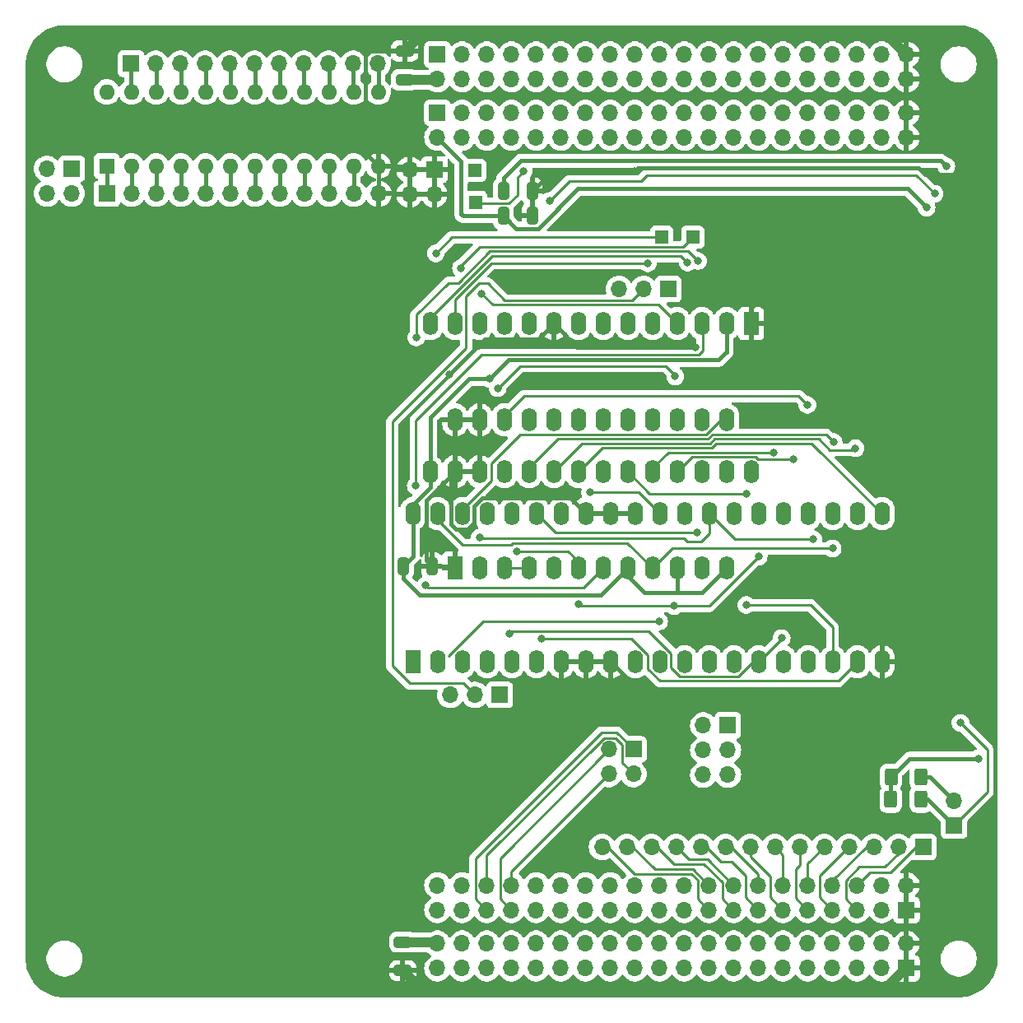
<source format=gbr>
%TF.GenerationSoftware,KiCad,Pcbnew,8.0.5-8.0.5-0~ubuntu22.04.1*%
%TF.CreationDate,2024-10-04T08:27:39+02:00*%
%TF.ProjectId,MOT_SerialBoard,4d4f545f-5365-4726-9961-6c426f617264,rev?*%
%TF.SameCoordinates,Original*%
%TF.FileFunction,Copper,L2,Bot*%
%TF.FilePolarity,Positive*%
%FSLAX46Y46*%
G04 Gerber Fmt 4.6, Leading zero omitted, Abs format (unit mm)*
G04 Created by KiCad (PCBNEW 8.0.5-8.0.5-0~ubuntu22.04.1) date 2024-10-04 08:27:39*
%MOMM*%
%LPD*%
G01*
G04 APERTURE LIST*
G04 Aperture macros list*
%AMRoundRect*
0 Rectangle with rounded corners*
0 $1 Rounding radius*
0 $2 $3 $4 $5 $6 $7 $8 $9 X,Y pos of 4 corners*
0 Add a 4 corners polygon primitive as box body*
4,1,4,$2,$3,$4,$5,$6,$7,$8,$9,$2,$3,0*
0 Add four circle primitives for the rounded corners*
1,1,$1+$1,$2,$3*
1,1,$1+$1,$4,$5*
1,1,$1+$1,$6,$7*
1,1,$1+$1,$8,$9*
0 Add four rect primitives between the rounded corners*
20,1,$1+$1,$2,$3,$4,$5,0*
20,1,$1+$1,$4,$5,$6,$7,0*
20,1,$1+$1,$6,$7,$8,$9,0*
20,1,$1+$1,$8,$9,$2,$3,0*%
G04 Aperture macros list end*
%TA.AperFunction,ComponentPad*%
%ADD10R,1.700000X1.700000*%
%TD*%
%TA.AperFunction,ComponentPad*%
%ADD11O,1.700000X1.700000*%
%TD*%
%TA.AperFunction,ComponentPad*%
%ADD12R,1.600000X2.400000*%
%TD*%
%TA.AperFunction,ComponentPad*%
%ADD13O,1.600000X2.400000*%
%TD*%
%TA.AperFunction,ComponentPad*%
%ADD14R,1.350000X1.350000*%
%TD*%
%TA.AperFunction,ComponentPad*%
%ADD15R,1.600000X1.600000*%
%TD*%
%TA.AperFunction,ComponentPad*%
%ADD16O,1.600000X1.600000*%
%TD*%
%TA.AperFunction,SMDPad,CuDef*%
%ADD17RoundRect,0.250000X-0.650000X0.325000X-0.650000X-0.325000X0.650000X-0.325000X0.650000X0.325000X0*%
%TD*%
%TA.AperFunction,SMDPad,CuDef*%
%ADD18RoundRect,0.250000X-0.400000X-0.625000X0.400000X-0.625000X0.400000X0.625000X-0.400000X0.625000X0*%
%TD*%
%TA.AperFunction,SMDPad,CuDef*%
%ADD19RoundRect,0.250000X-0.325000X-0.650000X0.325000X-0.650000X0.325000X0.650000X-0.325000X0.650000X0*%
%TD*%
%TA.AperFunction,SMDPad,CuDef*%
%ADD20RoundRect,0.250000X0.650000X-0.325000X0.650000X0.325000X-0.650000X0.325000X-0.650000X-0.325000X0*%
%TD*%
%TA.AperFunction,ViaPad*%
%ADD21C,0.800000*%
%TD*%
%TA.AperFunction,Conductor*%
%ADD22C,0.250000*%
%TD*%
%TA.AperFunction,Conductor*%
%ADD23C,1.000000*%
%TD*%
%TA.AperFunction,Conductor*%
%ADD24C,0.400000*%
%TD*%
G04 APERTURE END LIST*
D10*
%TO.P,J27,1,Pin_1*%
%TO.N,/TX0*%
X112531000Y-124479000D03*
D11*
%TO.P,J27,2,Pin_2*%
%TO.N,/TX1*%
X109991000Y-124479000D03*
%TO.P,J27,3,Pin_3*%
%TO.N,/RX0*%
X112531000Y-127019000D03*
%TO.P,J27,4,Pin_4*%
%TO.N,/RX1*%
X109991000Y-127019000D03*
%TD*%
D10*
%TO.P,J30,1,Pin_1*%
%TO.N,+5V*%
X54750000Y-64760000D03*
D11*
%TO.P,J30,2,Pin_2*%
X52210000Y-64760000D03*
%TO.P,J30,3,Pin_3*%
X54750000Y-67300000D03*
%TO.P,J30,4,Pin_4*%
X52210000Y-67300000D03*
%TD*%
D10*
%TO.P,J36,1,Pin_1*%
%TO.N,Net-(J35-Pin_23)*%
X60850000Y-53950000D03*
D11*
%TO.P,J36,2,Pin_2*%
%TO.N,Net-(J35-Pin_22)*%
X63390000Y-53950000D03*
%TO.P,J36,3,Pin_3*%
%TO.N,Net-(J35-Pin_21)*%
X65930000Y-53950000D03*
%TO.P,J36,4,Pin_4*%
%TO.N,Net-(J35-Pin_20)*%
X68470000Y-53950000D03*
%TO.P,J36,5,Pin_5*%
%TO.N,Net-(J35-Pin_19)*%
X71010000Y-53950000D03*
%TO.P,J36,6,Pin_6*%
%TO.N,Net-(J35-Pin_18)*%
X73550000Y-53950000D03*
%TO.P,J36,7,Pin_7*%
%TO.N,Net-(J35-Pin_17)*%
X76090000Y-53950000D03*
%TO.P,J36,8,Pin_8*%
%TO.N,Net-(J35-Pin_16)*%
X78630000Y-53950000D03*
%TO.P,J36,9,Pin_9*%
%TO.N,Net-(J35-Pin_15)*%
X81170000Y-53950000D03*
%TO.P,J36,10,Pin_10*%
%TO.N,Net-(J35-Pin_14)*%
X83710000Y-53950000D03*
%TO.P,J36,11,Pin_11*%
%TO.N,Net-(J35-Pin_13)*%
X86250000Y-53950000D03*
%TD*%
D10*
%TO.P,J1,1,Pin_1*%
%TO.N,+5V*%
X92367000Y-53000000D03*
D11*
%TO.P,J1,2,Pin_2*%
X92367000Y-55540000D03*
%TO.P,J1,3,Pin_3*%
%TO.N,/PHI1_e*%
X94907000Y-53000000D03*
%TO.P,J1,4,Pin_4*%
%TO.N,/PHI2_e*%
X94907000Y-55540000D03*
%TO.P,J1,5,Pin_5*%
%TO.N,/~{IORD}*%
X97447000Y-53000000D03*
%TO.P,J1,6,Pin_6*%
%TO.N,/R{slash}~{W}_e*%
X97447000Y-55540000D03*
%TO.P,J1,7,Pin_7*%
%TO.N,/~{MRD}*%
X99987000Y-53000000D03*
%TO.P,J1,8,Pin_8*%
%TO.N,/~{MWR}*%
X99987000Y-55540000D03*
%TO.P,J1,9,Pin_9*%
%TO.N,/~{IOWR}*%
X102527000Y-53000000D03*
%TO.P,J1,10,Pin_10*%
%TO.N,/Bus/DB0*%
X102527000Y-55540000D03*
%TO.P,J1,11,Pin_11*%
%TO.N,/Bus/DB1*%
X105067000Y-53000000D03*
%TO.P,J1,12,Pin_12*%
%TO.N,/Bus/DB2*%
X105067000Y-55540000D03*
%TO.P,J1,13,Pin_13*%
%TO.N,/Bus/DB3*%
X107607000Y-53000000D03*
%TO.P,J1,14,Pin_14*%
%TO.N,/Bus/DB4*%
X107607000Y-55540000D03*
%TO.P,J1,15,Pin_15*%
%TO.N,/Bus/DB5*%
X110147000Y-53000000D03*
%TO.P,J1,16,Pin_16*%
%TO.N,/Bus/DB6*%
X110147000Y-55540000D03*
%TO.P,J1,17,Pin_17*%
%TO.N,/Bus/DB7*%
X112687000Y-53000000D03*
%TO.P,J1,18,Pin_18*%
%TO.N,/~{RST}*%
X112687000Y-55540000D03*
%TO.P,J1,19,Pin_19*%
%TO.N,/A0*%
X115227000Y-53000000D03*
%TO.P,J1,20,Pin_20*%
%TO.N,/A1*%
X115227000Y-55540000D03*
%TO.P,J1,21,Pin_21*%
%TO.N,/A2*%
X117767000Y-53000000D03*
%TO.P,J1,22,Pin_22*%
%TO.N,/A3*%
X117767000Y-55540000D03*
%TO.P,J1,23,Pin_23*%
%TO.N,/A4*%
X120307000Y-53000000D03*
%TO.P,J1,24,Pin_24*%
%TO.N,/A5*%
X120307000Y-55540000D03*
%TO.P,J1,25,Pin_25*%
%TO.N,/A6*%
X122847000Y-53000000D03*
%TO.P,J1,26,Pin_26*%
%TO.N,/A7*%
X122847000Y-55540000D03*
%TO.P,J1,27,Pin_27*%
%TO.N,/A8*%
X125387000Y-53000000D03*
%TO.P,J1,28,Pin_28*%
%TO.N,/A9*%
X125387000Y-55540000D03*
%TO.P,J1,29,Pin_29*%
%TO.N,/A10*%
X127927000Y-53000000D03*
%TO.P,J1,30,Pin_30*%
%TO.N,/A11*%
X127927000Y-55540000D03*
%TO.P,J1,31,Pin_31*%
%TO.N,/A12*%
X130467000Y-53000000D03*
%TO.P,J1,32,Pin_32*%
%TO.N,/A13*%
X130467000Y-55540000D03*
%TO.P,J1,33,Pin_33*%
%TO.N,/A14*%
X133007000Y-53000000D03*
%TO.P,J1,34,Pin_34*%
%TO.N,/A15*%
X133007000Y-55540000D03*
%TO.P,J1,35,Pin_35*%
%TO.N,/A16*%
X135547000Y-53000000D03*
%TO.P,J1,36,Pin_36*%
%TO.N,/A17*%
X135547000Y-55540000D03*
%TO.P,J1,37,Pin_37*%
%TO.N,/A18*%
X138087000Y-53000000D03*
%TO.P,J1,38,Pin_38*%
%TO.N,/A19*%
X138087000Y-55540000D03*
%TO.P,J1,39,Pin_39*%
%TO.N,GND*%
X140627000Y-53000000D03*
%TO.P,J1,40,Pin_40*%
X140627000Y-55540000D03*
%TD*%
D12*
%TO.P,U1,1,VSS*%
%TO.N,GND*%
X124648000Y-80674800D03*
D13*
%TO.P,U1,2,CS1*%
%TO.N,+5V*%
X122108000Y-80674800D03*
%TO.P,U1,3,~{CS2}*%
%TO.N,/~{CE0}*%
X119568000Y-80674800D03*
%TO.P,U1,4,~{RES}*%
%TO.N,/~{RST}*%
X117028000Y-80674800D03*
%TO.P,U1,5,RxC*%
%TO.N,Net-(JP1-A)*%
X114488000Y-80674800D03*
%TO.P,U1,6,XTAL1*%
%TO.N,Net-(JP1-B)*%
X111948000Y-80674800D03*
%TO.P,U1,7,XTAL2*%
%TO.N,unconnected-(U1-XTAL2-Pad7)*%
X109408000Y-80674800D03*
%TO.P,U1,8,~{RTS}*%
%TO.N,/~{RTS0}*%
X106868000Y-80674800D03*
%TO.P,U1,9,~{CTS}*%
%TO.N,GND*%
X104328000Y-80674800D03*
%TO.P,U1,10,TxD*%
%TO.N,/TX0A*%
X101788000Y-80674800D03*
%TO.P,U1,11,~{DTR}*%
%TO.N,unconnected-(U1-~{DTR}-Pad11)*%
X99248000Y-80674800D03*
%TO.P,U1,12,RxD*%
%TO.N,/RX0A*%
X96708000Y-80674800D03*
%TO.P,U1,13,RS0*%
%TO.N,/A0*%
X94168000Y-80674800D03*
%TO.P,U1,14,RS1*%
%TO.N,/A1*%
X91628000Y-80674800D03*
%TO.P,U1,15,VCC*%
%TO.N,+5V*%
X91628000Y-95914800D03*
%TO.P,U1,16,~{DCD}*%
%TO.N,GND*%
X94168000Y-95914800D03*
%TO.P,U1,17,~{DSR}*%
X96708000Y-95914800D03*
%TO.P,U1,18,D0*%
%TO.N,/D0*%
X99248000Y-95914800D03*
%TO.P,U1,19,D1*%
%TO.N,/D1*%
X101788000Y-95914800D03*
%TO.P,U1,20,D2*%
%TO.N,/D2*%
X104328000Y-95914800D03*
%TO.P,U1,21,D3*%
%TO.N,/D3*%
X106868000Y-95914800D03*
%TO.P,U1,22,D4*%
%TO.N,/D4*%
X109408000Y-95914800D03*
%TO.P,U1,23,D5*%
%TO.N,/D5*%
X111948000Y-95914800D03*
%TO.P,U1,24,D6*%
%TO.N,/D6*%
X114488000Y-95914800D03*
%TO.P,U1,25,D7*%
%TO.N,/D7*%
X117028000Y-95914800D03*
%TO.P,U1,26,~{IRQ}*%
%TO.N,/~{IRQ}*%
X119568000Y-95914800D03*
%TO.P,U1,27,\u03D52*%
%TO.N,/E*%
X122108000Y-95914800D03*
%TO.P,U1,28,R/~{W}*%
%TO.N,/RW*%
X124648000Y-95914800D03*
%TD*%
D10*
%TO.P,J4,1,Pin_1*%
%TO.N,GND*%
X140627000Y-141000000D03*
D11*
%TO.P,J4,2,Pin_2*%
X140627000Y-138460000D03*
%TO.P,J4,3,Pin_3*%
%TO.N,+3V3*%
X138087000Y-141000000D03*
%TO.P,J4,4,Pin_4*%
X138087000Y-138460000D03*
%TO.P,J4,5,Pin_5*%
%TO.N,/Bus/~{CE_EXT1}*%
X135547000Y-141000000D03*
%TO.P,J4,6,Pin_6*%
%TO.N,/Bus/~{CE_EXT0}*%
X135547000Y-138460000D03*
%TO.P,J4,7,Pin_7*%
%TO.N,/Bus/~{CE_EXT3}*%
X133007000Y-141000000D03*
%TO.P,J4,8,Pin_8*%
%TO.N,/Bus/~{CE_EXT2}*%
X133007000Y-138460000D03*
%TO.P,J4,9,Pin_9*%
%TO.N,/Bus/~{CE_EXT5}*%
X130467000Y-141000000D03*
%TO.P,J4,10,Pin_10*%
%TO.N,/Bus/~{CE_EXT4}*%
X130467000Y-138460000D03*
%TO.P,J4,11,Pin_11*%
%TO.N,/Bus/~{CE_EXT7}*%
X127927000Y-141000000D03*
%TO.P,J4,12,Pin_12*%
%TO.N,/Bus/~{CE_EXT6}*%
X127927000Y-138460000D03*
%TO.P,J4,13,Pin_13*%
%TO.N,/Bus/~{CE_EXT9}*%
X125387000Y-141000000D03*
%TO.P,J4,14,Pin_14*%
%TO.N,/Bus/~{CE_EXT8}*%
X125387000Y-138460000D03*
%TO.P,J4,15,Pin_15*%
%TO.N,/Bus/~{CE_EXT11}*%
X122847000Y-141000000D03*
%TO.P,J4,16,Pin_16*%
%TO.N,/Bus/~{CE_EXT10}*%
X122847000Y-138460000D03*
%TO.P,J4,17,Pin_17*%
%TO.N,/Bus/~{CE_EXT13}*%
X120307000Y-141000000D03*
%TO.P,J4,18,Pin_18*%
%TO.N,/Bus/~{CE_EXT12}*%
X120307000Y-138460000D03*
%TO.P,J4,19,Pin_19*%
%TO.N,/RES4*%
X117767000Y-141000000D03*
%TO.P,J4,20,Pin_20*%
%TO.N,/RES5*%
X117767000Y-138460000D03*
%TO.P,J4,21,Pin_21*%
%TO.N,/RES2*%
X115227000Y-141000000D03*
%TO.P,J4,22,Pin_22*%
%TO.N,/RES3*%
X115227000Y-138460000D03*
%TO.P,J4,23,Pin_23*%
%TO.N,/RES0*%
X112687000Y-141000000D03*
%TO.P,J4,24,Pin_24*%
%TO.N,/RES1*%
X112687000Y-138460000D03*
%TO.P,J4,25,Pin_25*%
%TO.N,/CLK1*%
X110147000Y-141000000D03*
%TO.P,J4,26,Pin_26*%
%TO.N,/~{BUSFREE}*%
X110147000Y-138460000D03*
%TO.P,J4,27,Pin_27*%
%TO.N,/CLKF*%
X107607000Y-141000000D03*
%TO.P,J4,28,Pin_28*%
%TO.N,/CLKS*%
X107607000Y-138460000D03*
%TO.P,J4,29,Pin_29*%
%TO.N,/~{PH0}*%
X105067000Y-141000000D03*
%TO.P,J4,30,Pin_30*%
%TO.N,/PH0*%
X105067000Y-138460000D03*
%TO.P,J4,31,Pin_31*%
%TO.N,/SDA*%
X102527000Y-141000000D03*
%TO.P,J4,32,Pin_32*%
%TO.N,/SCL*%
X102527000Y-138460000D03*
%TO.P,J4,33,Pin_33*%
%TO.N,/TX1*%
X99987000Y-141000000D03*
%TO.P,J4,34,Pin_34*%
%TO.N,/RX1*%
X99987000Y-138460000D03*
%TO.P,J4,35,Pin_35*%
%TO.N,/TX0*%
X97447000Y-141000000D03*
%TO.P,J4,36,Pin_36*%
%TO.N,/RX0*%
X97447000Y-138460000D03*
%TO.P,J4,37,Pin_37*%
%TO.N,/TXSTM*%
X94907000Y-141000000D03*
%TO.P,J4,38,Pin_38*%
%TO.N,/RXSTM*%
X94907000Y-138460000D03*
%TO.P,J4,39,Pin_39*%
%TO.N,+5VA*%
X92367000Y-141000000D03*
%TO.P,J4,40,Pin_40*%
X92367000Y-138460000D03*
%TD*%
D10*
%TO.P,J31,1,Pin_1*%
%TO.N,GND*%
X92040000Y-64850000D03*
D11*
%TO.P,J31,2,Pin_2*%
X89500000Y-64850000D03*
%TO.P,J31,3,Pin_3*%
X92040000Y-67390000D03*
%TO.P,J31,4,Pin_4*%
X89500000Y-67390000D03*
%TD*%
D10*
%TO.P,JP3,1,A*%
%TO.N,Net-(JP3-A)*%
X98775000Y-118875000D03*
D11*
%TO.P,JP3,2,C*%
%TO.N,/SERCLK*%
X96235000Y-118875000D03*
%TO.P,JP3,3,B*%
%TO.N,Net-(JP3-B)*%
X93695000Y-118875000D03*
%TD*%
D10*
%TO.P,J29,1,Pin_1*%
%TO.N,Net-(J29-Pin_1)*%
X58360000Y-67325000D03*
D11*
%TO.P,J29,2,Pin_2*%
%TO.N,Net-(J29-Pin_2)*%
X60900000Y-67325000D03*
%TO.P,J29,3,Pin_3*%
%TO.N,Net-(J29-Pin_3)*%
X63440000Y-67325000D03*
%TO.P,J29,4,Pin_4*%
%TO.N,Net-(J29-Pin_4)*%
X65980000Y-67325000D03*
%TO.P,J29,5,Pin_5*%
%TO.N,Net-(J29-Pin_5)*%
X68520000Y-67325000D03*
%TO.P,J29,6,Pin_6*%
%TO.N,Net-(J29-Pin_6)*%
X71060000Y-67325000D03*
%TO.P,J29,7,Pin_7*%
%TO.N,Net-(J29-Pin_7)*%
X73600000Y-67325000D03*
%TO.P,J29,8,Pin_8*%
%TO.N,Net-(J29-Pin_8)*%
X76140000Y-67325000D03*
%TO.P,J29,9,Pin_9*%
%TO.N,Net-(J29-Pin_9)*%
X78680000Y-67325000D03*
%TO.P,J29,10,Pin_10*%
%TO.N,Net-(J29-Pin_10)*%
X81220000Y-67325000D03*
%TO.P,J29,11,Pin_11*%
%TO.N,Net-(J29-Pin_11)*%
X83760000Y-67325000D03*
%TO.P,J29,12,Pin_12*%
%TO.N,GND*%
X86300000Y-67325000D03*
%TD*%
D14*
%TO.P,J10,1,Pin_1*%
%TO.N,/Bus/~{DOE}*%
X96300000Y-68200000D03*
%TD*%
D10*
%TO.P,J6,1,Pin_1*%
%TO.N,/RX1A*%
X122250000Y-122020000D03*
D11*
%TO.P,J6,2,Pin_2*%
%TO.N,/TX0A*%
X119710000Y-122020000D03*
%TO.P,J6,3,Pin_3*%
%TO.N,/~{RTS1}*%
X122250000Y-124560000D03*
%TO.P,J6,4,Pin_4*%
%TO.N,/TX1A*%
X119710000Y-124560000D03*
%TO.P,J6,5,Pin_5*%
%TO.N,/~{RTS0}*%
X122250000Y-127100000D03*
%TO.P,J6,6,Pin_6*%
%TO.N,/RX0A*%
X119710000Y-127100000D03*
%TD*%
D14*
%TO.P,J5,1,Pin_1*%
%TO.N,/R{slash}~{W}_e*%
X96225000Y-64925000D03*
%TD*%
D10*
%TO.P,J26,1,Pin_1*%
%TO.N,/~{CE1}*%
X145517000Y-132314000D03*
D11*
%TO.P,J26,2,Pin_2*%
%TO.N,/~{CE0}*%
X145517000Y-129774000D03*
%TD*%
D10*
%TO.P,J2,1,Pin_1*%
%TO.N,GND*%
X140627000Y-147000000D03*
D11*
%TO.P,J2,2,Pin_2*%
X140627000Y-144460000D03*
%TO.P,J2,3,Pin_3*%
%TO.N,+3V3*%
X138087000Y-147000000D03*
%TO.P,J2,4,Pin_4*%
X138087000Y-144460000D03*
%TO.P,J2,5,Pin_5*%
%TO.N,/Bus/~{CE_EXT1}*%
X135547000Y-147000000D03*
%TO.P,J2,6,Pin_6*%
%TO.N,/Bus/~{CE_EXT0}*%
X135547000Y-144460000D03*
%TO.P,J2,7,Pin_7*%
%TO.N,/Bus/~{CE_EXT3}*%
X133007000Y-147000000D03*
%TO.P,J2,8,Pin_8*%
%TO.N,/Bus/~{CE_EXT2}*%
X133007000Y-144460000D03*
%TO.P,J2,9,Pin_9*%
%TO.N,/Bus/~{CE_EXT5}*%
X130467000Y-147000000D03*
%TO.P,J2,10,Pin_10*%
%TO.N,/Bus/~{CE_EXT4}*%
X130467000Y-144460000D03*
%TO.P,J2,11,Pin_11*%
%TO.N,/Bus/~{CE_EXT7}*%
X127927000Y-147000000D03*
%TO.P,J2,12,Pin_12*%
%TO.N,/Bus/~{CE_EXT6}*%
X127927000Y-144460000D03*
%TO.P,J2,13,Pin_13*%
%TO.N,/Bus/~{CE_EXT9}*%
X125387000Y-147000000D03*
%TO.P,J2,14,Pin_14*%
%TO.N,/Bus/~{CE_EXT8}*%
X125387000Y-144460000D03*
%TO.P,J2,15,Pin_15*%
%TO.N,/Bus/~{CE_EXT11}*%
X122847000Y-147000000D03*
%TO.P,J2,16,Pin_16*%
%TO.N,/Bus/~{CE_EXT10}*%
X122847000Y-144460000D03*
%TO.P,J2,17,Pin_17*%
%TO.N,/Bus/~{CE_EXT13}*%
X120307000Y-147000000D03*
%TO.P,J2,18,Pin_18*%
%TO.N,/Bus/~{CE_EXT12}*%
X120307000Y-144460000D03*
%TO.P,J2,19,Pin_19*%
%TO.N,/RES4*%
X117767000Y-147000000D03*
%TO.P,J2,20,Pin_20*%
%TO.N,/RES5*%
X117767000Y-144460000D03*
%TO.P,J2,21,Pin_21*%
%TO.N,/RES2*%
X115227000Y-147000000D03*
%TO.P,J2,22,Pin_22*%
%TO.N,/RES3*%
X115227000Y-144460000D03*
%TO.P,J2,23,Pin_23*%
%TO.N,/RES0*%
X112687000Y-147000000D03*
%TO.P,J2,24,Pin_24*%
%TO.N,/RES1*%
X112687000Y-144460000D03*
%TO.P,J2,25,Pin_25*%
%TO.N,/CLK1*%
X110147000Y-147000000D03*
%TO.P,J2,26,Pin_26*%
%TO.N,/~{BUSFREE}*%
X110147000Y-144460000D03*
%TO.P,J2,27,Pin_27*%
%TO.N,/CLKF*%
X107607000Y-147000000D03*
%TO.P,J2,28,Pin_28*%
%TO.N,/CLKS*%
X107607000Y-144460000D03*
%TO.P,J2,29,Pin_29*%
%TO.N,/~{PH0}*%
X105067000Y-147000000D03*
%TO.P,J2,30,Pin_30*%
%TO.N,/PH0*%
X105067000Y-144460000D03*
%TO.P,J2,31,Pin_31*%
%TO.N,/SDA*%
X102527000Y-147000000D03*
%TO.P,J2,32,Pin_32*%
%TO.N,/SCL*%
X102527000Y-144460000D03*
%TO.P,J2,33,Pin_33*%
%TO.N,/TX1*%
X99987000Y-147000000D03*
%TO.P,J2,34,Pin_34*%
%TO.N,/RX1*%
X99987000Y-144460000D03*
%TO.P,J2,35,Pin_35*%
%TO.N,/TX0*%
X97447000Y-147000000D03*
%TO.P,J2,36,Pin_36*%
%TO.N,/RX0*%
X97447000Y-144460000D03*
%TO.P,J2,37,Pin_37*%
%TO.N,/TXSTM*%
X94907000Y-147000000D03*
%TO.P,J2,38,Pin_38*%
%TO.N,/RXSTM*%
X94907000Y-144460000D03*
%TO.P,J2,39,Pin_39*%
%TO.N,+5VA*%
X92367000Y-147000000D03*
%TO.P,J2,40,Pin_40*%
X92367000Y-144460000D03*
%TD*%
D12*
%TO.P,U3,1,~{RES}*%
%TO.N,/~{RST}*%
X89855000Y-115477800D03*
D13*
%TO.P,U3,2,nc*%
%TO.N,unconnected-(U3-nc-Pad2)*%
X92395000Y-115477800D03*
%TO.P,U3,3,XTAL1*%
%TO.N,Net-(JP3-B)*%
X94935000Y-115477800D03*
%TO.P,U3,4,XTAL2*%
%TO.N,unconnected-(U3-XTAL2-Pad4)*%
X97475000Y-115477800D03*
%TO.P,U3,5,CLKOUT*%
%TO.N,unconnected-(U3-CLKOUT-Pad5)*%
X100015000Y-115477800D03*
%TO.P,U3,6,nc*%
%TO.N,unconnected-(U3-nc-Pad6)*%
X102555000Y-115477800D03*
%TO.P,U3,7,~{DSR2}*%
%TO.N,GND*%
X105095000Y-115477800D03*
%TO.P,U3,8,~{DCD2}*%
X107635000Y-115477800D03*
%TO.P,U3,9,~{CTS2}*%
X110175000Y-115477800D03*
%TO.P,U3,10,~{RTS2}*%
%TO.N,/~{RTS1}*%
X112715000Y-115477800D03*
%TO.P,U3,11,~{IRQ2}*%
%TO.N,/~{IRQ1}*%
X115255000Y-115477800D03*
%TO.P,U3,12,RxD2*%
%TO.N,/RX1A*%
X117795000Y-115477800D03*
%TO.P,U3,13,~{DTR2}*%
%TO.N,unconnected-(U3-~{DTR2}-Pad13)*%
X120335000Y-115477800D03*
%TO.P,U3,14,TxD2*%
%TO.N,/TX1A*%
X122875000Y-115477800D03*
%TO.P,U3,15,TxC*%
%TO.N,Net-(JP3-A)*%
X125415000Y-115477800D03*
%TO.P,U3,16,D7*%
%TO.N,/D7*%
X127955000Y-115477800D03*
%TO.P,U3,17,D6*%
%TO.N,/D6*%
X130495000Y-115477800D03*
%TO.P,U3,18,D5*%
%TO.N,/D5*%
X133035000Y-115477800D03*
%TO.P,U3,19,D4*%
%TO.N,/D4*%
X135575000Y-115477800D03*
%TO.P,U3,20,VSS*%
%TO.N,GND*%
X138115000Y-115477800D03*
%TO.P,U3,21,D3*%
%TO.N,/D3*%
X138115000Y-100237800D03*
%TO.P,U3,22,D2*%
%TO.N,/D2*%
X135575000Y-100237800D03*
%TO.P,U3,23,D1*%
%TO.N,/D1*%
X133035000Y-100237800D03*
%TO.P,U3,24,D0*%
%TO.N,/D0*%
X130495000Y-100237800D03*
%TO.P,U3,25,RxC*%
%TO.N,Net-(JP3-A)*%
X127955000Y-100237800D03*
%TO.P,U3,26,TxD1*%
%TO.N,/TX0A*%
X125415000Y-100237800D03*
%TO.P,U3,27,~{DTR1}*%
%TO.N,unconnected-(U3-~{DTR1}-Pad27)*%
X122875000Y-100237800D03*
%TO.P,U3,28,RxD1*%
%TO.N,/RX0A*%
X120335000Y-100237800D03*
%TO.P,U3,29,~{IRQ1}*%
%TO.N,/~{IRQ}*%
X117795000Y-100237800D03*
%TO.P,U3,30,~{RTS1}*%
%TO.N,/~{RTS0}*%
X115255000Y-100237800D03*
%TO.P,U3,31,~{CTS1}*%
%TO.N,GND*%
X112715000Y-100237800D03*
%TO.P,U3,32,~{DCD1}*%
X110175000Y-100237800D03*
%TO.P,U3,33,~{DSR1}*%
X107635000Y-100237800D03*
%TO.P,U3,34,nc*%
%TO.N,unconnected-(U3-nc-Pad34)*%
X105095000Y-100237800D03*
%TO.P,U3,35,RS0*%
%TO.N,/A0*%
X102555000Y-100237800D03*
%TO.P,U3,36,RS1*%
%TO.N,/A1*%
X100015000Y-100237800D03*
%TO.P,U3,37,RS2*%
%TO.N,/A2*%
X97475000Y-100237800D03*
%TO.P,U3,38,R/~{W}*%
%TO.N,/RW*%
X94935000Y-100237800D03*
%TO.P,U3,39,~{CS}*%
%TO.N,/~{CE0}*%
X92395000Y-100237800D03*
%TO.P,U3,40,VCC*%
%TO.N,+5V*%
X89855000Y-100237800D03*
%TD*%
D10*
%TO.P,J11,1,Pin_1*%
%TO.N,/Bus/~{CE_EXT0}*%
X142325000Y-134525000D03*
D11*
%TO.P,J11,2,Pin_2*%
%TO.N,/Bus/~{CE_EXT1}*%
X139785000Y-134525000D03*
%TO.P,J11,3,Pin_3*%
%TO.N,/Bus/~{CE_EXT2}*%
X137245000Y-134525000D03*
%TO.P,J11,4,Pin_4*%
%TO.N,/Bus/~{CE_EXT3}*%
X134705000Y-134525000D03*
%TO.P,J11,5,Pin_5*%
%TO.N,/Bus/~{CE_EXT4}*%
X132165000Y-134525000D03*
%TO.P,J11,6,Pin_6*%
%TO.N,/Bus/~{CE_EXT5}*%
X129625000Y-134525000D03*
%TO.P,J11,7,Pin_7*%
%TO.N,/Bus/~{CE_EXT6}*%
X127085000Y-134525000D03*
%TO.P,J11,8,Pin_8*%
%TO.N,/Bus/~{CE_EXT7}*%
X124545000Y-134525000D03*
%TO.P,J11,9,Pin_9*%
%TO.N,/Bus/~{CE_EXT8}*%
X122005000Y-134525000D03*
%TO.P,J11,10,Pin_10*%
%TO.N,/Bus/~{CE_EXT9}*%
X119465000Y-134525000D03*
%TO.P,J11,11,Pin_11*%
%TO.N,/Bus/~{CE_EXT10}*%
X116925000Y-134525000D03*
%TO.P,J11,12,Pin_12*%
%TO.N,/Bus/~{CE_EXT11}*%
X114385000Y-134525000D03*
%TO.P,J11,13,Pin_13*%
%TO.N,/Bus/~{CE_EXT12}*%
X111845000Y-134525000D03*
%TO.P,J11,14,Pin_14*%
%TO.N,/Bus/~{CE_EXT13}*%
X109305000Y-134525000D03*
%TD*%
D15*
%TO.P,J35,1,Pin_1*%
%TO.N,Net-(J29-Pin_1)*%
X58355000Y-64475000D03*
D16*
%TO.P,J35,2,Pin_2*%
%TO.N,Net-(J29-Pin_2)*%
X60895000Y-64475000D03*
%TO.P,J35,3,Pin_3*%
%TO.N,Net-(J29-Pin_3)*%
X63435000Y-64475000D03*
%TO.P,J35,4,Pin_4*%
%TO.N,Net-(J29-Pin_4)*%
X65975000Y-64475000D03*
%TO.P,J35,5,Pin_5*%
%TO.N,Net-(J29-Pin_5)*%
X68515000Y-64475000D03*
%TO.P,J35,6,Pin_6*%
%TO.N,Net-(J29-Pin_6)*%
X71055000Y-64475000D03*
%TO.P,J35,7,Pin_7*%
%TO.N,Net-(J29-Pin_7)*%
X73595000Y-64475000D03*
%TO.P,J35,8,Pin_8*%
%TO.N,Net-(J29-Pin_8)*%
X76135000Y-64475000D03*
%TO.P,J35,9,Pin_9*%
%TO.N,Net-(J29-Pin_9)*%
X78675000Y-64475000D03*
%TO.P,J35,10,Pin_10*%
%TO.N,Net-(J29-Pin_10)*%
X81215000Y-64475000D03*
%TO.P,J35,11,Pin_11*%
%TO.N,Net-(J29-Pin_11)*%
X83755000Y-64475000D03*
%TO.P,J35,12,Pin_12*%
%TO.N,GND*%
X86295000Y-64475000D03*
%TO.P,J35,13,Pin_13*%
%TO.N,Net-(J35-Pin_13)*%
X86295000Y-56855000D03*
%TO.P,J35,14,Pin_14*%
%TO.N,Net-(J35-Pin_14)*%
X83755000Y-56855000D03*
%TO.P,J35,15,Pin_15*%
%TO.N,Net-(J35-Pin_15)*%
X81215000Y-56855000D03*
%TO.P,J35,16,Pin_16*%
%TO.N,Net-(J35-Pin_16)*%
X78675000Y-56855000D03*
%TO.P,J35,17,Pin_17*%
%TO.N,Net-(J35-Pin_17)*%
X76135000Y-56855000D03*
%TO.P,J35,18,Pin_18*%
%TO.N,Net-(J35-Pin_18)*%
X73595000Y-56855000D03*
%TO.P,J35,19,Pin_19*%
%TO.N,Net-(J35-Pin_19)*%
X71055000Y-56855000D03*
%TO.P,J35,20,Pin_20*%
%TO.N,Net-(J35-Pin_20)*%
X68515000Y-56855000D03*
%TO.P,J35,21,Pin_21*%
%TO.N,Net-(J35-Pin_21)*%
X65975000Y-56855000D03*
%TO.P,J35,22,Pin_22*%
%TO.N,Net-(J35-Pin_22)*%
X63435000Y-56855000D03*
%TO.P,J35,23,Pin_23*%
%TO.N,Net-(J35-Pin_23)*%
X60895000Y-56855000D03*
%TO.P,J35,24,Pin_24*%
%TO.N,+5V*%
X58355000Y-56855000D03*
%TD*%
D10*
%TO.P,J3,1,Pin_1*%
%TO.N,+5V*%
X92367000Y-59000000D03*
D11*
%TO.P,J3,2,Pin_2*%
X92367000Y-61540000D03*
%TO.P,J3,3,Pin_3*%
%TO.N,/PHI1_e*%
X94907000Y-59000000D03*
%TO.P,J3,4,Pin_4*%
%TO.N,/PHI2_e*%
X94907000Y-61540000D03*
%TO.P,J3,5,Pin_5*%
%TO.N,/~{IORD}*%
X97447000Y-59000000D03*
%TO.P,J3,6,Pin_6*%
%TO.N,/R{slash}~{W}_e*%
X97447000Y-61540000D03*
%TO.P,J3,7,Pin_7*%
%TO.N,/~{MRD}*%
X99987000Y-59000000D03*
%TO.P,J3,8,Pin_8*%
%TO.N,/~{MWR}*%
X99987000Y-61540000D03*
%TO.P,J3,9,Pin_9*%
%TO.N,/~{IOWR}*%
X102527000Y-59000000D03*
%TO.P,J3,10,Pin_10*%
%TO.N,/Bus/DB0*%
X102527000Y-61540000D03*
%TO.P,J3,11,Pin_11*%
%TO.N,/Bus/DB1*%
X105067000Y-59000000D03*
%TO.P,J3,12,Pin_12*%
%TO.N,/Bus/DB2*%
X105067000Y-61540000D03*
%TO.P,J3,13,Pin_13*%
%TO.N,/Bus/DB3*%
X107607000Y-59000000D03*
%TO.P,J3,14,Pin_14*%
%TO.N,/Bus/DB4*%
X107607000Y-61540000D03*
%TO.P,J3,15,Pin_15*%
%TO.N,/Bus/DB5*%
X110147000Y-59000000D03*
%TO.P,J3,16,Pin_16*%
%TO.N,/Bus/DB6*%
X110147000Y-61540000D03*
%TO.P,J3,17,Pin_17*%
%TO.N,/Bus/DB7*%
X112687000Y-59000000D03*
%TO.P,J3,18,Pin_18*%
%TO.N,/~{RST}*%
X112687000Y-61540000D03*
%TO.P,J3,19,Pin_19*%
%TO.N,/A0*%
X115227000Y-59000000D03*
%TO.P,J3,20,Pin_20*%
%TO.N,/A1*%
X115227000Y-61540000D03*
%TO.P,J3,21,Pin_21*%
%TO.N,/A2*%
X117767000Y-59000000D03*
%TO.P,J3,22,Pin_22*%
%TO.N,/A3*%
X117767000Y-61540000D03*
%TO.P,J3,23,Pin_23*%
%TO.N,/A4*%
X120307000Y-59000000D03*
%TO.P,J3,24,Pin_24*%
%TO.N,/A5*%
X120307000Y-61540000D03*
%TO.P,J3,25,Pin_25*%
%TO.N,/A6*%
X122847000Y-59000000D03*
%TO.P,J3,26,Pin_26*%
%TO.N,/A7*%
X122847000Y-61540000D03*
%TO.P,J3,27,Pin_27*%
%TO.N,/A8*%
X125387000Y-59000000D03*
%TO.P,J3,28,Pin_28*%
%TO.N,/A9*%
X125387000Y-61540000D03*
%TO.P,J3,29,Pin_29*%
%TO.N,/A10*%
X127927000Y-59000000D03*
%TO.P,J3,30,Pin_30*%
%TO.N,/A11*%
X127927000Y-61540000D03*
%TO.P,J3,31,Pin_31*%
%TO.N,/A12*%
X130467000Y-59000000D03*
%TO.P,J3,32,Pin_32*%
%TO.N,/A13*%
X130467000Y-61540000D03*
%TO.P,J3,33,Pin_33*%
%TO.N,/A14*%
X133007000Y-59000000D03*
%TO.P,J3,34,Pin_34*%
%TO.N,/A15*%
X133007000Y-61540000D03*
%TO.P,J3,35,Pin_35*%
%TO.N,/A16*%
X135547000Y-59000000D03*
%TO.P,J3,36,Pin_36*%
%TO.N,/A17*%
X135547000Y-61540000D03*
%TO.P,J3,37,Pin_37*%
%TO.N,/A18*%
X138087000Y-59000000D03*
%TO.P,J3,38,Pin_38*%
%TO.N,/A19*%
X138087000Y-61540000D03*
%TO.P,J3,39,Pin_39*%
%TO.N,GND*%
X140627000Y-59000000D03*
%TO.P,J3,40,Pin_40*%
X140627000Y-61540000D03*
%TD*%
D10*
%TO.P,JP1,1,A*%
%TO.N,Net-(JP1-A)*%
X116125000Y-77125000D03*
D11*
%TO.P,JP1,2,C*%
%TO.N,/SERCLK*%
X113585000Y-77125000D03*
%TO.P,JP1,3,B*%
%TO.N,Net-(JP1-B)*%
X111045000Y-77125000D03*
%TD*%
D12*
%TO.P,U4,1,VSS*%
%TO.N,GND*%
X94168000Y-105820800D03*
D13*
%TO.P,U4,2,Rx_Data*%
%TO.N,/RX0A*%
X96708000Y-105820800D03*
%TO.P,U4,3,Rx_CLK*%
%TO.N,/SERCLK*%
X99248000Y-105820800D03*
%TO.P,U4,4,Tx_CLK*%
X101788000Y-105820800D03*
%TO.P,U4,5,~{RTS}*%
%TO.N,/~{RTS0}*%
X104328000Y-105820800D03*
%TO.P,U4,6,Tx_Data*%
%TO.N,/TX0A*%
X106868000Y-105820800D03*
%TO.P,U4,7,~{IRQ}*%
%TO.N,/~{IRQ}*%
X109408000Y-105820800D03*
%TO.P,U4,8,CS0*%
%TO.N,+5V*%
X111948000Y-105820800D03*
%TO.P,U4,9,CS2*%
%TO.N,/~{CE0}*%
X114488000Y-105820800D03*
%TO.P,U4,10,CS1*%
%TO.N,+5V*%
X117028000Y-105820800D03*
%TO.P,U4,11,RS*%
%TO.N,/A0*%
X119568000Y-105820800D03*
%TO.P,U4,12,VCC*%
%TO.N,+5V*%
X122108000Y-105820800D03*
%TO.P,U4,13,R/~{W}*%
%TO.N,/RW*%
X122108000Y-90580800D03*
%TO.P,U4,14,E*%
%TO.N,/E*%
X119568000Y-90580800D03*
%TO.P,U4,15,D7*%
%TO.N,/D7*%
X117028000Y-90580800D03*
%TO.P,U4,16,D6*%
%TO.N,/D6*%
X114488000Y-90580800D03*
%TO.P,U4,17,D5*%
%TO.N,/D5*%
X111948000Y-90580800D03*
%TO.P,U4,18,D4*%
%TO.N,/D4*%
X109408000Y-90580800D03*
%TO.P,U4,19,D3*%
%TO.N,/D3*%
X106868000Y-90580800D03*
%TO.P,U4,20,D2*%
%TO.N,/D2*%
X104328000Y-90580800D03*
%TO.P,U4,21,D1*%
%TO.N,/D1*%
X101788000Y-90580800D03*
%TO.P,U4,22,D0*%
%TO.N,/D0*%
X99248000Y-90580800D03*
%TO.P,U4,23,~{DCD}*%
%TO.N,GND*%
X96708000Y-90580800D03*
%TO.P,U4,24,~{CTS}*%
X94168000Y-90580800D03*
%TD*%
D17*
%TO.P,C2,1*%
%TO.N,+5VA*%
X88800000Y-144300000D03*
%TO.P,C2,2*%
%TO.N,GND*%
X88800000Y-147250000D03*
%TD*%
D14*
%TO.P,J8,1,Pin_1*%
%TO.N,/E*%
X115425000Y-71800000D03*
%TD*%
D18*
%TO.P,R4,1*%
%TO.N,+3V3*%
X139025000Y-127325000D03*
%TO.P,R4,2*%
%TO.N,/~{CE0}*%
X142125000Y-127325000D03*
%TD*%
D19*
%TO.P,C5,1*%
%TO.N,+5V*%
X99158000Y-69596000D03*
%TO.P,C5,2*%
%TO.N,GND*%
X102108000Y-69596000D03*
%TD*%
D14*
%TO.P,J9,1,Pin_1*%
%TO.N,/RW*%
X118625000Y-71800000D03*
%TD*%
D18*
%TO.P,R5,1*%
%TO.N,+3V3*%
X139000000Y-129625000D03*
%TO.P,R5,2*%
%TO.N,/~{CE1}*%
X142100000Y-129625000D03*
%TD*%
D20*
%TO.P,C1,1*%
%TO.N,+5V*%
X89000000Y-55600000D03*
%TO.P,C1,2*%
%TO.N,GND*%
X89000000Y-52650000D03*
%TD*%
D19*
%TO.P,C6,1*%
%TO.N,+5V*%
X88850000Y-105625000D03*
%TO.P,C6,2*%
%TO.N,GND*%
X91800000Y-105625000D03*
%TD*%
%TO.P,C4,1*%
%TO.N,+3V3*%
X99158000Y-67056000D03*
%TO.P,C4,2*%
%TO.N,GND*%
X102108000Y-67056000D03*
%TD*%
D21*
%TO.N,/~{RST}*%
X96875000Y-77575000D03*
%TO.N,GND*%
X118910415Y-83079653D03*
X139500000Y-120025000D03*
X147675000Y-64500000D03*
X149500000Y-121666000D03*
X112684720Y-64994583D03*
X144272000Y-119380000D03*
X93614000Y-85927800D03*
X149500000Y-77350000D03*
%TO.N,/D7*%
X129025000Y-94650000D03*
%TO.N,/D6*%
X126924996Y-93925000D03*
%TO.N,/D5*%
X124125000Y-98150000D03*
X124140000Y-109630800D03*
%TO.N,/D4*%
X103062800Y-113080400D03*
%TO.N,/D2*%
X135375000Y-93500000D03*
%TO.N,/D1*%
X133125000Y-92875000D03*
%TO.N,/D0*%
X130425000Y-89050000D03*
%TO.N,+5V*%
X97754200Y-86359600D03*
X142694992Y-68750002D03*
X99158000Y-69596000D03*
%TO.N,/A2*%
X119175000Y-74250000D03*
X90200000Y-82100000D03*
%TO.N,/A1*%
X118100000Y-74400000D03*
%TO.N,/A0*%
X119075000Y-102175000D03*
X114000000Y-74475000D03*
%TO.N,+3V3*%
X144725000Y-64500008D03*
X99158000Y-67056000D03*
X148000000Y-125425000D03*
%TO.N,/E*%
X92200000Y-73449992D03*
%TO.N,/RW*%
X94800000Y-74975002D03*
%TO.N,/TX0A*%
X106868000Y-109575200D03*
X100525000Y-104100000D03*
X116725000Y-109727600D03*
X125415000Y-104647600D03*
%TO.N,/~{RTS0}*%
X108075000Y-98025000D03*
%TO.N,/RX0A*%
X98567000Y-87324800D03*
X116825000Y-86125000D03*
X131028200Y-102869600D03*
X96708003Y-102675000D03*
%TO.N,Net-(JP3-A)*%
X99786200Y-112597800D03*
X127777000Y-113029600D03*
%TO.N,/~{IRQ}*%
X91150200Y-107619400D03*
%TO.N,/~{IRQ1}*%
X115178600Y-111327800D03*
%TO.N,/~{CE0}*%
X133025000Y-103800000D03*
X90134200Y-97357800D03*
%TO.N,/~{CE1}*%
X146172000Y-121760000D03*
%TO.N,/Bus/~{DOE}*%
X101254717Y-64994580D03*
X143510000Y-67310006D03*
X103886000Y-68072000D03*
%TD*%
D22*
%TO.N,/~{RST}*%
X117028000Y-80674800D02*
X115103200Y-78750000D01*
X98050000Y-78750000D02*
X96875000Y-77575000D01*
X115103200Y-78750000D02*
X98050000Y-78750000D01*
D23*
%TO.N,GND*%
X90850000Y-50800000D02*
X89000000Y-52650000D01*
D24*
X124648000Y-80674800D02*
X124648000Y-79074800D01*
X93972200Y-105625000D02*
X94168000Y-105820800D01*
X96135000Y-101134856D02*
X95432056Y-101837800D01*
X146824998Y-65350002D02*
X142546464Y-65350002D01*
X85475000Y-52650000D02*
X89000000Y-52650000D01*
X92040000Y-64850000D02*
X89500000Y-64850000D01*
X106035000Y-98637800D02*
X96977944Y-98637800D01*
X147675000Y-64500000D02*
X146824998Y-65350002D01*
X139500000Y-119825000D02*
X138115000Y-118440000D01*
D23*
X140627000Y-147000000D02*
X138427000Y-149200000D01*
D24*
X97267000Y-82274800D02*
X93614000Y-85927800D01*
X126372800Y-77350000D02*
X149500000Y-77350000D01*
X112997303Y-64682000D02*
X112684720Y-64994583D01*
D22*
X94168000Y-90580800D02*
X96708000Y-90580800D01*
D24*
X110175000Y-115883384D02*
X110175000Y-116239800D01*
X113322200Y-118625000D02*
X110175000Y-115477800D01*
D22*
X147214000Y-119380000D02*
X149500000Y-121666000D01*
D23*
X140627000Y-53000000D02*
X138427000Y-50800000D01*
D24*
X138115000Y-118440000D02*
X138115000Y-115477800D01*
X139500000Y-120025000D02*
X139500000Y-119825000D01*
X106732853Y-83079653D02*
X118910415Y-83079653D01*
D22*
X144272000Y-119380000D02*
X147214000Y-119380000D01*
D24*
X107635000Y-100237800D02*
X106035000Y-98637800D01*
X96135000Y-99480744D02*
X96135000Y-101134856D01*
X85000000Y-53125000D02*
X85475000Y-52650000D01*
X102108000Y-69596000D02*
X102108000Y-67056000D01*
D23*
X138427000Y-149200000D02*
X90750000Y-149200000D01*
D24*
X91195000Y-98887800D02*
X91195000Y-105020000D01*
X92040000Y-64850000D02*
X92040000Y-67390000D01*
X91800000Y-105625000D02*
X93972200Y-105625000D01*
X104328000Y-80674800D02*
X102728000Y-82274800D01*
X141878462Y-64682000D02*
X112997303Y-64682000D01*
X86295000Y-64475000D02*
X89125000Y-64475000D01*
D23*
X138427000Y-50800000D02*
X90850000Y-50800000D01*
D24*
X138100000Y-118625000D02*
X113322200Y-118625000D01*
X91195000Y-105020000D02*
X91800000Y-105625000D01*
X86295000Y-64475000D02*
X86295000Y-67320000D01*
D23*
X90750000Y-149200000D02*
X88800000Y-147250000D01*
D24*
X85000000Y-63180000D02*
X85000000Y-53125000D01*
X95432056Y-101837800D02*
X94249000Y-101837800D01*
X104169417Y-64994583D02*
X112684720Y-64994583D01*
X112715000Y-100237800D02*
X107635000Y-100237800D01*
X94249000Y-101837800D02*
X93735000Y-101323800D01*
X86295000Y-64475000D02*
X85000000Y-63180000D01*
X86300000Y-67325000D02*
X91975000Y-67325000D01*
X96977944Y-98637800D02*
X96135000Y-99480744D01*
X104328000Y-80674800D02*
X106732853Y-83079653D01*
X139500000Y-120025000D02*
X138100000Y-118625000D01*
X142546464Y-65350002D02*
X141878462Y-64682000D01*
X102108000Y-67056000D02*
X104169417Y-64994583D01*
X124648000Y-79074800D02*
X126372800Y-77350000D01*
X94168000Y-95914800D02*
X91195000Y-98887800D01*
X93735000Y-101323800D02*
X93735000Y-96347800D01*
X102728000Y-82274800D02*
X97267000Y-82274800D01*
X110175000Y-115477800D02*
X105095000Y-115477800D01*
D22*
%TO.N,/D7*%
X118553000Y-94389800D02*
X125113990Y-94389800D01*
X125374190Y-94650000D02*
X129025000Y-94650000D01*
X125113990Y-94389800D02*
X125374190Y-94650000D01*
X117028000Y-95914800D02*
X118553000Y-94389800D01*
%TO.N,/D6*%
X114488000Y-95914800D02*
X114488000Y-95514800D01*
X114488000Y-95514800D02*
X116077800Y-93925000D01*
X116077800Y-93925000D02*
X126924996Y-93925000D01*
%TO.N,/D5*%
X114183200Y-98150000D02*
X124125000Y-98150000D01*
X133035000Y-115477800D02*
X133035000Y-111937600D01*
X133035000Y-111937600D02*
X130728200Y-109630800D01*
X111948000Y-95914800D02*
X114183200Y-98150000D01*
X130728200Y-109630800D02*
X124140000Y-109630800D01*
%TO.N,/D4*%
X133605000Y-117447800D02*
X135575000Y-115477800D01*
X114010200Y-116223990D02*
X115234010Y-117447800D01*
X114010200Y-114782010D02*
X114010200Y-116223990D01*
X123532386Y-117447800D02*
X133605000Y-117447800D01*
X123527386Y-117452800D02*
X123532386Y-117447800D01*
X115234010Y-117447800D02*
X117137614Y-117447800D01*
X103062800Y-113080400D02*
X112308590Y-113080400D01*
X117142614Y-117452800D02*
X123527386Y-117452800D01*
X112308590Y-113080400D02*
X114010200Y-114782010D01*
X117137614Y-117447800D02*
X117142614Y-117452800D01*
%TO.N,/D3*%
X121048978Y-93000000D02*
X121263418Y-93000000D01*
X122952582Y-93000000D02*
X130877200Y-93000000D01*
X109327000Y-93455800D02*
X120593178Y-93455800D01*
X130877200Y-93000000D02*
X138115000Y-100237800D01*
X121269218Y-93005800D02*
X122946782Y-93005800D01*
X122946782Y-93005800D02*
X122952582Y-93000000D01*
X120593178Y-93455800D02*
X121048978Y-93000000D01*
X106868000Y-95914800D02*
X109327000Y-93455800D01*
X121263418Y-93000000D02*
X121269218Y-93005800D01*
%TO.N,/D2*%
X122766186Y-92550000D02*
X131575000Y-92550000D01*
X132691801Y-93666801D02*
X135208199Y-93666801D01*
X120406782Y-93005800D02*
X120862582Y-92550000D01*
X131575000Y-92550000D02*
X132691801Y-93666801D01*
X107237000Y-93005800D02*
X120406782Y-93005800D01*
X121449814Y-92550000D02*
X121455614Y-92555800D01*
X122760386Y-92555800D02*
X122766186Y-92550000D01*
X104328000Y-95914800D02*
X107237000Y-93005800D01*
X120862582Y-92550000D02*
X121449814Y-92550000D01*
X121455614Y-92555800D02*
X122760386Y-92555800D01*
X135208199Y-93666801D02*
X135375000Y-93500000D01*
%TO.N,/D1*%
X101788000Y-95514800D02*
X104747000Y-92555800D01*
X122573990Y-92105800D02*
X122579790Y-92100000D01*
X120676186Y-92100000D02*
X121636210Y-92100000D01*
X122579790Y-92100000D02*
X132350000Y-92100000D01*
X104747000Y-92555800D02*
X120220386Y-92555800D01*
X121636210Y-92100000D02*
X121642010Y-92105800D01*
X121642010Y-92105800D02*
X122573990Y-92105800D01*
X120220386Y-92555800D02*
X120676186Y-92100000D01*
X132350000Y-92100000D02*
X133125000Y-92875000D01*
%TO.N,/D0*%
X99248000Y-90175216D02*
X101282416Y-88140800D01*
X129515800Y-88140800D02*
X130425000Y-89050000D01*
X101282416Y-88140800D02*
X129515800Y-88140800D01*
D24*
%TO.N,+5V*%
X99158000Y-69596000D02*
X100458000Y-70896000D01*
X92367000Y-61540000D02*
X94775000Y-63948000D01*
X121249200Y-84429200D02*
X99684600Y-84429200D01*
X90571200Y-108596200D02*
X88850000Y-106875000D01*
X113688000Y-108360800D02*
X117028000Y-108360800D01*
X122108000Y-80674800D02*
X122108000Y-83621200D01*
X117028000Y-105820800D02*
X117028000Y-108360800D01*
X94996000Y-69596000D02*
X94775000Y-69375000D01*
X91628000Y-90326800D02*
X91628000Y-95914800D01*
X140744990Y-66800000D02*
X142694992Y-68750002D01*
D23*
X89000000Y-55600000D02*
X92307000Y-55600000D01*
D24*
X99684600Y-84429200D02*
X97754200Y-86359600D01*
X97754200Y-86359600D02*
X95595200Y-86359600D01*
X100458000Y-70896000D02*
X102709166Y-70896000D01*
X109172600Y-108596200D02*
X90571200Y-108596200D01*
X88850000Y-106875000D02*
X88850000Y-105625000D01*
X91628000Y-97514800D02*
X89855000Y-99287800D01*
X89855000Y-104620000D02*
X88850000Y-105625000D01*
X89855000Y-100237800D02*
X89855000Y-104620000D01*
X91628000Y-95914800D02*
X91628000Y-97514800D01*
X119568000Y-108360800D02*
X122108000Y-105820800D01*
X111948000Y-105820800D02*
X109172600Y-108596200D01*
X122057200Y-83621200D02*
X121249200Y-84429200D01*
X122108000Y-83621200D02*
X122057200Y-83621200D01*
X117028000Y-108360800D02*
X119568000Y-108360800D01*
X102709166Y-70896000D02*
X106805166Y-66800000D01*
X111948000Y-106620800D02*
X113688000Y-108360800D01*
X106805166Y-66800000D02*
X140744990Y-66800000D01*
X94775000Y-63948000D02*
X94775000Y-69375000D01*
X95595200Y-86359600D02*
X91628000Y-90326800D01*
X99158000Y-69596000D02*
X94996000Y-69596000D01*
D22*
%TO.N,/A2*%
X90200000Y-82100000D02*
X90200000Y-79775000D01*
X97750000Y-73250000D02*
X118175000Y-73250000D01*
X90200000Y-79775000D02*
X93484188Y-76490812D01*
X94509188Y-76490812D02*
X97750000Y-73250000D01*
X118175000Y-73250000D02*
X119175000Y-74250000D01*
X93484188Y-76490812D02*
X94509188Y-76490812D01*
%TO.N,/A1*%
X91628000Y-80674800D02*
X91628000Y-80103192D01*
X117425000Y-73725000D02*
X118100000Y-74400000D01*
X98006192Y-73725000D02*
X117425000Y-73725000D01*
X91628000Y-80103192D02*
X98006192Y-73725000D01*
%TO.N,/A0*%
X104492200Y-102175000D02*
X119075000Y-102175000D01*
X114000000Y-74475000D02*
X97892588Y-74475000D01*
X97892588Y-74475000D02*
X94168000Y-78199588D01*
X94168000Y-78199588D02*
X94168000Y-80674800D01*
X102555000Y-100237800D02*
X104492200Y-102175000D01*
D24*
%TO.N,+3V3*%
X139000000Y-127350000D02*
X139025000Y-127325000D01*
X144149992Y-63925000D02*
X144725000Y-64500008D01*
X140925000Y-125425000D02*
X148000000Y-125425000D01*
X100921000Y-63925000D02*
X144149992Y-63925000D01*
X139000000Y-129625000D02*
X139000000Y-127350000D01*
X99158000Y-65688000D02*
X100921000Y-63925000D01*
X139025000Y-127325000D02*
X140925000Y-125425000D01*
X99158000Y-67056000D02*
X99158000Y-65688000D01*
D22*
%TO.N,/Bus/~{CE_EXT12}*%
X118682000Y-136835000D02*
X114737000Y-136835000D01*
X112427000Y-134525000D02*
X111845000Y-134525000D01*
X114737000Y-136835000D02*
X112427000Y-134525000D01*
X120307000Y-138460000D02*
X118682000Y-136835000D01*
%TO.N,/Bus/~{CE_EXT7}*%
X124545000Y-134525000D02*
X124545000Y-135545000D01*
X126575000Y-137575000D02*
X126575000Y-139648000D01*
X126575000Y-139648000D02*
X127927000Y-141000000D01*
X124545000Y-135545000D02*
X126575000Y-137575000D01*
%TO.N,/TX1*%
X99987000Y-141000000D02*
X98812000Y-139825000D01*
X98812000Y-139825000D02*
X98812000Y-135658000D01*
X98812000Y-135658000D02*
X109991000Y-124479000D01*
%TO.N,/Bus/~{CE_EXT11}*%
X116692000Y-136250000D02*
X114967000Y-134525000D01*
X122847000Y-141000000D02*
X121672000Y-139825000D01*
X114967000Y-134525000D02*
X114385000Y-134525000D01*
X121672000Y-139825000D02*
X121672000Y-138163299D01*
X121672000Y-138163299D02*
X119758701Y-136250000D01*
X119758701Y-136250000D02*
X116692000Y-136250000D01*
%TO.N,/Bus/~{CE_EXT9}*%
X124100000Y-139713000D02*
X124100000Y-137500000D01*
X120047000Y-134525000D02*
X119465000Y-134525000D01*
X125387000Y-141000000D02*
X124100000Y-139713000D01*
X121539000Y-136017000D02*
X120047000Y-134525000D01*
X122617000Y-136017000D02*
X121539000Y-136017000D01*
X124100000Y-137500000D02*
X122617000Y-136017000D01*
%TO.N,/RX1*%
X99987000Y-138460000D02*
X99987000Y-137023000D01*
X99987000Y-137023000D02*
X109991000Y-127019000D01*
%TO.N,/RX0*%
X97447000Y-138460000D02*
X97447000Y-135361299D01*
X110685000Y-123304000D02*
X111356000Y-123975000D01*
X109504299Y-123304000D02*
X110685000Y-123304000D01*
X111356000Y-123975000D02*
X111356000Y-125844000D01*
X111356000Y-125844000D02*
X112531000Y-127019000D01*
X97447000Y-135361299D02*
X109504299Y-123304000D01*
%TO.N,/Bus/~{CE_EXT8}*%
X125387000Y-137325000D02*
X122587000Y-134525000D01*
X122587000Y-134525000D02*
X122005000Y-134525000D01*
X125387000Y-138460000D02*
X125387000Y-137325000D01*
%TO.N,/Bus/~{CE_EXT10}*%
X118200000Y-135800000D02*
X116925000Y-134525000D01*
X120187000Y-135800000D02*
X118200000Y-135800000D01*
X122847000Y-138460000D02*
X120187000Y-135800000D01*
%TO.N,/Bus/~{CE_EXT4}*%
X130467000Y-138460000D02*
X130467000Y-136223000D01*
X130467000Y-136223000D02*
X132165000Y-134525000D01*
%TO.N,/Bus/~{CE_EXT5}*%
X129200000Y-136808000D02*
X129625000Y-136383000D01*
X129200000Y-139733000D02*
X129200000Y-136808000D01*
X130467000Y-141000000D02*
X129200000Y-139733000D01*
X129625000Y-136383000D02*
X129625000Y-134525000D01*
%TO.N,/Bus/~{CE_EXT13}*%
X109887000Y-134525000D02*
X112647000Y-137285000D01*
X109305000Y-134525000D02*
X109887000Y-134525000D01*
X119132000Y-139825000D02*
X120307000Y-141000000D01*
X112647000Y-137285000D02*
X118485000Y-137285000D01*
X119132000Y-137932000D02*
X119132000Y-139825000D01*
X118485000Y-137285000D02*
X119132000Y-137932000D01*
%TO.N,/Bus/~{CE_EXT2}*%
X136493000Y-134525000D02*
X133007000Y-138011000D01*
X137245000Y-134525000D02*
X136493000Y-134525000D01*
%TO.N,/TX0*%
X109225000Y-122750000D02*
X110802000Y-122750000D01*
X97447000Y-141000000D02*
X96272000Y-139825000D01*
X96272000Y-135703000D02*
X109225000Y-122750000D01*
X110802000Y-122750000D02*
X112531000Y-124479000D01*
X96272000Y-139825000D02*
X96272000Y-135703000D01*
%TO.N,/Bus/~{CE_EXT3}*%
X131725000Y-139718000D02*
X131725000Y-137450000D01*
X131725000Y-137450000D02*
X134650000Y-134525000D01*
X133007000Y-141000000D02*
X131725000Y-139718000D01*
X134650000Y-134525000D02*
X134705000Y-134525000D01*
%TO.N,/Bus/~{CE_EXT0}*%
X138948000Y-137150000D02*
X141573000Y-134525000D01*
X141573000Y-134525000D02*
X142325000Y-134525000D01*
X135547000Y-138460000D02*
X136857000Y-137150000D01*
X136857000Y-137150000D02*
X138948000Y-137150000D01*
%TO.N,/Bus/~{CE_EXT1}*%
X134372000Y-137973299D02*
X135770299Y-136575000D01*
X135770299Y-136575000D02*
X138425000Y-136575000D01*
X134372000Y-139825000D02*
X134372000Y-137973299D01*
X138425000Y-136575000D02*
X139785000Y-135215000D01*
X139785000Y-135215000D02*
X139785000Y-134525000D01*
X135547000Y-141000000D02*
X134372000Y-139825000D01*
%TO.N,/Bus/~{CE_EXT6}*%
X127927000Y-138460000D02*
X127927000Y-135367000D01*
X127927000Y-135367000D02*
X127085000Y-134525000D01*
D23*
%TO.N,+5VA*%
X88800000Y-144300000D02*
X92207000Y-144300000D01*
D22*
%TO.N,/E*%
X93849992Y-71800000D02*
X92200000Y-73449992D01*
X115425000Y-71800000D02*
X93849992Y-71800000D01*
%TO.N,/RW*%
X94800000Y-74720000D02*
X94800000Y-74975000D01*
X117625000Y-72800000D02*
X98161396Y-72800000D01*
X97908000Y-96859216D02*
X97908000Y-95055328D01*
X100857528Y-92105800D02*
X120033990Y-92105800D01*
X98111396Y-72750000D02*
X96770000Y-72750000D01*
X97908000Y-95055328D02*
X100857528Y-92105800D01*
X94935000Y-99832216D02*
X97908000Y-96859216D01*
X118625000Y-71800000D02*
X117625000Y-72800000D01*
X121558990Y-90580800D02*
X122108000Y-90580800D01*
X98161396Y-72800000D02*
X98111396Y-72750000D01*
X120033990Y-92105800D02*
X121558990Y-90580800D01*
X96770000Y-72750000D02*
X94800000Y-74720000D01*
%TO.N,/TX0A*%
X100550000Y-104125000D02*
X100525000Y-104100000D01*
X116725000Y-109727600D02*
X107020400Y-109727600D01*
X105825000Y-104125000D02*
X100550000Y-104125000D01*
X106868000Y-105168000D02*
X105825000Y-104125000D01*
X106868000Y-105820800D02*
X106868000Y-105168000D01*
X107020400Y-109727600D02*
X106868000Y-109575200D01*
X125415000Y-104647600D02*
X120335000Y-109727600D01*
X120335000Y-109727600D02*
X116725000Y-109727600D01*
%TO.N,/~{RTS0}*%
X108075000Y-98025000D02*
X113042200Y-98025000D01*
X113042200Y-98025000D02*
X115255000Y-100237800D01*
%TO.N,/RX0A*%
X120335000Y-100237800D02*
X120335000Y-102259800D01*
X116825000Y-85983384D02*
X115875000Y-85033384D01*
X98567000Y-87324800D02*
X100858416Y-85033384D01*
X100858416Y-85033384D02*
X115875000Y-85033384D01*
X116825000Y-86125000D02*
X116825000Y-85983384D01*
X118050000Y-103075000D02*
X117725000Y-102750000D01*
X119519800Y-103075000D02*
X118050000Y-103075000D01*
X117725000Y-102750000D02*
X96783003Y-102750000D01*
X96783003Y-102750000D02*
X96708003Y-102675000D01*
X120335000Y-102259800D02*
X119519800Y-103075000D01*
X131028200Y-102869600D02*
X122966800Y-102869600D01*
X122966800Y-102869600D02*
X120335000Y-100237800D01*
%TO.N,/SERCLK*%
X87725000Y-115900000D02*
X89525000Y-117700000D01*
X95293000Y-83207000D02*
X87725000Y-90775000D01*
X112410000Y-78300000D02*
X99300000Y-78300000D01*
X87725000Y-90775000D02*
X87725000Y-115900000D01*
X95060000Y-117700000D02*
X96235000Y-118875000D01*
X96625000Y-76550000D02*
X95293000Y-77882000D01*
X97550000Y-76550000D02*
X96625000Y-76550000D01*
X89525000Y-117700000D02*
X95060000Y-117700000D01*
X95293000Y-77882000D02*
X95293000Y-83207000D01*
X99248000Y-105820800D02*
X101788000Y-105820800D01*
X113585000Y-77125000D02*
X112410000Y-78300000D01*
X99300000Y-78300000D02*
X97550000Y-76550000D01*
%TO.N,Net-(JP3-A)*%
X116397800Y-114579000D02*
X114111800Y-112293000D01*
X123340990Y-117002800D02*
X117323000Y-117002800D01*
X125415000Y-115477800D02*
X124865990Y-115477800D01*
X117323000Y-117002800D02*
X116397800Y-116077600D01*
X114111800Y-112293000D02*
X100091000Y-112293000D01*
X116397800Y-116077600D02*
X116397800Y-114579000D01*
X127777000Y-113029600D02*
X127777000Y-113115800D01*
X100091000Y-112293000D02*
X99786200Y-112597800D01*
X124865990Y-115477800D02*
X123340990Y-117002800D01*
X127777000Y-113115800D02*
X125415000Y-115477800D01*
%TO.N,/~{IRQ}*%
X109408000Y-105820800D02*
X107406200Y-107822600D01*
X91353400Y-107822600D02*
X91150200Y-107619400D01*
X107406200Y-107822600D02*
X91353400Y-107822600D01*
%TO.N,/~{IRQ1}*%
X99532200Y-111327800D02*
X97094010Y-111327800D01*
X97094010Y-111327800D02*
X93520000Y-114901810D01*
X115178600Y-111327800D02*
X99532200Y-111327800D01*
%TO.N,/~{CE0}*%
X100103984Y-103250000D02*
X111917200Y-103250000D01*
X114488000Y-105820800D02*
X116508800Y-103800000D01*
X111917200Y-103250000D02*
X114488000Y-105820800D01*
X99903984Y-103450000D02*
X100103984Y-103250000D01*
D24*
X142125000Y-127325000D02*
X143068000Y-127325000D01*
D22*
X119640600Y-83488271D02*
X119224671Y-83904200D01*
X119568000Y-80674800D02*
X119640600Y-80747400D01*
X119224671Y-83904200D02*
X96907600Y-83904200D01*
X116508800Y-103800000D02*
X133025000Y-103800000D01*
X90134200Y-90677600D02*
X90134200Y-97357800D01*
X96907600Y-83904200D02*
X90134200Y-90677600D01*
X94957200Y-103450000D02*
X99903984Y-103450000D01*
X119640600Y-80747400D02*
X119640600Y-83488271D01*
X92395000Y-100237800D02*
X92395000Y-100887800D01*
X92395000Y-100887800D02*
X94957200Y-103450000D01*
D24*
X143068000Y-127325000D02*
X145517000Y-129774000D01*
D22*
%TO.N,/~{CE1}*%
X148950000Y-128881000D02*
X148950000Y-124538000D01*
X148950000Y-124538000D02*
X146172000Y-121760000D01*
D24*
X142828000Y-129625000D02*
X145517000Y-132314000D01*
X142100000Y-129625000D02*
X142828000Y-129625000D01*
D22*
X145517000Y-132314000D02*
X148950000Y-128881000D01*
D24*
%TO.N,Net-(J35-Pin_16)*%
X78630000Y-53950000D02*
X78630000Y-56810000D01*
%TO.N,Net-(J35-Pin_13)*%
X86295000Y-56855000D02*
X86295000Y-53995000D01*
%TO.N,Net-(J35-Pin_15)*%
X81215000Y-56855000D02*
X81215000Y-53995000D01*
%TO.N,Net-(J35-Pin_22)*%
X63435000Y-56855000D02*
X63435000Y-53995000D01*
%TO.N,Net-(J35-Pin_21)*%
X65975000Y-56855000D02*
X65975000Y-53995000D01*
%TO.N,Net-(J35-Pin_19)*%
X71055000Y-56855000D02*
X71055000Y-53995000D01*
%TO.N,Net-(J35-Pin_18)*%
X73595000Y-56855000D02*
X73595000Y-53995000D01*
%TO.N,Net-(J35-Pin_23)*%
X60850000Y-53950000D02*
X60850000Y-56810000D01*
%TO.N,Net-(J35-Pin_14)*%
X83710000Y-53950000D02*
X83710000Y-56810000D01*
%TO.N,Net-(J35-Pin_17)*%
X76135000Y-56855000D02*
X76135000Y-53995000D01*
%TO.N,Net-(J35-Pin_20)*%
X68515000Y-56855000D02*
X68515000Y-53995000D01*
%TO.N,Net-(J29-Pin_3)*%
X63435000Y-64475000D02*
X63435000Y-67575000D01*
%TO.N,Net-(J29-Pin_4)*%
X65975000Y-64475000D02*
X65975000Y-67575000D01*
%TO.N,Net-(J29-Pin_6)*%
X71065000Y-67625000D02*
X71065000Y-64525000D01*
%TO.N,Net-(J29-Pin_11)*%
X83780000Y-67600000D02*
X83780000Y-64500000D01*
%TO.N,Net-(J29-Pin_10)*%
X81200000Y-64500000D02*
X81200000Y-67600000D01*
%TO.N,Net-(J29-Pin_9)*%
X78660000Y-64500000D02*
X78660000Y-67600000D01*
%TO.N,Net-(J29-Pin_1)*%
X58380000Y-67600000D02*
X58380000Y-64500000D01*
%TO.N,Net-(J29-Pin_7)*%
X73580000Y-64500000D02*
X73580000Y-67600000D01*
%TO.N,Net-(J29-Pin_2)*%
X60895000Y-64475000D02*
X60895000Y-67575000D01*
%TO.N,Net-(J29-Pin_8)*%
X76120000Y-64500000D02*
X76120000Y-67600000D01*
%TO.N,Net-(J29-Pin_5)*%
X68515000Y-64475000D02*
X68515000Y-67575000D01*
D22*
%TO.N,/Bus/~{DOE}*%
X113927000Y-65397000D02*
X141596994Y-65397000D01*
X141596994Y-65397000D02*
X143510000Y-67310006D01*
X103886000Y-68072000D02*
X105918000Y-66040000D01*
X96426000Y-68326000D02*
X99683100Y-68326000D01*
X113284000Y-66040000D02*
X113927000Y-65397000D01*
X100584000Y-65665297D02*
X101254717Y-64994580D01*
X99683100Y-68326000D02*
X100584000Y-67425100D01*
X105918000Y-66040000D02*
X113284000Y-66040000D01*
X96300000Y-68200000D02*
X96426000Y-68326000D01*
X100584000Y-67425100D02*
X100584000Y-65665297D01*
%TD*%
%TA.AperFunction,Conductor*%
%TO.N,GND*%
G36*
X140881000Y-146569297D02*
G01*
X140819993Y-146534075D01*
X140692826Y-146500000D01*
X140561174Y-146500000D01*
X140434007Y-146534075D01*
X140373000Y-146569297D01*
X140373000Y-144890702D01*
X140434007Y-144925925D01*
X140561174Y-144960000D01*
X140692826Y-144960000D01*
X140819993Y-144925925D01*
X140881000Y-144890702D01*
X140881000Y-146569297D01*
G37*
%TD.AperFunction*%
%TA.AperFunction,Conductor*%
G36*
X140881000Y-140569297D02*
G01*
X140819993Y-140534075D01*
X140692826Y-140500000D01*
X140561174Y-140500000D01*
X140434007Y-140534075D01*
X140373000Y-140569297D01*
X140373000Y-138890702D01*
X140434007Y-138925925D01*
X140561174Y-138960000D01*
X140692826Y-138960000D01*
X140819993Y-138925925D01*
X140881000Y-138890702D01*
X140881000Y-140569297D01*
G37*
%TD.AperFunction*%
%TA.AperFunction,Conductor*%
G36*
X107314920Y-115232194D02*
G01*
X107262259Y-115323406D01*
X107235000Y-115425139D01*
X107235000Y-115530461D01*
X107262259Y-115632194D01*
X107314920Y-115723406D01*
X107323314Y-115731800D01*
X105406686Y-115731800D01*
X105415080Y-115723406D01*
X105467741Y-115632194D01*
X105495000Y-115530461D01*
X105495000Y-115425139D01*
X105467741Y-115323406D01*
X105415080Y-115232194D01*
X105406686Y-115223800D01*
X107323314Y-115223800D01*
X107314920Y-115232194D01*
G37*
%TD.AperFunction*%
%TA.AperFunction,Conductor*%
G36*
X109854920Y-115232194D02*
G01*
X109802259Y-115323406D01*
X109775000Y-115425139D01*
X109775000Y-115530461D01*
X109802259Y-115632194D01*
X109854920Y-115723406D01*
X109863314Y-115731800D01*
X107946686Y-115731800D01*
X107955080Y-115723406D01*
X108007741Y-115632194D01*
X108035000Y-115530461D01*
X108035000Y-115425139D01*
X108007741Y-115323406D01*
X107955080Y-115232194D01*
X107946686Y-115223800D01*
X109863314Y-115223800D01*
X109854920Y-115232194D01*
G37*
%TD.AperFunction*%
%TA.AperFunction,Conductor*%
G36*
X91197598Y-101202057D02*
G01*
X91237264Y-101247834D01*
X91275871Y-101323603D01*
X91396932Y-101490230D01*
X91396934Y-101490232D01*
X91396936Y-101490235D01*
X91542564Y-101635863D01*
X91542567Y-101635865D01*
X91542570Y-101635868D01*
X91709197Y-101756929D01*
X91892710Y-101850434D01*
X92088592Y-101914080D01*
X92292019Y-101946300D01*
X92292022Y-101946300D01*
X92502932Y-101946300D01*
X92502932Y-101948109D01*
X92564793Y-101961089D01*
X92594320Y-101983024D01*
X94509001Y-103897705D01*
X94543027Y-103960017D01*
X94537962Y-104030832D01*
X94495415Y-104087668D01*
X94428895Y-104112479D01*
X94422076Y-104112722D01*
X94422000Y-104112799D01*
X94422000Y-105509114D01*
X94413606Y-105500720D01*
X94322394Y-105448059D01*
X94220661Y-105420800D01*
X94115339Y-105420800D01*
X94013606Y-105448059D01*
X93922394Y-105500720D01*
X93914000Y-105509114D01*
X93914000Y-104112800D01*
X93319402Y-104112800D01*
X93258906Y-104119305D01*
X93122035Y-104170355D01*
X93122034Y-104170355D01*
X93005095Y-104257895D01*
X92917555Y-104374834D01*
X92917554Y-104374837D01*
X92898937Y-104424751D01*
X92856390Y-104481586D01*
X92789869Y-104506396D01*
X92720495Y-104491304D01*
X92691787Y-104469812D01*
X92598345Y-104376370D01*
X92598339Y-104376365D01*
X92447525Y-104283342D01*
X92279321Y-104227606D01*
X92279318Y-104227605D01*
X92175516Y-104217000D01*
X92054000Y-104217000D01*
X92054000Y-105371000D01*
X92800000Y-105371000D01*
X92868121Y-105391002D01*
X92914614Y-105444658D01*
X92926000Y-105497000D01*
X92926000Y-105566800D01*
X93856314Y-105566800D01*
X93847920Y-105575194D01*
X93795259Y-105666406D01*
X93768000Y-105768139D01*
X93768000Y-105873461D01*
X93795259Y-105975194D01*
X93847920Y-106066406D01*
X93856314Y-106074800D01*
X92943000Y-106074800D01*
X92874879Y-106054798D01*
X92828386Y-106001142D01*
X92817000Y-105948800D01*
X92817000Y-105879000D01*
X90717000Y-105879000D01*
X90717000Y-106325516D01*
X90727605Y-106429318D01*
X90727606Y-106429321D01*
X90783343Y-106597527D01*
X90799993Y-106624521D01*
X90818730Y-106693000D01*
X90797470Y-106760739D01*
X90744002Y-106805773D01*
X90693451Y-106828280D01*
X90693448Y-106828282D01*
X90538944Y-106940535D01*
X90411165Y-107082448D01*
X90411161Y-107082455D01*
X90364519Y-107163240D01*
X90313136Y-107212233D01*
X90243422Y-107225668D01*
X90177511Y-107199281D01*
X90166305Y-107189334D01*
X89826010Y-106849039D01*
X89791984Y-106786727D01*
X89797049Y-106715912D01*
X89807860Y-106693804D01*
X89867115Y-106597738D01*
X89922887Y-106429426D01*
X89933500Y-106325545D01*
X89933499Y-105595660D01*
X89953501Y-105527540D01*
X89970404Y-105506565D01*
X90159150Y-105317819D01*
X90405328Y-105071642D01*
X90482865Y-104955600D01*
X90482865Y-104955598D01*
X90486235Y-104950556D01*
X90540712Y-104905028D01*
X90611155Y-104896180D01*
X90675199Y-104926821D01*
X90712510Y-104987223D01*
X90717000Y-105020558D01*
X90717000Y-105371000D01*
X91546000Y-105371000D01*
X91546000Y-104217000D01*
X91424483Y-104217000D01*
X91320681Y-104227605D01*
X91320678Y-104227606D01*
X91152474Y-104283342D01*
X91001660Y-104376365D01*
X91001654Y-104376370D01*
X90876370Y-104501654D01*
X90876365Y-104501660D01*
X90796741Y-104630752D01*
X90743955Y-104678230D01*
X90673880Y-104689633D01*
X90608764Y-104661340D01*
X90569282Y-104602335D01*
X90563500Y-104564605D01*
X90563500Y-101804639D01*
X90583502Y-101736518D01*
X90615440Y-101702702D01*
X90707431Y-101635867D01*
X90853063Y-101490235D01*
X90853068Y-101490230D01*
X90974129Y-101323603D01*
X91012734Y-101247834D01*
X91061481Y-101196222D01*
X91130396Y-101179156D01*
X91197598Y-101202057D01*
G37*
%TD.AperFunction*%
%TA.AperFunction,Conductor*%
G36*
X96277598Y-101202057D02*
G01*
X96317264Y-101247834D01*
X96355871Y-101323603D01*
X96476932Y-101490230D01*
X96476934Y-101490232D01*
X96476936Y-101490235D01*
X96564446Y-101577745D01*
X96598472Y-101640057D01*
X96593407Y-101710872D01*
X96550860Y-101767708D01*
X96501548Y-101790087D01*
X96425714Y-101806206D01*
X96251250Y-101883882D01*
X96096747Y-101996135D01*
X95968968Y-102138048D01*
X95968961Y-102138058D01*
X95933664Y-102199195D01*
X95873476Y-102303444D01*
X95867384Y-102322194D01*
X95814460Y-102485072D01*
X95794499Y-102675000D01*
X95794744Y-102677331D01*
X95794499Y-102678670D01*
X95794499Y-102681603D01*
X95793963Y-102681603D01*
X95781971Y-102747169D01*
X95733469Y-102799015D01*
X95669434Y-102816500D01*
X95271794Y-102816500D01*
X95203673Y-102796498D01*
X95182699Y-102779595D01*
X94532786Y-102129682D01*
X94498760Y-102067370D01*
X94503825Y-101996555D01*
X94546372Y-101939719D01*
X94612892Y-101914908D01*
X94641583Y-101916137D01*
X94832019Y-101946300D01*
X94832022Y-101946300D01*
X95037978Y-101946300D01*
X95037981Y-101946300D01*
X95241408Y-101914080D01*
X95437290Y-101850434D01*
X95620803Y-101756929D01*
X95787430Y-101635868D01*
X95933068Y-101490230D01*
X96054129Y-101323603D01*
X96092734Y-101247834D01*
X96141481Y-101196222D01*
X96210396Y-101179156D01*
X96277598Y-101202057D01*
G37*
%TD.AperFunction*%
%TA.AperFunction,Conductor*%
G36*
X109854920Y-99992194D02*
G01*
X109802259Y-100083406D01*
X109775000Y-100185139D01*
X109775000Y-100290461D01*
X109802259Y-100392194D01*
X109854920Y-100483406D01*
X109863314Y-100491800D01*
X107946686Y-100491800D01*
X107955080Y-100483406D01*
X108007741Y-100392194D01*
X108035000Y-100290461D01*
X108035000Y-100185139D01*
X108007741Y-100083406D01*
X107955080Y-99992194D01*
X107946686Y-99983800D01*
X109863314Y-99983800D01*
X109854920Y-99992194D01*
G37*
%TD.AperFunction*%
%TA.AperFunction,Conductor*%
G36*
X112394920Y-99992194D02*
G01*
X112342259Y-100083406D01*
X112315000Y-100185139D01*
X112315000Y-100290461D01*
X112342259Y-100392194D01*
X112394920Y-100483406D01*
X112403314Y-100491800D01*
X110486686Y-100491800D01*
X110495080Y-100483406D01*
X110547741Y-100392194D01*
X110575000Y-100290461D01*
X110575000Y-100185139D01*
X110547741Y-100083406D01*
X110495080Y-99992194D01*
X110486686Y-99983800D01*
X112403314Y-99983800D01*
X112394920Y-99992194D01*
G37*
%TD.AperFunction*%
%TA.AperFunction,Conductor*%
G36*
X104582000Y-82358874D02*
G01*
X104634282Y-82350594D01*
X104634294Y-82350591D01*
X104830093Y-82286973D01*
X104830099Y-82286970D01*
X105013545Y-82193499D01*
X105180107Y-82072484D01*
X105180110Y-82072482D01*
X105325682Y-81926910D01*
X105325684Y-81926907D01*
X105446699Y-81760345D01*
X105485453Y-81684288D01*
X105534201Y-81632673D01*
X105603116Y-81615607D01*
X105670318Y-81638508D01*
X105709985Y-81684286D01*
X105748871Y-81760603D01*
X105869932Y-81927230D01*
X105869934Y-81927232D01*
X105869936Y-81927235D01*
X106015564Y-82072863D01*
X106015567Y-82072865D01*
X106015570Y-82072868D01*
X106182197Y-82193929D01*
X106365710Y-82287434D01*
X106561592Y-82351080D01*
X106765019Y-82383300D01*
X106765022Y-82383300D01*
X106970978Y-82383300D01*
X106970981Y-82383300D01*
X107174408Y-82351080D01*
X107370290Y-82287434D01*
X107553803Y-82193929D01*
X107720430Y-82072868D01*
X107866068Y-81927230D01*
X107987129Y-81760603D01*
X108025734Y-81684834D01*
X108074481Y-81633222D01*
X108143396Y-81616156D01*
X108210598Y-81639057D01*
X108250264Y-81684834D01*
X108288871Y-81760603D01*
X108409932Y-81927230D01*
X108409934Y-81927232D01*
X108409936Y-81927235D01*
X108555564Y-82072863D01*
X108555567Y-82072865D01*
X108555570Y-82072868D01*
X108722197Y-82193929D01*
X108905710Y-82287434D01*
X109101592Y-82351080D01*
X109305019Y-82383300D01*
X109305022Y-82383300D01*
X109510978Y-82383300D01*
X109510981Y-82383300D01*
X109714408Y-82351080D01*
X109910290Y-82287434D01*
X110093803Y-82193929D01*
X110260430Y-82072868D01*
X110406068Y-81927230D01*
X110527129Y-81760603D01*
X110565734Y-81684834D01*
X110614481Y-81633222D01*
X110683396Y-81616156D01*
X110750598Y-81639057D01*
X110790264Y-81684834D01*
X110828871Y-81760603D01*
X110949932Y-81927230D01*
X110949934Y-81927232D01*
X110949936Y-81927235D01*
X111095564Y-82072863D01*
X111095567Y-82072865D01*
X111095570Y-82072868D01*
X111262197Y-82193929D01*
X111445710Y-82287434D01*
X111641592Y-82351080D01*
X111845019Y-82383300D01*
X111845022Y-82383300D01*
X112050978Y-82383300D01*
X112050981Y-82383300D01*
X112254408Y-82351080D01*
X112450290Y-82287434D01*
X112633803Y-82193929D01*
X112800430Y-82072868D01*
X112946068Y-81927230D01*
X113067129Y-81760603D01*
X113105734Y-81684834D01*
X113154481Y-81633222D01*
X113223396Y-81616156D01*
X113290598Y-81639057D01*
X113330264Y-81684834D01*
X113368871Y-81760603D01*
X113489932Y-81927230D01*
X113489934Y-81927232D01*
X113489936Y-81927235D01*
X113635564Y-82072863D01*
X113635567Y-82072865D01*
X113635570Y-82072868D01*
X113802197Y-82193929D01*
X113985710Y-82287434D01*
X114181592Y-82351080D01*
X114385019Y-82383300D01*
X114385022Y-82383300D01*
X114590978Y-82383300D01*
X114590981Y-82383300D01*
X114794408Y-82351080D01*
X114990290Y-82287434D01*
X115173803Y-82193929D01*
X115340430Y-82072868D01*
X115486068Y-81927230D01*
X115607129Y-81760603D01*
X115645734Y-81684834D01*
X115694481Y-81633222D01*
X115763396Y-81616156D01*
X115830598Y-81639057D01*
X115870264Y-81684834D01*
X115908871Y-81760603D01*
X116029932Y-81927230D01*
X116029934Y-81927232D01*
X116029936Y-81927235D01*
X116175564Y-82072863D01*
X116175567Y-82072865D01*
X116175570Y-82072868D01*
X116342197Y-82193929D01*
X116525710Y-82287434D01*
X116721592Y-82351080D01*
X116925019Y-82383300D01*
X116925022Y-82383300D01*
X117130978Y-82383300D01*
X117130981Y-82383300D01*
X117334408Y-82351080D01*
X117530290Y-82287434D01*
X117713803Y-82193929D01*
X117880430Y-82072868D01*
X118026068Y-81927230D01*
X118147129Y-81760603D01*
X118185734Y-81684834D01*
X118234481Y-81633222D01*
X118303396Y-81616156D01*
X118370598Y-81639057D01*
X118410264Y-81684834D01*
X118448871Y-81760603D01*
X118569932Y-81927230D01*
X118569934Y-81927232D01*
X118569936Y-81927235D01*
X118715564Y-82072863D01*
X118715567Y-82072865D01*
X118715570Y-82072868D01*
X118882197Y-82193929D01*
X118938303Y-82222516D01*
X118989918Y-82271264D01*
X119007100Y-82334783D01*
X119007100Y-83144700D01*
X118987098Y-83212821D01*
X118933442Y-83259314D01*
X118881100Y-83270700D01*
X96845203Y-83270700D01*
X96772168Y-83285228D01*
X96722815Y-83295045D01*
X96722813Y-83295045D01*
X96722812Y-83295046D01*
X96607523Y-83342801D01*
X96503771Y-83412126D01*
X96503764Y-83412131D01*
X89642131Y-90273764D01*
X89642126Y-90273771D01*
X89572801Y-90377523D01*
X89525046Y-90492812D01*
X89500700Y-90615203D01*
X89500700Y-96655274D01*
X89480698Y-96723395D01*
X89468337Y-96739584D01*
X89395157Y-96820859D01*
X89335126Y-96924837D01*
X89299673Y-96986244D01*
X89285199Y-97030786D01*
X89240657Y-97167872D01*
X89220696Y-97357800D01*
X89240657Y-97547727D01*
X89263471Y-97617940D01*
X89299673Y-97729356D01*
X89299676Y-97729361D01*
X89395158Y-97894741D01*
X89395165Y-97894751D01*
X89522944Y-98036664D01*
X89522947Y-98036666D01*
X89677448Y-98148918D01*
X89727553Y-98171226D01*
X89781649Y-98217207D01*
X89802298Y-98285134D01*
X89782945Y-98353442D01*
X89765399Y-98375429D01*
X89614036Y-98526791D01*
X89553303Y-98559953D01*
X89553402Y-98560365D01*
X89551881Y-98560730D01*
X89551724Y-98560816D01*
X89550797Y-98560990D01*
X89548592Y-98561519D01*
X89352714Y-98625164D01*
X89352708Y-98625167D01*
X89169193Y-98718673D01*
X89002567Y-98839734D01*
X89002564Y-98839736D01*
X88856936Y-98985364D01*
X88856934Y-98985367D01*
X88735873Y-99151993D01*
X88642367Y-99335508D01*
X88642366Y-99335510D01*
X88604333Y-99452564D01*
X88564259Y-99511169D01*
X88498862Y-99538806D01*
X88428906Y-99526699D01*
X88376600Y-99478693D01*
X88358500Y-99413627D01*
X88358500Y-91089594D01*
X88378502Y-91021473D01*
X88395405Y-91000499D01*
X92087030Y-87308874D01*
X95785071Y-83610833D01*
X95854400Y-83507075D01*
X95902155Y-83391785D01*
X95926500Y-83269394D01*
X95926500Y-83144606D01*
X95926500Y-82350782D01*
X95946502Y-82282661D01*
X96000158Y-82236168D01*
X96070432Y-82226064D01*
X96109699Y-82238513D01*
X96205710Y-82287434D01*
X96401592Y-82351080D01*
X96605019Y-82383300D01*
X96605022Y-82383300D01*
X96810978Y-82383300D01*
X96810981Y-82383300D01*
X97014408Y-82351080D01*
X97210290Y-82287434D01*
X97393803Y-82193929D01*
X97560430Y-82072868D01*
X97706068Y-81927230D01*
X97827129Y-81760603D01*
X97865734Y-81684834D01*
X97914481Y-81633222D01*
X97983396Y-81616156D01*
X98050598Y-81639057D01*
X98090264Y-81684834D01*
X98128871Y-81760603D01*
X98249932Y-81927230D01*
X98249934Y-81927232D01*
X98249936Y-81927235D01*
X98395564Y-82072863D01*
X98395567Y-82072865D01*
X98395570Y-82072868D01*
X98562197Y-82193929D01*
X98745710Y-82287434D01*
X98941592Y-82351080D01*
X99145019Y-82383300D01*
X99145022Y-82383300D01*
X99350978Y-82383300D01*
X99350981Y-82383300D01*
X99554408Y-82351080D01*
X99750290Y-82287434D01*
X99933803Y-82193929D01*
X100100430Y-82072868D01*
X100246068Y-81927230D01*
X100367129Y-81760603D01*
X100405734Y-81684834D01*
X100454481Y-81633222D01*
X100523396Y-81616156D01*
X100590598Y-81639057D01*
X100630264Y-81684834D01*
X100668871Y-81760603D01*
X100789932Y-81927230D01*
X100789934Y-81927232D01*
X100789936Y-81927235D01*
X100935564Y-82072863D01*
X100935567Y-82072865D01*
X100935570Y-82072868D01*
X101102197Y-82193929D01*
X101285710Y-82287434D01*
X101481592Y-82351080D01*
X101685019Y-82383300D01*
X101685022Y-82383300D01*
X101890978Y-82383300D01*
X101890981Y-82383300D01*
X102094408Y-82351080D01*
X102290290Y-82287434D01*
X102473803Y-82193929D01*
X102640430Y-82072868D01*
X102786068Y-81927230D01*
X102907129Y-81760603D01*
X102946014Y-81684286D01*
X102994759Y-81632674D01*
X103063674Y-81615607D01*
X103130876Y-81638507D01*
X103170545Y-81684287D01*
X103209298Y-81760342D01*
X103330315Y-81926907D01*
X103330317Y-81926910D01*
X103475889Y-82072482D01*
X103475892Y-82072484D01*
X103642454Y-82193499D01*
X103825900Y-82286970D01*
X103825906Y-82286973D01*
X104021705Y-82350591D01*
X104021717Y-82350594D01*
X104073999Y-82358874D01*
X104074000Y-82358874D01*
X104074000Y-80986486D01*
X104082394Y-80994880D01*
X104173606Y-81047541D01*
X104275339Y-81074800D01*
X104380661Y-81074800D01*
X104482394Y-81047541D01*
X104573606Y-80994880D01*
X104582000Y-80986486D01*
X104582000Y-82358874D01*
G37*
%TD.AperFunction*%
%TA.AperFunction,Conductor*%
G36*
X105670598Y-96879057D02*
G01*
X105710264Y-96924834D01*
X105748871Y-97000603D01*
X105869932Y-97167230D01*
X105869934Y-97167232D01*
X105869936Y-97167235D01*
X106015564Y-97312863D01*
X106015567Y-97312865D01*
X106015570Y-97312868D01*
X106182197Y-97433929D01*
X106365710Y-97527434D01*
X106561592Y-97591080D01*
X106765019Y-97623300D01*
X106765022Y-97623300D01*
X106970976Y-97623300D01*
X106970981Y-97623300D01*
X107062341Y-97608829D01*
X107132747Y-97617928D01*
X107187062Y-97663649D01*
X107208035Y-97731477D01*
X107201881Y-97772214D01*
X107181457Y-97835070D01*
X107161496Y-98025000D01*
X107181457Y-98214927D01*
X107188798Y-98237519D01*
X107239326Y-98393027D01*
X107240474Y-98396558D01*
X107257047Y-98425263D01*
X107273784Y-98494258D01*
X107250563Y-98561350D01*
X107194756Y-98605237D01*
X107186864Y-98608095D01*
X107132903Y-98625628D01*
X107132900Y-98625629D01*
X106949454Y-98719100D01*
X106782892Y-98840115D01*
X106782889Y-98840117D01*
X106637317Y-98985689D01*
X106637315Y-98985692D01*
X106516299Y-99152255D01*
X106477545Y-99228313D01*
X106428796Y-99279927D01*
X106359881Y-99296992D01*
X106292680Y-99274090D01*
X106253013Y-99228311D01*
X106214129Y-99151997D01*
X106093068Y-98985370D01*
X106093065Y-98985367D01*
X106093063Y-98985364D01*
X105947435Y-98839736D01*
X105947432Y-98839734D01*
X105947430Y-98839732D01*
X105799366Y-98732158D01*
X105780806Y-98718673D01*
X105780805Y-98718672D01*
X105780803Y-98718671D01*
X105597290Y-98625166D01*
X105597287Y-98625165D01*
X105597285Y-98625164D01*
X105401412Y-98561521D01*
X105401410Y-98561520D01*
X105401408Y-98561520D01*
X105197981Y-98529300D01*
X104992019Y-98529300D01*
X104788592Y-98561520D01*
X104788590Y-98561520D01*
X104788587Y-98561521D01*
X104592714Y-98625164D01*
X104592708Y-98625167D01*
X104409193Y-98718673D01*
X104242567Y-98839734D01*
X104242564Y-98839736D01*
X104096936Y-98985364D01*
X104096934Y-98985367D01*
X103975873Y-99151993D01*
X103937267Y-99227762D01*
X103888518Y-99279377D01*
X103819603Y-99296443D01*
X103752402Y-99273542D01*
X103712733Y-99227762D01*
X103674129Y-99151997D01*
X103553068Y-98985370D01*
X103553065Y-98985367D01*
X103553063Y-98985364D01*
X103407435Y-98839736D01*
X103407432Y-98839734D01*
X103407430Y-98839732D01*
X103259366Y-98732158D01*
X103240806Y-98718673D01*
X103240805Y-98718672D01*
X103240803Y-98718671D01*
X103057290Y-98625166D01*
X103057287Y-98625165D01*
X103057285Y-98625164D01*
X102861412Y-98561521D01*
X102861410Y-98561520D01*
X102861408Y-98561520D01*
X102657981Y-98529300D01*
X102452019Y-98529300D01*
X102248592Y-98561520D01*
X102248590Y-98561520D01*
X102248587Y-98561521D01*
X102052714Y-98625164D01*
X102052708Y-98625167D01*
X101869193Y-98718673D01*
X101702567Y-98839734D01*
X101702564Y-98839736D01*
X101556936Y-98985364D01*
X101556934Y-98985367D01*
X101435873Y-99151993D01*
X101397267Y-99227762D01*
X101348518Y-99279377D01*
X101279603Y-99296443D01*
X101212402Y-99273542D01*
X101172733Y-99227762D01*
X101134129Y-99151997D01*
X101013068Y-98985370D01*
X101013065Y-98985367D01*
X101013063Y-98985364D01*
X100867435Y-98839736D01*
X100867432Y-98839734D01*
X100867430Y-98839732D01*
X100719366Y-98732158D01*
X100700806Y-98718673D01*
X100700805Y-98718672D01*
X100700803Y-98718671D01*
X100517290Y-98625166D01*
X100517287Y-98625165D01*
X100517285Y-98625164D01*
X100321412Y-98561521D01*
X100321410Y-98561520D01*
X100321408Y-98561520D01*
X100117981Y-98529300D01*
X99912019Y-98529300D01*
X99708592Y-98561520D01*
X99708590Y-98561520D01*
X99708587Y-98561521D01*
X99512714Y-98625164D01*
X99512708Y-98625167D01*
X99329193Y-98718673D01*
X99162567Y-98839734D01*
X99162564Y-98839736D01*
X99016936Y-98985364D01*
X99016934Y-98985367D01*
X98895873Y-99151993D01*
X98857267Y-99227762D01*
X98808518Y-99279377D01*
X98739603Y-99296443D01*
X98672402Y-99273542D01*
X98632733Y-99227762D01*
X98594129Y-99151997D01*
X98473068Y-98985370D01*
X98473065Y-98985367D01*
X98473063Y-98985364D01*
X98327435Y-98839736D01*
X98327432Y-98839734D01*
X98327430Y-98839732D01*
X98179366Y-98732158D01*
X98160806Y-98718673D01*
X98160805Y-98718672D01*
X98160803Y-98718671D01*
X97977290Y-98625166D01*
X97977287Y-98625165D01*
X97977285Y-98625164D01*
X97781412Y-98561521D01*
X97781410Y-98561520D01*
X97781408Y-98561520D01*
X97577981Y-98529300D01*
X97438009Y-98529300D01*
X97369888Y-98509298D01*
X97323395Y-98455642D01*
X97313291Y-98385368D01*
X97342785Y-98320788D01*
X97348914Y-98314205D01*
X97703047Y-97960072D01*
X98293229Y-97369890D01*
X98355539Y-97335866D01*
X98426354Y-97340931D01*
X98456382Y-97357050D01*
X98562197Y-97433929D01*
X98745710Y-97527434D01*
X98941592Y-97591080D01*
X99145019Y-97623300D01*
X99145022Y-97623300D01*
X99350978Y-97623300D01*
X99350981Y-97623300D01*
X99554408Y-97591080D01*
X99750290Y-97527434D01*
X99933803Y-97433929D01*
X100100430Y-97312868D01*
X100246068Y-97167230D01*
X100367129Y-97000603D01*
X100405734Y-96924834D01*
X100454481Y-96873222D01*
X100523396Y-96856156D01*
X100590598Y-96879057D01*
X100630264Y-96924834D01*
X100668871Y-97000603D01*
X100789932Y-97167230D01*
X100789934Y-97167232D01*
X100789936Y-97167235D01*
X100935564Y-97312863D01*
X100935567Y-97312865D01*
X100935570Y-97312868D01*
X101102197Y-97433929D01*
X101285710Y-97527434D01*
X101481592Y-97591080D01*
X101685019Y-97623300D01*
X101685022Y-97623300D01*
X101890978Y-97623300D01*
X101890981Y-97623300D01*
X102094408Y-97591080D01*
X102290290Y-97527434D01*
X102473803Y-97433929D01*
X102640430Y-97312868D01*
X102786068Y-97167230D01*
X102907129Y-97000603D01*
X102945734Y-96924834D01*
X102994481Y-96873222D01*
X103063396Y-96856156D01*
X103130598Y-96879057D01*
X103170264Y-96924834D01*
X103208871Y-97000603D01*
X103329932Y-97167230D01*
X103329934Y-97167232D01*
X103329936Y-97167235D01*
X103475564Y-97312863D01*
X103475567Y-97312865D01*
X103475570Y-97312868D01*
X103642197Y-97433929D01*
X103825710Y-97527434D01*
X104021592Y-97591080D01*
X104225019Y-97623300D01*
X104225022Y-97623300D01*
X104430978Y-97623300D01*
X104430981Y-97623300D01*
X104634408Y-97591080D01*
X104830290Y-97527434D01*
X105013803Y-97433929D01*
X105180430Y-97312868D01*
X105326068Y-97167230D01*
X105447129Y-97000603D01*
X105485734Y-96924834D01*
X105534481Y-96873222D01*
X105603396Y-96856156D01*
X105670598Y-96879057D01*
G37*
%TD.AperFunction*%
%TA.AperFunction,Conductor*%
G36*
X94422000Y-97598874D02*
G01*
X94474282Y-97590594D01*
X94474294Y-97590591D01*
X94670093Y-97526973D01*
X94670099Y-97526970D01*
X94853545Y-97433499D01*
X95020107Y-97312484D01*
X95020110Y-97312482D01*
X95165682Y-97166910D01*
X95165684Y-97166907D01*
X95286699Y-97000345D01*
X95325733Y-96923738D01*
X95374481Y-96872123D01*
X95443396Y-96855057D01*
X95510598Y-96877958D01*
X95550267Y-96923738D01*
X95589300Y-97000345D01*
X95710315Y-97166907D01*
X95710317Y-97166910D01*
X95855889Y-97312482D01*
X95855892Y-97312484D01*
X96022454Y-97433499D01*
X96143089Y-97494966D01*
X96194704Y-97543714D01*
X96211770Y-97612629D01*
X96188869Y-97679831D01*
X96174982Y-97696328D01*
X95345838Y-98525473D01*
X95283525Y-98559498D01*
X95237032Y-98560826D01*
X95037981Y-98529300D01*
X94832019Y-98529300D01*
X94628592Y-98561520D01*
X94628590Y-98561520D01*
X94628587Y-98561521D01*
X94432714Y-98625164D01*
X94432708Y-98625167D01*
X94249193Y-98718673D01*
X94082567Y-98839734D01*
X94082564Y-98839736D01*
X93936936Y-98985364D01*
X93936934Y-98985367D01*
X93815873Y-99151993D01*
X93777267Y-99227762D01*
X93728518Y-99279377D01*
X93659603Y-99296443D01*
X93592402Y-99273542D01*
X93552733Y-99227762D01*
X93514129Y-99151997D01*
X93393068Y-98985370D01*
X93393065Y-98985367D01*
X93393063Y-98985364D01*
X93247435Y-98839736D01*
X93247432Y-98839734D01*
X93247430Y-98839732D01*
X93099366Y-98732158D01*
X93080806Y-98718673D01*
X93080805Y-98718672D01*
X93080803Y-98718671D01*
X92897290Y-98625166D01*
X92897287Y-98625165D01*
X92897285Y-98625164D01*
X92701412Y-98561521D01*
X92701410Y-98561520D01*
X92701408Y-98561520D01*
X92497981Y-98529300D01*
X92292019Y-98529300D01*
X92088592Y-98561520D01*
X92088590Y-98561520D01*
X92088587Y-98561521D01*
X91892714Y-98625164D01*
X91892702Y-98625169D01*
X91840828Y-98651601D01*
X91771052Y-98664705D01*
X91705267Y-98638005D01*
X91664361Y-98579977D01*
X91661321Y-98509046D01*
X91694529Y-98450240D01*
X92178328Y-97966442D01*
X92255865Y-97850400D01*
X92292633Y-97761633D01*
X92309273Y-97721462D01*
X92336500Y-97584581D01*
X92336500Y-97481639D01*
X92356502Y-97413518D01*
X92388440Y-97379702D01*
X92441804Y-97340931D01*
X92480430Y-97312868D01*
X92626068Y-97167230D01*
X92747129Y-97000603D01*
X92786014Y-96924286D01*
X92834759Y-96872674D01*
X92903674Y-96855607D01*
X92970876Y-96878507D01*
X93010545Y-96924287D01*
X93049298Y-97000342D01*
X93170315Y-97166907D01*
X93170317Y-97166910D01*
X93315889Y-97312482D01*
X93315892Y-97312484D01*
X93482454Y-97433499D01*
X93665900Y-97526970D01*
X93665906Y-97526973D01*
X93861705Y-97590591D01*
X93861717Y-97590594D01*
X93913999Y-97598874D01*
X93914000Y-97598874D01*
X93914000Y-96226486D01*
X93922394Y-96234880D01*
X94013606Y-96287541D01*
X94115339Y-96314800D01*
X94220661Y-96314800D01*
X94322394Y-96287541D01*
X94413606Y-96234880D01*
X94422000Y-96226486D01*
X94422000Y-97598874D01*
G37*
%TD.AperFunction*%
%TA.AperFunction,Conductor*%
G36*
X96387920Y-95669194D02*
G01*
X96335259Y-95760406D01*
X96308000Y-95862139D01*
X96308000Y-95967461D01*
X96335259Y-96069194D01*
X96387920Y-96160406D01*
X96396314Y-96168800D01*
X94479686Y-96168800D01*
X94488080Y-96160406D01*
X94540741Y-96069194D01*
X94568000Y-95967461D01*
X94568000Y-95862139D01*
X94540741Y-95760406D01*
X94488080Y-95669194D01*
X94479686Y-95660800D01*
X96396314Y-95660800D01*
X96387920Y-95669194D01*
G37*
%TD.AperFunction*%
%TA.AperFunction,Conductor*%
G36*
X92789017Y-90271920D02*
G01*
X92834080Y-90300881D01*
X92859999Y-90326800D01*
X93856314Y-90326800D01*
X93847920Y-90335194D01*
X93795259Y-90426406D01*
X93768000Y-90528139D01*
X93768000Y-90633461D01*
X93795259Y-90735194D01*
X93847920Y-90826406D01*
X93856314Y-90834800D01*
X92860000Y-90834800D01*
X92860000Y-91083738D01*
X92892208Y-91287096D01*
X92955826Y-91482893D01*
X92955829Y-91482899D01*
X93049300Y-91666345D01*
X93170315Y-91832907D01*
X93170317Y-91832910D01*
X93315889Y-91978482D01*
X93315892Y-91978484D01*
X93482454Y-92099499D01*
X93665900Y-92192970D01*
X93665906Y-92192973D01*
X93861705Y-92256591D01*
X93861717Y-92256594D01*
X93913999Y-92264874D01*
X93914000Y-92264874D01*
X93914000Y-90892486D01*
X93922394Y-90900880D01*
X94013606Y-90953541D01*
X94115339Y-90980800D01*
X94220661Y-90980800D01*
X94322394Y-90953541D01*
X94413606Y-90900880D01*
X94422000Y-90892486D01*
X94422000Y-92264874D01*
X94474282Y-92256594D01*
X94474294Y-92256591D01*
X94670093Y-92192973D01*
X94670099Y-92192970D01*
X94853545Y-92099499D01*
X95020107Y-91978484D01*
X95020110Y-91978482D01*
X95165682Y-91832910D01*
X95165684Y-91832907D01*
X95286699Y-91666345D01*
X95325733Y-91589738D01*
X95374481Y-91538123D01*
X95443396Y-91521057D01*
X95510598Y-91543958D01*
X95550267Y-91589738D01*
X95589300Y-91666345D01*
X95710315Y-91832907D01*
X95710317Y-91832910D01*
X95855889Y-91978482D01*
X95855892Y-91978484D01*
X96022454Y-92099499D01*
X96205900Y-92192970D01*
X96205906Y-92192973D01*
X96401705Y-92256591D01*
X96401717Y-92256594D01*
X96453999Y-92264874D01*
X96454000Y-92264874D01*
X96454000Y-90892486D01*
X96462394Y-90900880D01*
X96553606Y-90953541D01*
X96655339Y-90980800D01*
X96760661Y-90980800D01*
X96862394Y-90953541D01*
X96953606Y-90900880D01*
X96962000Y-90892486D01*
X96962000Y-92264874D01*
X97014282Y-92256594D01*
X97014294Y-92256591D01*
X97210093Y-92192973D01*
X97210099Y-92192970D01*
X97393545Y-92099499D01*
X97560107Y-91978484D01*
X97560110Y-91978482D01*
X97705682Y-91832910D01*
X97705684Y-91832907D01*
X97826699Y-91666345D01*
X97865453Y-91590288D01*
X97914201Y-91538673D01*
X97983116Y-91521607D01*
X98050318Y-91544508D01*
X98089985Y-91590286D01*
X98128871Y-91666603D01*
X98249932Y-91833230D01*
X98249934Y-91833232D01*
X98249936Y-91833235D01*
X98395564Y-91978863D01*
X98395567Y-91978865D01*
X98395570Y-91978868D01*
X98562197Y-92099929D01*
X98745710Y-92193434D01*
X98941592Y-92257080D01*
X99145019Y-92289300D01*
X99145022Y-92289300D01*
X99350978Y-92289300D01*
X99350981Y-92289300D01*
X99475496Y-92269578D01*
X99545904Y-92278677D01*
X99600218Y-92324399D01*
X99621191Y-92392227D01*
X99602164Y-92460627D01*
X99584299Y-92483122D01*
X97630526Y-94436896D01*
X97568214Y-94470921D01*
X97497399Y-94465857D01*
X97467370Y-94449737D01*
X97393545Y-94396100D01*
X97210099Y-94302629D01*
X97210093Y-94302626D01*
X97014294Y-94239008D01*
X97014296Y-94239008D01*
X96962000Y-94230725D01*
X96962000Y-95603114D01*
X96953606Y-95594720D01*
X96862394Y-95542059D01*
X96760661Y-95514800D01*
X96655339Y-95514800D01*
X96553606Y-95542059D01*
X96462394Y-95594720D01*
X96454000Y-95603114D01*
X96454000Y-94230725D01*
X96401704Y-94239008D01*
X96205906Y-94302626D01*
X96205900Y-94302629D01*
X96022454Y-94396100D01*
X95855892Y-94517115D01*
X95855889Y-94517117D01*
X95710317Y-94662689D01*
X95710315Y-94662692D01*
X95589300Y-94829254D01*
X95550267Y-94905861D01*
X95501518Y-94957476D01*
X95432603Y-94974542D01*
X95365402Y-94951641D01*
X95325733Y-94905861D01*
X95286699Y-94829254D01*
X95165684Y-94662692D01*
X95165682Y-94662689D01*
X95020110Y-94517117D01*
X95020107Y-94517115D01*
X94853545Y-94396100D01*
X94670099Y-94302629D01*
X94670093Y-94302626D01*
X94474294Y-94239008D01*
X94474296Y-94239008D01*
X94422000Y-94230725D01*
X94422000Y-95603114D01*
X94413606Y-95594720D01*
X94322394Y-95542059D01*
X94220661Y-95514800D01*
X94115339Y-95514800D01*
X94013606Y-95542059D01*
X93922394Y-95594720D01*
X93914000Y-95603114D01*
X93914000Y-94230725D01*
X93861704Y-94239008D01*
X93665906Y-94302626D01*
X93665900Y-94302629D01*
X93482454Y-94396100D01*
X93315892Y-94517115D01*
X93315889Y-94517117D01*
X93170317Y-94662689D01*
X93170315Y-94662692D01*
X93049299Y-94829255D01*
X93010545Y-94905313D01*
X92961796Y-94956927D01*
X92892881Y-94973992D01*
X92825680Y-94951090D01*
X92786013Y-94905311D01*
X92747129Y-94828997D01*
X92626068Y-94662370D01*
X92626065Y-94662367D01*
X92626063Y-94662364D01*
X92480436Y-94516737D01*
X92480432Y-94516734D01*
X92480430Y-94516732D01*
X92388438Y-94449896D01*
X92345085Y-94393673D01*
X92336500Y-94347960D01*
X92336500Y-90672461D01*
X92356502Y-90604340D01*
X92373405Y-90583366D01*
X92655890Y-90300881D01*
X92718202Y-90266855D01*
X92789017Y-90271920D01*
G37*
%TD.AperFunction*%
%TA.AperFunction,Conductor*%
G36*
X96387920Y-90335194D02*
G01*
X96335259Y-90426406D01*
X96308000Y-90528139D01*
X96308000Y-90633461D01*
X96335259Y-90735194D01*
X96387920Y-90826406D01*
X96396314Y-90834800D01*
X94479686Y-90834800D01*
X94488080Y-90826406D01*
X94540741Y-90735194D01*
X94568000Y-90633461D01*
X94568000Y-90528139D01*
X94540741Y-90426406D01*
X94488080Y-90335194D01*
X94479686Y-90326800D01*
X96396314Y-90326800D01*
X96387920Y-90335194D01*
G37*
%TD.AperFunction*%
%TA.AperFunction,Conductor*%
G36*
X113582144Y-64653502D02*
G01*
X113628637Y-64707158D01*
X113638741Y-64777432D01*
X113609247Y-64842012D01*
X113584025Y-64864265D01*
X113523171Y-64904926D01*
X113523164Y-64904931D01*
X113058501Y-65369595D01*
X112996189Y-65403621D01*
X112969406Y-65406500D01*
X105855603Y-65406500D01*
X105782568Y-65421028D01*
X105733215Y-65430845D01*
X105733213Y-65430845D01*
X105733212Y-65430846D01*
X105617923Y-65478601D01*
X105514171Y-65547926D01*
X105514164Y-65547931D01*
X103935501Y-67126595D01*
X103873189Y-67160621D01*
X103846406Y-67163500D01*
X103790513Y-67163500D01*
X103603711Y-67203206D01*
X103429247Y-67280882D01*
X103361452Y-67330138D01*
X103294584Y-67353996D01*
X103225433Y-67337914D01*
X103198297Y-67317296D01*
X103191001Y-67310000D01*
X102362000Y-67310000D01*
X102362000Y-69724000D01*
X102341998Y-69792121D01*
X102288342Y-69838614D01*
X102236000Y-69850000D01*
X101025000Y-69850000D01*
X101025000Y-70061500D01*
X101004998Y-70129621D01*
X100951342Y-70176114D01*
X100899000Y-70187500D01*
X100803660Y-70187500D01*
X100735539Y-70167498D01*
X100714565Y-70150595D01*
X100278404Y-69714434D01*
X100244378Y-69652122D01*
X100241499Y-69625339D01*
X100241499Y-68895455D01*
X100230898Y-68791681D01*
X100230887Y-68791574D01*
X100226097Y-68777121D01*
X100223657Y-68706170D01*
X100256605Y-68648397D01*
X100896695Y-68008307D01*
X100959004Y-67974284D01*
X101029819Y-67979349D01*
X101086655Y-68021896D01*
X101093028Y-68031258D01*
X101184365Y-68179339D01*
X101184370Y-68179345D01*
X101241930Y-68236905D01*
X101275956Y-68299217D01*
X101270891Y-68370032D01*
X101241930Y-68415095D01*
X101184370Y-68472654D01*
X101184365Y-68472660D01*
X101091342Y-68623474D01*
X101035606Y-68791678D01*
X101035605Y-68791681D01*
X101025000Y-68895483D01*
X101025000Y-69342000D01*
X101854000Y-69342000D01*
X101854000Y-66802000D01*
X102362000Y-66802000D01*
X103191000Y-66802000D01*
X103191000Y-66355483D01*
X103180394Y-66251681D01*
X103180393Y-66251678D01*
X103124657Y-66083474D01*
X103031634Y-65932660D01*
X103031629Y-65932654D01*
X102906345Y-65807370D01*
X102906339Y-65807365D01*
X102755525Y-65714342D01*
X102587321Y-65658606D01*
X102587318Y-65658605D01*
X102483516Y-65648000D01*
X102362000Y-65648000D01*
X102362000Y-66802000D01*
X101854000Y-66802000D01*
X101854000Y-65735107D01*
X101874002Y-65666986D01*
X101886364Y-65650797D01*
X101993751Y-65531531D01*
X101993752Y-65531529D01*
X101993757Y-65531524D01*
X102089244Y-65366136D01*
X102148259Y-65184508D01*
X102168221Y-64994580D01*
X102148259Y-64804652D01*
X102146239Y-64798434D01*
X102144213Y-64727467D01*
X102180876Y-64666669D01*
X102244589Y-64635345D01*
X102266073Y-64633500D01*
X113514023Y-64633500D01*
X113582144Y-64653502D01*
G37*
%TD.AperFunction*%
%TA.AperFunction,Conductor*%
G36*
X91574075Y-67197007D02*
G01*
X91540000Y-67324174D01*
X91540000Y-67455826D01*
X91574075Y-67582993D01*
X91609297Y-67644000D01*
X89930703Y-67644000D01*
X89965925Y-67582993D01*
X90000000Y-67455826D01*
X90000000Y-67324174D01*
X89965925Y-67197007D01*
X89930703Y-67136000D01*
X91609297Y-67136000D01*
X91574075Y-67197007D01*
G37*
%TD.AperFunction*%
%TA.AperFunction,Conductor*%
G36*
X89754000Y-66959297D02*
G01*
X89692993Y-66924075D01*
X89565826Y-66890000D01*
X89434174Y-66890000D01*
X89307007Y-66924075D01*
X89246000Y-66959297D01*
X89246000Y-65280702D01*
X89307007Y-65315925D01*
X89434174Y-65350000D01*
X89565826Y-65350000D01*
X89692993Y-65315925D01*
X89754000Y-65280702D01*
X89754000Y-66959297D01*
G37*
%TD.AperFunction*%
%TA.AperFunction,Conductor*%
G36*
X92294000Y-66959297D02*
G01*
X92232993Y-66924075D01*
X92105826Y-66890000D01*
X91974174Y-66890000D01*
X91847007Y-66924075D01*
X91786000Y-66959297D01*
X91786000Y-65280702D01*
X91847007Y-65315925D01*
X91974174Y-65350000D01*
X92105826Y-65350000D01*
X92232993Y-65315925D01*
X92294000Y-65280702D01*
X92294000Y-66959297D01*
G37*
%TD.AperFunction*%
%TA.AperFunction,Conductor*%
G36*
X91574075Y-64657007D02*
G01*
X91540000Y-64784174D01*
X91540000Y-64915826D01*
X91574075Y-65042993D01*
X91609297Y-65104000D01*
X89930703Y-65104000D01*
X89965925Y-65042993D01*
X90000000Y-64915826D01*
X90000000Y-64784174D01*
X89965925Y-64657007D01*
X89930703Y-64596000D01*
X91609297Y-64596000D01*
X91574075Y-64657007D01*
G37*
%TD.AperFunction*%
%TA.AperFunction,Conductor*%
G36*
X140881000Y-61109297D02*
G01*
X140819993Y-61074075D01*
X140692826Y-61040000D01*
X140561174Y-61040000D01*
X140434007Y-61074075D01*
X140373000Y-61109297D01*
X140373000Y-59430702D01*
X140434007Y-59465925D01*
X140561174Y-59500000D01*
X140692826Y-59500000D01*
X140819993Y-59465925D01*
X140881000Y-59430702D01*
X140881000Y-61109297D01*
G37*
%TD.AperFunction*%
%TA.AperFunction,Conductor*%
G36*
X85094232Y-65039745D02*
G01*
X85139469Y-65091949D01*
X85157911Y-65131497D01*
X85289184Y-65318974D01*
X85289189Y-65318980D01*
X85451019Y-65480810D01*
X85451025Y-65480815D01*
X85638501Y-65612087D01*
X85845926Y-65708811D01*
X85845931Y-65708813D01*
X86009613Y-65752672D01*
X86070236Y-65789624D01*
X86101257Y-65853485D01*
X86092829Y-65923979D01*
X86047626Y-65978726D01*
X85997742Y-65998660D01*
X85965500Y-66004040D01*
X85965483Y-66004044D01*
X85752630Y-66077116D01*
X85752628Y-66077117D01*
X85554699Y-66184231D01*
X85554698Y-66184232D01*
X85377097Y-66322465D01*
X85224670Y-66488045D01*
X85135780Y-66624101D01*
X85081776Y-66670189D01*
X85011428Y-66679764D01*
X84947071Y-66649786D01*
X84924816Y-66624101D01*
X84878391Y-66553042D01*
X84835724Y-66487734D01*
X84835720Y-66487729D01*
X84747572Y-66391976D01*
X84683240Y-66322094D01*
X84683238Y-66322092D01*
X84683233Y-66322087D01*
X84537109Y-66208353D01*
X84495638Y-66150728D01*
X84488500Y-66108922D01*
X84488500Y-65624372D01*
X84508502Y-65556251D01*
X84542227Y-65521160D01*
X84599300Y-65481198D01*
X84761198Y-65319300D01*
X84892523Y-65131749D01*
X84911081Y-65091950D01*
X84957995Y-65038667D01*
X85026272Y-65019205D01*
X85094232Y-65039745D01*
G37*
%TD.AperFunction*%
%TA.AperFunction,Conductor*%
G36*
X85063225Y-54625669D02*
G01*
X85085480Y-54651353D01*
X85101567Y-54675975D01*
X85174275Y-54787265D01*
X85174279Y-54787270D01*
X85326762Y-54952908D01*
X85326766Y-54952911D01*
X85504424Y-55091189D01*
X85520469Y-55099872D01*
X85570858Y-55149881D01*
X85586500Y-55210685D01*
X85586500Y-55688121D01*
X85566498Y-55756242D01*
X85532772Y-55791334D01*
X85450698Y-55848803D01*
X85288799Y-56010703D01*
X85157477Y-56198250D01*
X85139195Y-56237457D01*
X85092278Y-56290742D01*
X85024001Y-56310203D01*
X84956041Y-56289661D01*
X84910805Y-56237457D01*
X84900432Y-56215212D01*
X84892523Y-56198251D01*
X84761198Y-56010700D01*
X84599300Y-55848802D01*
X84599296Y-55848799D01*
X84472229Y-55759825D01*
X84427901Y-55704368D01*
X84418500Y-55656612D01*
X84418500Y-55181644D01*
X84438502Y-55113523D01*
X84467109Y-55082213D01*
X84633234Y-54952911D01*
X84633237Y-54952908D01*
X84633240Y-54952906D01*
X84785722Y-54787268D01*
X84874518Y-54651354D01*
X84928520Y-54605268D01*
X84998868Y-54595692D01*
X85063225Y-54625669D01*
G37*
%TD.AperFunction*%
%TA.AperFunction,Conductor*%
G36*
X140881000Y-55109297D02*
G01*
X140819993Y-55074075D01*
X140692826Y-55040000D01*
X140561174Y-55040000D01*
X140434007Y-55074075D01*
X140373000Y-55109297D01*
X140373000Y-53430702D01*
X140434007Y-53465925D01*
X140561174Y-53500000D01*
X140692826Y-53500000D01*
X140819993Y-53465925D01*
X140881000Y-53430702D01*
X140881000Y-55109297D01*
G37*
%TD.AperFunction*%
%TA.AperFunction,Conductor*%
G36*
X146000733Y-50000008D02*
G01*
X146190997Y-50002342D01*
X146201771Y-50002939D01*
X146581133Y-50040302D01*
X146593321Y-50042110D01*
X146966443Y-50116328D01*
X146978435Y-50119333D01*
X147342451Y-50229756D01*
X147354078Y-50233916D01*
X147705543Y-50379497D01*
X147716704Y-50384776D01*
X148052199Y-50564103D01*
X148062790Y-50570451D01*
X148379092Y-50781797D01*
X148389023Y-50789163D01*
X148683071Y-51030481D01*
X148692233Y-51038785D01*
X148961214Y-51307766D01*
X148969518Y-51316928D01*
X149210836Y-51610976D01*
X149218202Y-51620907D01*
X149372386Y-51851660D01*
X149429544Y-51937202D01*
X149435900Y-51947806D01*
X149497667Y-52063363D01*
X149615219Y-52283287D01*
X149620506Y-52294465D01*
X149766080Y-52645914D01*
X149770245Y-52657556D01*
X149880666Y-53021565D01*
X149883671Y-53033559D01*
X149912758Y-53179786D01*
X149937526Y-53304306D01*
X149957885Y-53406654D01*
X149959699Y-53418886D01*
X149997059Y-53798212D01*
X149997657Y-53809016D01*
X149999991Y-53999265D01*
X150000000Y-54000811D01*
X150000000Y-145999188D01*
X149999991Y-146000734D01*
X149997657Y-146190983D01*
X149997059Y-146201787D01*
X149959699Y-146581113D01*
X149957885Y-146593345D01*
X149883671Y-146966440D01*
X149880666Y-146978434D01*
X149770245Y-147342443D01*
X149766080Y-147354085D01*
X149620506Y-147705534D01*
X149615219Y-147716712D01*
X149435901Y-148052191D01*
X149429544Y-148062797D01*
X149218202Y-148379092D01*
X149210836Y-148389023D01*
X148969518Y-148683071D01*
X148961214Y-148692233D01*
X148692233Y-148961214D01*
X148683071Y-148969518D01*
X148389023Y-149210836D01*
X148379092Y-149218202D01*
X148062797Y-149429544D01*
X148052191Y-149435901D01*
X147716712Y-149615219D01*
X147705534Y-149620506D01*
X147354085Y-149766080D01*
X147342443Y-149770245D01*
X146978434Y-149880666D01*
X146966440Y-149883671D01*
X146666864Y-149943260D01*
X146593341Y-149957885D01*
X146581113Y-149959699D01*
X146201788Y-149997059D01*
X146190980Y-149997657D01*
X146000735Y-149999986D01*
X145999193Y-149999995D01*
X54000811Y-149999999D01*
X53999266Y-149999990D01*
X53809017Y-149997657D01*
X53798212Y-149997059D01*
X53525756Y-149970224D01*
X53418884Y-149959698D01*
X53406661Y-149957886D01*
X53258463Y-149928407D01*
X53033559Y-149883671D01*
X53021565Y-149880666D01*
X52657556Y-149770245D01*
X52645914Y-149766080D01*
X52294465Y-149620506D01*
X52283287Y-149615219D01*
X51947808Y-149435901D01*
X51937202Y-149429544D01*
X51620907Y-149218202D01*
X51610976Y-149210836D01*
X51316928Y-148969518D01*
X51307766Y-148961214D01*
X51038785Y-148692233D01*
X51030481Y-148683071D01*
X50789163Y-148389023D01*
X50781797Y-148379092D01*
X50763357Y-148351494D01*
X50570451Y-148062790D01*
X50564103Y-148052199D01*
X50384776Y-147716704D01*
X50379497Y-147705543D01*
X50233916Y-147354078D01*
X50229754Y-147342443D01*
X50193938Y-147224375D01*
X50119333Y-146978434D01*
X50116328Y-146966440D01*
X50042110Y-146593321D01*
X50040302Y-146581133D01*
X50002939Y-146201771D01*
X50002342Y-146190997D01*
X50000009Y-146000733D01*
X50000000Y-145999188D01*
X50000000Y-145878709D01*
X52149500Y-145878709D01*
X52149500Y-146121290D01*
X52181160Y-146361782D01*
X52243944Y-146596095D01*
X52243945Y-146596097D01*
X52243946Y-146596100D01*
X52336776Y-146820212D01*
X52336777Y-146820213D01*
X52336782Y-146820224D01*
X52458061Y-147030285D01*
X52458063Y-147030288D01*
X52458064Y-147030289D01*
X52605735Y-147222738D01*
X52605739Y-147222742D01*
X52605744Y-147222748D01*
X52777251Y-147394255D01*
X52777256Y-147394259D01*
X52777262Y-147394265D01*
X52915059Y-147500000D01*
X52969714Y-147541938D01*
X53179775Y-147663217D01*
X53179779Y-147663218D01*
X53179788Y-147663224D01*
X53403900Y-147756054D01*
X53638211Y-147818838D01*
X53638215Y-147818838D01*
X53638217Y-147818839D01*
X53700202Y-147826999D01*
X53878712Y-147850500D01*
X53878719Y-147850500D01*
X54121281Y-147850500D01*
X54121288Y-147850500D01*
X54338637Y-147821885D01*
X54361782Y-147818839D01*
X54361782Y-147818838D01*
X54361789Y-147818838D01*
X54596100Y-147756054D01*
X54820212Y-147663224D01*
X54885524Y-147625516D01*
X87392000Y-147625516D01*
X87402605Y-147729318D01*
X87402606Y-147729321D01*
X87458342Y-147897525D01*
X87551365Y-148048339D01*
X87551370Y-148048345D01*
X87676654Y-148173629D01*
X87676660Y-148173634D01*
X87827474Y-148266657D01*
X87995678Y-148322393D01*
X87995681Y-148322394D01*
X88099483Y-148332999D01*
X88099483Y-148333000D01*
X88546000Y-148333000D01*
X89054000Y-148333000D01*
X89500517Y-148333000D01*
X89500516Y-148332999D01*
X89604318Y-148322394D01*
X89604321Y-148322393D01*
X89772525Y-148266657D01*
X89923339Y-148173634D01*
X89923345Y-148173629D01*
X90048629Y-148048345D01*
X90048634Y-148048339D01*
X90141657Y-147897525D01*
X90197393Y-147729321D01*
X90197394Y-147729318D01*
X90207999Y-147625516D01*
X90208000Y-147625516D01*
X90208000Y-147504000D01*
X89054000Y-147504000D01*
X89054000Y-148333000D01*
X88546000Y-148333000D01*
X88546000Y-147504000D01*
X87392000Y-147504000D01*
X87392000Y-147625516D01*
X54885524Y-147625516D01*
X55030289Y-147541936D01*
X55222738Y-147394265D01*
X55394265Y-147222738D01*
X55541936Y-147030289D01*
X55631891Y-146874483D01*
X87392000Y-146874483D01*
X87392000Y-146996000D01*
X88546000Y-146996000D01*
X89054000Y-146996000D01*
X90208000Y-146996000D01*
X90208000Y-146874483D01*
X90197394Y-146770681D01*
X90197393Y-146770678D01*
X90141657Y-146602474D01*
X90048634Y-146451660D01*
X90048629Y-146451654D01*
X89923345Y-146326370D01*
X89923339Y-146326365D01*
X89772525Y-146233342D01*
X89604321Y-146177606D01*
X89604318Y-146177605D01*
X89500516Y-146167000D01*
X89054000Y-146167000D01*
X89054000Y-146996000D01*
X88546000Y-146996000D01*
X88546000Y-146167000D01*
X88099483Y-146167000D01*
X87995681Y-146177605D01*
X87995678Y-146177606D01*
X87827474Y-146233342D01*
X87676660Y-146326365D01*
X87676654Y-146326370D01*
X87551370Y-146451654D01*
X87551365Y-146451660D01*
X87458342Y-146602474D01*
X87402606Y-146770678D01*
X87402605Y-146770681D01*
X87392000Y-146874483D01*
X55631891Y-146874483D01*
X55663224Y-146820212D01*
X55756054Y-146596100D01*
X55818838Y-146361789D01*
X55850500Y-146121288D01*
X55850500Y-145878712D01*
X55821236Y-145656423D01*
X55818839Y-145638217D01*
X55818838Y-145638215D01*
X55818838Y-145638211D01*
X55756054Y-145403900D01*
X55663224Y-145179788D01*
X55663218Y-145179779D01*
X55663217Y-145179775D01*
X55541938Y-144969714D01*
X55541936Y-144969711D01*
X55394265Y-144777262D01*
X55394259Y-144777256D01*
X55394255Y-144777251D01*
X55222748Y-144605744D01*
X55222742Y-144605739D01*
X55222738Y-144605735D01*
X55030289Y-144458064D01*
X55030288Y-144458063D01*
X55030285Y-144458061D01*
X54820224Y-144336782D01*
X54820216Y-144336778D01*
X54820212Y-144336776D01*
X54596100Y-144243946D01*
X54596097Y-144243945D01*
X54596095Y-144243944D01*
X54361782Y-144181160D01*
X54121290Y-144149500D01*
X54121288Y-144149500D01*
X53878712Y-144149500D01*
X53878709Y-144149500D01*
X53638217Y-144181160D01*
X53403904Y-144243944D01*
X53403900Y-144243946D01*
X53179786Y-144336777D01*
X53179775Y-144336782D01*
X52969714Y-144458061D01*
X52777262Y-144605735D01*
X52777251Y-144605744D01*
X52605744Y-144777251D01*
X52605735Y-144777262D01*
X52458061Y-144969714D01*
X52336782Y-145179775D01*
X52336777Y-145179786D01*
X52336776Y-145179788D01*
X52275177Y-145328502D01*
X52243946Y-145403900D01*
X52243944Y-145403904D01*
X52181160Y-145638217D01*
X52149500Y-145878709D01*
X50000000Y-145878709D01*
X50000000Y-143924446D01*
X87391500Y-143924446D01*
X87391500Y-144675544D01*
X87402112Y-144779425D01*
X87457885Y-144947738D01*
X87550970Y-145098652D01*
X87550975Y-145098658D01*
X87676341Y-145224024D01*
X87676347Y-145224029D01*
X87676348Y-145224030D01*
X87827262Y-145317115D01*
X87995574Y-145372887D01*
X88099455Y-145383500D01*
X89500544Y-145383499D01*
X89604426Y-145372887D01*
X89772738Y-145317115D01*
X89772740Y-145317113D01*
X89779435Y-145314895D01*
X89819068Y-145308500D01*
X91246349Y-145308500D01*
X91314470Y-145328502D01*
X91339049Y-145349162D01*
X91389444Y-145403904D01*
X91443760Y-145462906D01*
X91621424Y-145601189D01*
X91644868Y-145613876D01*
X91654680Y-145619186D01*
X91705071Y-145669200D01*
X91720423Y-145738516D01*
X91695862Y-145805129D01*
X91654680Y-145840813D01*
X91621426Y-145858810D01*
X91621424Y-145858811D01*
X91443762Y-145997091D01*
X91291279Y-146162729D01*
X91291275Y-146162734D01*
X91168141Y-146351206D01*
X91077703Y-146557386D01*
X91077702Y-146557387D01*
X91022437Y-146775624D01*
X91022436Y-146775630D01*
X91022436Y-146775632D01*
X91003844Y-147000000D01*
X91019836Y-147192993D01*
X91022437Y-147224375D01*
X91077702Y-147442612D01*
X91077703Y-147442613D01*
X91077704Y-147442616D01*
X91157931Y-147625516D01*
X91168141Y-147648793D01*
X91291275Y-147837265D01*
X91291279Y-147837270D01*
X91443762Y-148002908D01*
X91498331Y-148045381D01*
X91621424Y-148141189D01*
X91819426Y-148248342D01*
X91819427Y-148248342D01*
X91819428Y-148248343D01*
X91931227Y-148286723D01*
X92032365Y-148321444D01*
X92254431Y-148358500D01*
X92254435Y-148358500D01*
X92479565Y-148358500D01*
X92479569Y-148358500D01*
X92701635Y-148321444D01*
X92914574Y-148248342D01*
X93112576Y-148141189D01*
X93290240Y-148002906D01*
X93442722Y-147837268D01*
X93531518Y-147701354D01*
X93585520Y-147655268D01*
X93655868Y-147645692D01*
X93720225Y-147675669D01*
X93742480Y-147701353D01*
X93745218Y-147705543D01*
X93831275Y-147837265D01*
X93831279Y-147837270D01*
X93983762Y-148002908D01*
X94038331Y-148045381D01*
X94161424Y-148141189D01*
X94359426Y-148248342D01*
X94359427Y-148248342D01*
X94359428Y-148248343D01*
X94471227Y-148286723D01*
X94572365Y-148321444D01*
X94794431Y-148358500D01*
X94794435Y-148358500D01*
X95019565Y-148358500D01*
X95019569Y-148358500D01*
X95241635Y-148321444D01*
X95454574Y-148248342D01*
X95652576Y-148141189D01*
X95830240Y-148002906D01*
X95982722Y-147837268D01*
X96071518Y-147701354D01*
X96125520Y-147655268D01*
X96195868Y-147645692D01*
X96260225Y-147675669D01*
X96282480Y-147701353D01*
X96285218Y-147705543D01*
X96371275Y-147837265D01*
X96371279Y-147837270D01*
X96523762Y-148002908D01*
X96578331Y-148045381D01*
X96701424Y-148141189D01*
X96899426Y-148248342D01*
X96899427Y-148248342D01*
X96899428Y-148248343D01*
X97011227Y-148286723D01*
X97112365Y-148321444D01*
X97334431Y-148358500D01*
X97334435Y-148358500D01*
X97559565Y-148358500D01*
X97559569Y-148358500D01*
X97781635Y-148321444D01*
X97994574Y-148248342D01*
X98192576Y-148141189D01*
X98370240Y-148002906D01*
X98522722Y-147837268D01*
X98611518Y-147701354D01*
X98665520Y-147655268D01*
X98735868Y-147645692D01*
X98800225Y-147675669D01*
X98822480Y-147701353D01*
X98825218Y-147705543D01*
X98911275Y-147837265D01*
X98911279Y-147837270D01*
X99063762Y-148002908D01*
X99118331Y-148045381D01*
X99241424Y-148141189D01*
X99439426Y-148248342D01*
X99439427Y-148248342D01*
X99439428Y-148248343D01*
X99551227Y-148286723D01*
X99652365Y-148321444D01*
X99874431Y-148358500D01*
X99874435Y-148358500D01*
X100099565Y-148358500D01*
X100099569Y-148358500D01*
X100321635Y-148321444D01*
X100534574Y-148248342D01*
X100732576Y-148141189D01*
X100910240Y-148002906D01*
X101062722Y-147837268D01*
X101151518Y-147701354D01*
X101205520Y-147655268D01*
X101275868Y-147645692D01*
X101340225Y-147675669D01*
X101362480Y-147701353D01*
X101365218Y-147705543D01*
X101451275Y-147837265D01*
X101451279Y-147837270D01*
X101603762Y-148002908D01*
X101658331Y-148045381D01*
X101781424Y-148141189D01*
X101979426Y-148248342D01*
X101979427Y-148248342D01*
X101979428Y-148248343D01*
X102091227Y-148286723D01*
X102192365Y-148321444D01*
X102414431Y-148358500D01*
X102414435Y-148358500D01*
X102639565Y-148358500D01*
X102639569Y-148358500D01*
X102861635Y-148321444D01*
X103074574Y-148248342D01*
X103272576Y-148141189D01*
X103450240Y-148002906D01*
X103602722Y-147837268D01*
X103691518Y-147701354D01*
X103745520Y-147655268D01*
X103815868Y-147645692D01*
X103880225Y-147675669D01*
X103902480Y-147701353D01*
X103905218Y-147705543D01*
X103991275Y-147837265D01*
X103991279Y-147837270D01*
X104143762Y-148002908D01*
X104198331Y-148045381D01*
X104321424Y-148141189D01*
X104519426Y-148248342D01*
X104519427Y-148248342D01*
X104519428Y-148248343D01*
X104631227Y-148286723D01*
X104732365Y-148321444D01*
X104954431Y-148358500D01*
X104954435Y-148358500D01*
X105179565Y-148358500D01*
X105179569Y-148358500D01*
X105401635Y-148321444D01*
X105614574Y-148248342D01*
X105812576Y-148141189D01*
X105990240Y-148002906D01*
X106142722Y-147837268D01*
X106231518Y-147701354D01*
X106285520Y-147655268D01*
X106355868Y-147645692D01*
X106420225Y-147675669D01*
X106442480Y-147701353D01*
X106445218Y-147705543D01*
X106531275Y-147837265D01*
X106531279Y-147837270D01*
X106683762Y-148002908D01*
X106738331Y-148045381D01*
X106861424Y-148141189D01*
X107059426Y-148248342D01*
X107059427Y-148248342D01*
X107059428Y-148248343D01*
X107171227Y-148286723D01*
X107272365Y-148321444D01*
X107494431Y-148358500D01*
X107494435Y-148358500D01*
X107719565Y-148358500D01*
X107719569Y-148358500D01*
X107941635Y-148321444D01*
X108154574Y-148248342D01*
X108352576Y-148141189D01*
X108530240Y-148002906D01*
X108682722Y-147837268D01*
X108771518Y-147701354D01*
X108825520Y-147655268D01*
X108895868Y-147645692D01*
X108960225Y-147675669D01*
X108982480Y-147701353D01*
X108985218Y-147705543D01*
X109071275Y-147837265D01*
X109071279Y-147837270D01*
X109223762Y-148002908D01*
X109278331Y-148045381D01*
X109401424Y-148141189D01*
X109599426Y-148248342D01*
X109599427Y-148248342D01*
X109599428Y-148248343D01*
X109711227Y-148286723D01*
X109812365Y-148321444D01*
X110034431Y-148358500D01*
X110034435Y-148358500D01*
X110259565Y-148358500D01*
X110259569Y-148358500D01*
X110481635Y-148321444D01*
X110694574Y-148248342D01*
X110892576Y-148141189D01*
X111070240Y-148002906D01*
X111222722Y-147837268D01*
X111311518Y-147701354D01*
X111365520Y-147655268D01*
X111435868Y-147645692D01*
X111500225Y-147675669D01*
X111522480Y-147701353D01*
X111525218Y-147705543D01*
X111611275Y-147837265D01*
X111611279Y-147837270D01*
X111763762Y-148002908D01*
X111818331Y-148045381D01*
X111941424Y-148141189D01*
X112139426Y-148248342D01*
X112139427Y-148248342D01*
X112139428Y-148248343D01*
X112251227Y-148286723D01*
X112352365Y-148321444D01*
X112574431Y-148358500D01*
X112574435Y-148358500D01*
X112799565Y-148358500D01*
X112799569Y-148358500D01*
X113021635Y-148321444D01*
X113234574Y-148248342D01*
X113432576Y-148141189D01*
X113610240Y-148002906D01*
X113762722Y-147837268D01*
X113851518Y-147701354D01*
X113905520Y-147655268D01*
X113975868Y-147645692D01*
X114040225Y-147675669D01*
X114062480Y-147701353D01*
X114065218Y-147705543D01*
X114151275Y-147837265D01*
X114151279Y-147837270D01*
X114303762Y-148002908D01*
X114358331Y-148045381D01*
X114481424Y-148141189D01*
X114679426Y-148248342D01*
X114679427Y-148248342D01*
X114679428Y-148248343D01*
X114791227Y-148286723D01*
X114892365Y-148321444D01*
X115114431Y-148358500D01*
X115114435Y-148358500D01*
X115339565Y-148358500D01*
X115339569Y-148358500D01*
X115561635Y-148321444D01*
X115774574Y-148248342D01*
X115972576Y-148141189D01*
X116150240Y-148002906D01*
X116302722Y-147837268D01*
X116391518Y-147701354D01*
X116445520Y-147655268D01*
X116515868Y-147645692D01*
X116580225Y-147675669D01*
X116602480Y-147701353D01*
X116605218Y-147705543D01*
X116691275Y-147837265D01*
X116691279Y-147837270D01*
X116843762Y-148002908D01*
X116898331Y-148045381D01*
X117021424Y-148141189D01*
X117219426Y-148248342D01*
X117219427Y-148248342D01*
X117219428Y-148248343D01*
X117331227Y-148286723D01*
X117432365Y-148321444D01*
X117654431Y-148358500D01*
X117654435Y-148358500D01*
X117879565Y-148358500D01*
X117879569Y-148358500D01*
X118101635Y-148321444D01*
X118314574Y-148248342D01*
X118512576Y-148141189D01*
X118690240Y-148002906D01*
X118842722Y-147837268D01*
X118931518Y-147701354D01*
X118985520Y-147655268D01*
X119055868Y-147645692D01*
X119120225Y-147675669D01*
X119142480Y-147701353D01*
X119145218Y-147705543D01*
X119231275Y-147837265D01*
X119231279Y-147837270D01*
X119383762Y-148002908D01*
X119438331Y-148045381D01*
X119561424Y-148141189D01*
X119759426Y-148248342D01*
X119759427Y-148248342D01*
X119759428Y-148248343D01*
X119871227Y-148286723D01*
X119972365Y-148321444D01*
X120194431Y-148358500D01*
X120194435Y-148358500D01*
X120419565Y-148358500D01*
X120419569Y-148358500D01*
X120641635Y-148321444D01*
X120854574Y-148248342D01*
X121052576Y-148141189D01*
X121230240Y-148002906D01*
X121382722Y-147837268D01*
X121471518Y-147701354D01*
X121525520Y-147655268D01*
X121595868Y-147645692D01*
X121660225Y-147675669D01*
X121682480Y-147701353D01*
X121685218Y-147705543D01*
X121771275Y-147837265D01*
X121771279Y-147837270D01*
X121923762Y-148002908D01*
X121978331Y-148045381D01*
X122101424Y-148141189D01*
X122299426Y-148248342D01*
X122299427Y-148248342D01*
X122299428Y-148248343D01*
X122411227Y-148286723D01*
X122512365Y-148321444D01*
X122734431Y-148358500D01*
X122734435Y-148358500D01*
X122959565Y-148358500D01*
X122959569Y-148358500D01*
X123181635Y-148321444D01*
X123394574Y-148248342D01*
X123592576Y-148141189D01*
X123770240Y-148002906D01*
X123922722Y-147837268D01*
X124011518Y-147701354D01*
X124065520Y-147655268D01*
X124135868Y-147645692D01*
X124200225Y-147675669D01*
X124222480Y-147701353D01*
X124225218Y-147705543D01*
X124311275Y-147837265D01*
X124311279Y-147837270D01*
X124463762Y-148002908D01*
X124518331Y-148045381D01*
X124641424Y-148141189D01*
X124839426Y-148248342D01*
X124839427Y-148248342D01*
X124839428Y-148248343D01*
X124951227Y-148286723D01*
X125052365Y-148321444D01*
X125274431Y-148358500D01*
X125274435Y-148358500D01*
X125499565Y-148358500D01*
X125499569Y-148358500D01*
X125721635Y-148321444D01*
X125934574Y-148248342D01*
X126132576Y-148141189D01*
X126310240Y-148002906D01*
X126462722Y-147837268D01*
X126551518Y-147701354D01*
X126605520Y-147655268D01*
X126675868Y-147645692D01*
X126740225Y-147675669D01*
X126762480Y-147701353D01*
X126765218Y-147705543D01*
X126851275Y-147837265D01*
X126851279Y-147837270D01*
X127003762Y-148002908D01*
X127058331Y-148045381D01*
X127181424Y-148141189D01*
X127379426Y-148248342D01*
X127379427Y-148248342D01*
X127379428Y-148248343D01*
X127491227Y-148286723D01*
X127592365Y-148321444D01*
X127814431Y-148358500D01*
X127814435Y-148358500D01*
X128039565Y-148358500D01*
X128039569Y-148358500D01*
X128261635Y-148321444D01*
X128474574Y-148248342D01*
X128672576Y-148141189D01*
X128850240Y-148002906D01*
X129002722Y-147837268D01*
X129091518Y-147701354D01*
X129145520Y-147655268D01*
X129215868Y-147645692D01*
X129280225Y-147675669D01*
X129302480Y-147701353D01*
X129305218Y-147705543D01*
X129391275Y-147837265D01*
X129391279Y-147837270D01*
X129543762Y-148002908D01*
X129598331Y-148045381D01*
X129721424Y-148141189D01*
X129919426Y-148248342D01*
X129919427Y-148248342D01*
X129919428Y-148248343D01*
X130031227Y-148286723D01*
X130132365Y-148321444D01*
X130354431Y-148358500D01*
X130354435Y-148358500D01*
X130579565Y-148358500D01*
X130579569Y-148358500D01*
X130801635Y-148321444D01*
X131014574Y-148248342D01*
X131212576Y-148141189D01*
X131390240Y-148002906D01*
X131542722Y-147837268D01*
X131631518Y-147701354D01*
X131685520Y-147655268D01*
X131755868Y-147645692D01*
X131820225Y-147675669D01*
X131842480Y-147701353D01*
X131845218Y-147705543D01*
X131931275Y-147837265D01*
X131931279Y-147837270D01*
X132083762Y-148002908D01*
X132138331Y-148045381D01*
X132261424Y-148141189D01*
X132459426Y-148248342D01*
X132459427Y-148248342D01*
X132459428Y-148248343D01*
X132571227Y-148286723D01*
X132672365Y-148321444D01*
X132894431Y-148358500D01*
X132894435Y-148358500D01*
X133119565Y-148358500D01*
X133119569Y-148358500D01*
X133341635Y-148321444D01*
X133554574Y-148248342D01*
X133752576Y-148141189D01*
X133930240Y-148002906D01*
X134082722Y-147837268D01*
X134171518Y-147701354D01*
X134225520Y-147655268D01*
X134295868Y-147645692D01*
X134360225Y-147675669D01*
X134382480Y-147701353D01*
X134385218Y-147705543D01*
X134471275Y-147837265D01*
X134471279Y-147837270D01*
X134623762Y-148002908D01*
X134678331Y-148045381D01*
X134801424Y-148141189D01*
X134999426Y-148248342D01*
X134999427Y-148248342D01*
X134999428Y-148248343D01*
X135111227Y-148286723D01*
X135212365Y-148321444D01*
X135434431Y-148358500D01*
X135434435Y-148358500D01*
X135659565Y-148358500D01*
X135659569Y-148358500D01*
X135881635Y-148321444D01*
X136094574Y-148248342D01*
X136292576Y-148141189D01*
X136470240Y-148002906D01*
X136622722Y-147837268D01*
X136711518Y-147701354D01*
X136765520Y-147655268D01*
X136835868Y-147645692D01*
X136900225Y-147675669D01*
X136922480Y-147701353D01*
X136925218Y-147705543D01*
X137011275Y-147837265D01*
X137011279Y-147837270D01*
X137163762Y-148002908D01*
X137218331Y-148045381D01*
X137341424Y-148141189D01*
X137539426Y-148248342D01*
X137539427Y-148248342D01*
X137539428Y-148248343D01*
X137651227Y-148286723D01*
X137752365Y-148321444D01*
X137974431Y-148358500D01*
X137974435Y-148358500D01*
X138199565Y-148358500D01*
X138199569Y-148358500D01*
X138421635Y-148321444D01*
X138634574Y-148248342D01*
X138832576Y-148141189D01*
X139010240Y-148002906D01*
X139071626Y-147936222D01*
X139132476Y-147899654D01*
X139203441Y-147901787D01*
X139261986Y-147941949D01*
X139282380Y-147977529D01*
X139326553Y-148095961D01*
X139326555Y-148095965D01*
X139414095Y-148212904D01*
X139531034Y-148300444D01*
X139667906Y-148351494D01*
X139728402Y-148357999D01*
X139728415Y-148358000D01*
X140373000Y-148358000D01*
X140373000Y-147430702D01*
X140434007Y-147465925D01*
X140561174Y-147500000D01*
X140692826Y-147500000D01*
X140819993Y-147465925D01*
X140881000Y-147430702D01*
X140881000Y-148358000D01*
X141525585Y-148358000D01*
X141525597Y-148357999D01*
X141586093Y-148351494D01*
X141722964Y-148300444D01*
X141722965Y-148300444D01*
X141839904Y-148212904D01*
X141927444Y-148095965D01*
X141927444Y-148095964D01*
X141978494Y-147959093D01*
X141984999Y-147898597D01*
X141985000Y-147898585D01*
X141985000Y-147254000D01*
X141057703Y-147254000D01*
X141092925Y-147192993D01*
X141127000Y-147065826D01*
X141127000Y-146934174D01*
X141092925Y-146807007D01*
X141057703Y-146746000D01*
X141985000Y-146746000D01*
X141985000Y-146101414D01*
X141984999Y-146101402D01*
X141978494Y-146040906D01*
X141927444Y-145904035D01*
X141927444Y-145904034D01*
X141908486Y-145878709D01*
X144149500Y-145878709D01*
X144149500Y-146121290D01*
X144181160Y-146361782D01*
X144243944Y-146596095D01*
X144243945Y-146596097D01*
X144243946Y-146596100D01*
X144336776Y-146820212D01*
X144336777Y-146820213D01*
X144336782Y-146820224D01*
X144458061Y-147030285D01*
X144458063Y-147030288D01*
X144458064Y-147030289D01*
X144605735Y-147222738D01*
X144605739Y-147222742D01*
X144605744Y-147222748D01*
X144777251Y-147394255D01*
X144777256Y-147394259D01*
X144777262Y-147394265D01*
X144915059Y-147500000D01*
X144969714Y-147541938D01*
X145179775Y-147663217D01*
X145179779Y-147663218D01*
X145179788Y-147663224D01*
X145403900Y-147756054D01*
X145638211Y-147818838D01*
X145638215Y-147818838D01*
X145638217Y-147818839D01*
X145700202Y-147826999D01*
X145878712Y-147850500D01*
X145878719Y-147850500D01*
X146121281Y-147850500D01*
X146121288Y-147850500D01*
X146338637Y-147821885D01*
X146361782Y-147818839D01*
X146361782Y-147818838D01*
X146361789Y-147818838D01*
X146596100Y-147756054D01*
X146820212Y-147663224D01*
X147030289Y-147541936D01*
X147222738Y-147394265D01*
X147394265Y-147222738D01*
X147541936Y-147030289D01*
X147663224Y-146820212D01*
X147756054Y-146596100D01*
X147818838Y-146361789D01*
X147850500Y-146121288D01*
X147850500Y-145878712D01*
X147821236Y-145656423D01*
X147818839Y-145638217D01*
X147818838Y-145638215D01*
X147818838Y-145638211D01*
X147756054Y-145403900D01*
X147663224Y-145179788D01*
X147663218Y-145179779D01*
X147663217Y-145179775D01*
X147541938Y-144969714D01*
X147541936Y-144969711D01*
X147394265Y-144777262D01*
X147394259Y-144777256D01*
X147394255Y-144777251D01*
X147222748Y-144605744D01*
X147222742Y-144605739D01*
X147222738Y-144605735D01*
X147030289Y-144458064D01*
X147030288Y-144458063D01*
X147030285Y-144458061D01*
X146820224Y-144336782D01*
X146820216Y-144336778D01*
X146820212Y-144336776D01*
X146596100Y-144243946D01*
X146596097Y-144243945D01*
X146596095Y-144243944D01*
X146361782Y-144181160D01*
X146121290Y-144149500D01*
X146121288Y-144149500D01*
X145878712Y-144149500D01*
X145878709Y-144149500D01*
X145638217Y-144181160D01*
X145403904Y-144243944D01*
X145403900Y-144243946D01*
X145179786Y-144336777D01*
X145179775Y-144336782D01*
X144969714Y-144458061D01*
X144777262Y-144605735D01*
X144777251Y-144605744D01*
X144605744Y-144777251D01*
X144605735Y-144777262D01*
X144458061Y-144969714D01*
X144336782Y-145179775D01*
X144336777Y-145179786D01*
X144336776Y-145179788D01*
X144275177Y-145328502D01*
X144243946Y-145403900D01*
X144243944Y-145403904D01*
X144181160Y-145638217D01*
X144149500Y-145878709D01*
X141908486Y-145878709D01*
X141839904Y-145787095D01*
X141722966Y-145699556D01*
X141607321Y-145656423D01*
X141550486Y-145613876D01*
X141525675Y-145547356D01*
X141540766Y-145477982D01*
X141558653Y-145453030D01*
X141702323Y-145296961D01*
X141825419Y-145108548D01*
X141915820Y-144902456D01*
X141915823Y-144902449D01*
X141963544Y-144714000D01*
X141057703Y-144714000D01*
X141092925Y-144652993D01*
X141127000Y-144525826D01*
X141127000Y-144394174D01*
X141092925Y-144267007D01*
X141057703Y-144206000D01*
X141963544Y-144206000D01*
X141963544Y-144205999D01*
X141915823Y-144017550D01*
X141915820Y-144017543D01*
X141825419Y-143811451D01*
X141702325Y-143623041D01*
X141549902Y-143457465D01*
X141372301Y-143319232D01*
X141372300Y-143319231D01*
X141174371Y-143212117D01*
X141174369Y-143212116D01*
X140961512Y-143139043D01*
X140961501Y-143139040D01*
X140881000Y-143125606D01*
X140881000Y-144029297D01*
X140819993Y-143994075D01*
X140692826Y-143960000D01*
X140561174Y-143960000D01*
X140434007Y-143994075D01*
X140373000Y-144029297D01*
X140373000Y-143125607D01*
X140372999Y-143125606D01*
X140292498Y-143139040D01*
X140292487Y-143139043D01*
X140079630Y-143212116D01*
X140079628Y-143212117D01*
X139881699Y-143319231D01*
X139881698Y-143319232D01*
X139704097Y-143457465D01*
X139551670Y-143623045D01*
X139462780Y-143759101D01*
X139408776Y-143805189D01*
X139338428Y-143814764D01*
X139274071Y-143784786D01*
X139251816Y-143759101D01*
X139182015Y-143652262D01*
X139162724Y-143622734D01*
X139162720Y-143622729D01*
X139046570Y-143496559D01*
X139010240Y-143457094D01*
X139010239Y-143457093D01*
X139010237Y-143457091D01*
X138906013Y-143375970D01*
X138832576Y-143318811D01*
X138634574Y-143211658D01*
X138634572Y-143211657D01*
X138634571Y-143211656D01*
X138421639Y-143138557D01*
X138421630Y-143138555D01*
X138344029Y-143125606D01*
X138199569Y-143101500D01*
X137974431Y-143101500D01*
X137829971Y-143125606D01*
X137752369Y-143138555D01*
X137752360Y-143138557D01*
X137539428Y-143211656D01*
X137539426Y-143211658D01*
X137391891Y-143291500D01*
X137341426Y-143318810D01*
X137341424Y-143318811D01*
X137163762Y-143457091D01*
X137011279Y-143622729D01*
X136922483Y-143758643D01*
X136868479Y-143804731D01*
X136798131Y-143814306D01*
X136733774Y-143784329D01*
X136711517Y-143758643D01*
X136622720Y-143622729D01*
X136506570Y-143496559D01*
X136470240Y-143457094D01*
X136470239Y-143457093D01*
X136470237Y-143457091D01*
X136366013Y-143375970D01*
X136292576Y-143318811D01*
X136094574Y-143211658D01*
X136094572Y-143211657D01*
X136094571Y-143211656D01*
X135881639Y-143138557D01*
X135881630Y-143138555D01*
X135804029Y-143125606D01*
X135659569Y-143101500D01*
X135434431Y-143101500D01*
X135289971Y-143125606D01*
X135212369Y-143138555D01*
X135212360Y-143138557D01*
X134999428Y-143211656D01*
X134999426Y-143211658D01*
X134851891Y-143291500D01*
X134801426Y-143318810D01*
X134801424Y-143318811D01*
X134623762Y-143457091D01*
X134471279Y-143622729D01*
X134382483Y-143758643D01*
X134328479Y-143804731D01*
X134258131Y-143814306D01*
X134193774Y-143784329D01*
X134171517Y-143758643D01*
X134082720Y-143622729D01*
X133966570Y-143496559D01*
X133930240Y-143457094D01*
X133930239Y-143457093D01*
X133930237Y-143457091D01*
X133826013Y-143375970D01*
X133752576Y-143318811D01*
X133554574Y-143211658D01*
X133554572Y-143211657D01*
X133554571Y-143211656D01*
X133341639Y-143138557D01*
X133341630Y-143138555D01*
X133264029Y-143125606D01*
X133119569Y-143101500D01*
X132894431Y-143101500D01*
X132749971Y-143125606D01*
X132672369Y-143138555D01*
X132672360Y-143138557D01*
X132459428Y-143211656D01*
X132459426Y-143211658D01*
X132311891Y-143291500D01*
X132261426Y-143318810D01*
X132261424Y-143318811D01*
X132083762Y-143457091D01*
X131931279Y-143622729D01*
X131842483Y-143758643D01*
X131788479Y-143804731D01*
X131718131Y-143814306D01*
X131653774Y-143784329D01*
X131631517Y-143758643D01*
X131542720Y-143622729D01*
X131426570Y-143496559D01*
X131390240Y-143457094D01*
X131390239Y-143457093D01*
X131390237Y-143457091D01*
X131286013Y-143375970D01*
X131212576Y-143318811D01*
X131014574Y-143211658D01*
X131014572Y-143211657D01*
X131014571Y-143211656D01*
X130801639Y-143138557D01*
X130801630Y-143138555D01*
X130724029Y-143125606D01*
X130579569Y-143101500D01*
X130354431Y-143101500D01*
X130209971Y-143125606D01*
X130132369Y-143138555D01*
X130132360Y-143138557D01*
X129919428Y-143211656D01*
X129919426Y-143211658D01*
X129771891Y-143291500D01*
X129721426Y-143318810D01*
X129721424Y-143318811D01*
X129543762Y-143457091D01*
X129391279Y-143622729D01*
X129302483Y-143758643D01*
X129248479Y-143804731D01*
X129178131Y-143814306D01*
X129113774Y-143784329D01*
X129091517Y-143758643D01*
X129002720Y-143622729D01*
X128886570Y-143496559D01*
X128850240Y-143457094D01*
X128850239Y-143457093D01*
X128850237Y-143457091D01*
X128746013Y-143375970D01*
X128672576Y-143318811D01*
X128474574Y-143211658D01*
X128474572Y-143211657D01*
X128474571Y-143211656D01*
X128261639Y-143138557D01*
X128261630Y-143138555D01*
X128184029Y-143125606D01*
X128039569Y-143101500D01*
X127814431Y-143101500D01*
X127669971Y-143125606D01*
X127592369Y-143138555D01*
X127592360Y-143138557D01*
X127379428Y-143211656D01*
X127379426Y-143211658D01*
X127231891Y-143291500D01*
X127181426Y-143318810D01*
X127181424Y-143318811D01*
X127003762Y-143457091D01*
X126851279Y-143622729D01*
X126762483Y-143758643D01*
X126708479Y-143804731D01*
X126638131Y-143814306D01*
X126573774Y-143784329D01*
X126551517Y-143758643D01*
X126462720Y-143622729D01*
X126346570Y-143496559D01*
X126310240Y-143457094D01*
X126310239Y-143457093D01*
X126310237Y-143457091D01*
X126206013Y-143375970D01*
X126132576Y-143318811D01*
X125934574Y-143211658D01*
X125934572Y-143211657D01*
X125934571Y-143211656D01*
X125721639Y-143138557D01*
X125721630Y-143138555D01*
X125644029Y-143125606D01*
X125499569Y-143101500D01*
X125274431Y-143101500D01*
X125129971Y-143125606D01*
X125052369Y-143138555D01*
X125052360Y-143138557D01*
X124839428Y-143211656D01*
X124839426Y-143211658D01*
X124691891Y-143291500D01*
X124641426Y-143318810D01*
X124641424Y-143318811D01*
X124463762Y-143457091D01*
X124311279Y-143622729D01*
X124222483Y-143758643D01*
X124168479Y-143804731D01*
X124098131Y-143814306D01*
X124033774Y-143784329D01*
X124011517Y-143758643D01*
X123922720Y-143622729D01*
X123806570Y-143496559D01*
X123770240Y-143457094D01*
X123770239Y-143457093D01*
X123770237Y-143457091D01*
X123666013Y-143375970D01*
X123592576Y-143318811D01*
X123394574Y-143211658D01*
X123394572Y-143211657D01*
X123394571Y-143211656D01*
X123181639Y-143138557D01*
X123181630Y-143138555D01*
X123104029Y-143125606D01*
X122959569Y-143101500D01*
X122734431Y-143101500D01*
X122589971Y-143125606D01*
X122512369Y-143138555D01*
X122512360Y-143138557D01*
X122299428Y-143211656D01*
X122299426Y-143211658D01*
X122151891Y-143291500D01*
X122101426Y-143318810D01*
X122101424Y-143318811D01*
X121923762Y-143457091D01*
X121771279Y-143622729D01*
X121682483Y-143758643D01*
X121628479Y-143804731D01*
X121558131Y-143814306D01*
X121493774Y-143784329D01*
X121471517Y-143758643D01*
X121382720Y-143622729D01*
X121266570Y-143496559D01*
X121230240Y-143457094D01*
X121230239Y-143457093D01*
X121230237Y-143457091D01*
X121126013Y-143375970D01*
X121052576Y-143318811D01*
X120854574Y-143211658D01*
X120854572Y-143211657D01*
X120854571Y-143211656D01*
X120641639Y-143138557D01*
X120641630Y-143138555D01*
X120564029Y-143125606D01*
X120419569Y-143101500D01*
X120194431Y-143101500D01*
X120049971Y-143125606D01*
X119972369Y-143138555D01*
X119972360Y-143138557D01*
X119759428Y-143211656D01*
X119759426Y-143211658D01*
X119611891Y-143291500D01*
X119561426Y-143318810D01*
X119561424Y-143318811D01*
X119383762Y-143457091D01*
X119231279Y-143622729D01*
X119142483Y-143758643D01*
X119088479Y-143804731D01*
X119018131Y-143814306D01*
X118953774Y-143784329D01*
X118931517Y-143758643D01*
X118842720Y-143622729D01*
X118726570Y-143496559D01*
X118690240Y-143457094D01*
X118690239Y-143457093D01*
X118690237Y-143457091D01*
X118586013Y-143375970D01*
X118512576Y-143318811D01*
X118314574Y-143211658D01*
X118314572Y-143211657D01*
X118314571Y-143211656D01*
X118101639Y-143138557D01*
X118101630Y-143138555D01*
X118024029Y-143125606D01*
X117879569Y-143101500D01*
X117654431Y-143101500D01*
X117509971Y-143125606D01*
X117432369Y-143138555D01*
X117432360Y-143138557D01*
X117219428Y-143211656D01*
X117219426Y-143211658D01*
X117071891Y-143291500D01*
X117021426Y-143318810D01*
X117021424Y-143318811D01*
X116843762Y-143457091D01*
X116691279Y-143622729D01*
X116602483Y-143758643D01*
X116548479Y-143804731D01*
X116478131Y-143814306D01*
X116413774Y-143784329D01*
X116391517Y-143758643D01*
X116302720Y-143622729D01*
X116186570Y-143496559D01*
X116150240Y-143457094D01*
X116150239Y-143457093D01*
X116150237Y-143457091D01*
X116046013Y-143375970D01*
X115972576Y-143318811D01*
X115774574Y-143211658D01*
X115774572Y-143211657D01*
X115774571Y-143211656D01*
X115561639Y-143138557D01*
X115561630Y-143138555D01*
X115484029Y-143125606D01*
X115339569Y-143101500D01*
X115114431Y-143101500D01*
X114969971Y-143125606D01*
X114892369Y-143138555D01*
X114892360Y-143138557D01*
X114679428Y-143211656D01*
X114679426Y-143211658D01*
X114531891Y-143291500D01*
X114481426Y-143318810D01*
X114481424Y-143318811D01*
X114303762Y-143457091D01*
X114151279Y-143622729D01*
X114062483Y-143758643D01*
X114008479Y-143804731D01*
X113938131Y-143814306D01*
X113873774Y-143784329D01*
X113851517Y-143758643D01*
X113762720Y-143622729D01*
X113646570Y-143496559D01*
X113610240Y-143457094D01*
X113610239Y-143457093D01*
X113610237Y-143457091D01*
X113506013Y-143375970D01*
X113432576Y-143318811D01*
X113234574Y-143211658D01*
X113234572Y-143211657D01*
X113234571Y-143211656D01*
X113021639Y-143138557D01*
X113021630Y-143138555D01*
X112944029Y-143125606D01*
X112799569Y-143101500D01*
X112574431Y-143101500D01*
X112429971Y-143125606D01*
X112352369Y-143138555D01*
X112352360Y-143138557D01*
X112139428Y-143211656D01*
X112139426Y-143211658D01*
X111991891Y-143291500D01*
X111941426Y-143318810D01*
X111941424Y-143318811D01*
X111763762Y-143457091D01*
X111611279Y-143622729D01*
X111522483Y-143758643D01*
X111468479Y-143804731D01*
X111398131Y-143814306D01*
X111333774Y-143784329D01*
X111311517Y-143758643D01*
X111222720Y-143622729D01*
X111106570Y-143496559D01*
X111070240Y-143457094D01*
X111070239Y-143457093D01*
X111070237Y-143457091D01*
X110966013Y-143375970D01*
X110892576Y-143318811D01*
X110694574Y-143211658D01*
X110694572Y-143211657D01*
X110694571Y-143211656D01*
X110481639Y-143138557D01*
X110481630Y-143138555D01*
X110404029Y-143125606D01*
X110259569Y-143101500D01*
X110034431Y-143101500D01*
X109889971Y-143125606D01*
X109812369Y-143138555D01*
X109812360Y-143138557D01*
X109599428Y-143211656D01*
X109599426Y-143211658D01*
X109451891Y-143291500D01*
X109401426Y-143318810D01*
X109401424Y-143318811D01*
X109223762Y-143457091D01*
X109071279Y-143622729D01*
X108982483Y-143758643D01*
X108928479Y-143804731D01*
X108858131Y-143814306D01*
X108793774Y-143784329D01*
X108771517Y-143758643D01*
X108682720Y-143622729D01*
X108566570Y-143496559D01*
X108530240Y-143457094D01*
X108530239Y-143457093D01*
X108530237Y-143457091D01*
X108426013Y-143375970D01*
X108352576Y-143318811D01*
X108154574Y-143211658D01*
X108154572Y-143211657D01*
X108154571Y-143211656D01*
X107941639Y-143138557D01*
X107941630Y-143138555D01*
X107864029Y-143125606D01*
X107719569Y-143101500D01*
X107494431Y-143101500D01*
X107349971Y-143125606D01*
X107272369Y-143138555D01*
X107272360Y-143138557D01*
X107059428Y-143211656D01*
X107059426Y-143211658D01*
X106911891Y-143291500D01*
X106861426Y-143318810D01*
X106861424Y-143318811D01*
X106683762Y-143457091D01*
X106531279Y-143622729D01*
X106442483Y-143758643D01*
X106388479Y-143804731D01*
X106318131Y-143814306D01*
X106253774Y-143784329D01*
X106231517Y-143758643D01*
X106142720Y-143622729D01*
X106026570Y-143496559D01*
X105990240Y-143457094D01*
X105990239Y-143457093D01*
X105990237Y-143457091D01*
X105886013Y-143375970D01*
X105812576Y-143318811D01*
X105614574Y-143211658D01*
X105614572Y-143211657D01*
X105614571Y-143211656D01*
X105401639Y-143138557D01*
X105401630Y-143138555D01*
X105324029Y-143125606D01*
X105179569Y-143101500D01*
X104954431Y-143101500D01*
X104809971Y-143125606D01*
X104732369Y-143138555D01*
X104732360Y-143138557D01*
X104519428Y-143211656D01*
X104519426Y-143211658D01*
X104371891Y-143291500D01*
X104321426Y-143318810D01*
X104321424Y-143318811D01*
X104143762Y-143457091D01*
X103991279Y-143622729D01*
X103902483Y-143758643D01*
X103848479Y-143804731D01*
X103778131Y-143814306D01*
X103713774Y-143784329D01*
X103691517Y-143758643D01*
X103602720Y-143622729D01*
X103486570Y-143496559D01*
X103450240Y-143457094D01*
X103450239Y-143457093D01*
X103450237Y-143457091D01*
X103346013Y-143375970D01*
X103272576Y-143318811D01*
X103074574Y-143211658D01*
X103074572Y-143211657D01*
X103074571Y-143211656D01*
X102861639Y-143138557D01*
X102861630Y-143138555D01*
X102784029Y-143125606D01*
X102639569Y-143101500D01*
X102414431Y-143101500D01*
X102269971Y-143125606D01*
X102192369Y-143138555D01*
X102192360Y-143138557D01*
X101979428Y-143211656D01*
X101979426Y-143211658D01*
X101831891Y-143291500D01*
X101781426Y-143318810D01*
X101781424Y-143318811D01*
X101603762Y-143457091D01*
X101451279Y-143622729D01*
X101362483Y-143758643D01*
X101308479Y-143804731D01*
X101238131Y-143814306D01*
X101173774Y-143784329D01*
X101151517Y-143758643D01*
X101062720Y-143622729D01*
X100946570Y-143496559D01*
X100910240Y-143457094D01*
X100910239Y-143457093D01*
X100910237Y-143457091D01*
X100806013Y-143375970D01*
X100732576Y-143318811D01*
X100534574Y-143211658D01*
X100534572Y-143211657D01*
X100534571Y-143211656D01*
X100321639Y-143138557D01*
X100321630Y-143138555D01*
X100244029Y-143125606D01*
X100099569Y-143101500D01*
X99874431Y-143101500D01*
X99729971Y-143125606D01*
X99652369Y-143138555D01*
X99652360Y-143138557D01*
X99439428Y-143211656D01*
X99439426Y-143211658D01*
X99291891Y-143291500D01*
X99241426Y-143318810D01*
X99241424Y-143318811D01*
X99063762Y-143457091D01*
X98911279Y-143622729D01*
X98822483Y-143758643D01*
X98768479Y-143804731D01*
X98698131Y-143814306D01*
X98633774Y-143784329D01*
X98611517Y-143758643D01*
X98522720Y-143622729D01*
X98406570Y-143496559D01*
X98370240Y-143457094D01*
X98370239Y-143457093D01*
X98370237Y-143457091D01*
X98266013Y-143375970D01*
X98192576Y-143318811D01*
X97994574Y-143211658D01*
X97994572Y-143211657D01*
X97994571Y-143211656D01*
X97781639Y-143138557D01*
X97781630Y-143138555D01*
X97704029Y-143125606D01*
X97559569Y-143101500D01*
X97334431Y-143101500D01*
X97189971Y-143125606D01*
X97112369Y-143138555D01*
X97112360Y-143138557D01*
X96899428Y-143211656D01*
X96899426Y-143211658D01*
X96751891Y-143291500D01*
X96701426Y-143318810D01*
X96701424Y-143318811D01*
X96523762Y-143457091D01*
X96371279Y-143622729D01*
X96282483Y-143758643D01*
X96228479Y-143804731D01*
X96158131Y-143814306D01*
X96093774Y-143784329D01*
X96071517Y-143758643D01*
X95982720Y-143622729D01*
X95866570Y-143496559D01*
X95830240Y-143457094D01*
X95830239Y-143457093D01*
X95830237Y-143457091D01*
X95726013Y-143375970D01*
X95652576Y-143318811D01*
X95454574Y-143211658D01*
X95454572Y-143211657D01*
X95454571Y-143211656D01*
X95241639Y-143138557D01*
X95241630Y-143138555D01*
X95164029Y-143125606D01*
X95019569Y-143101500D01*
X94794431Y-143101500D01*
X94649971Y-143125606D01*
X94572369Y-143138555D01*
X94572360Y-143138557D01*
X94359428Y-143211656D01*
X94359426Y-143211658D01*
X94211891Y-143291500D01*
X94161426Y-143318810D01*
X94161424Y-143318811D01*
X93983762Y-143457091D01*
X93831279Y-143622729D01*
X93742483Y-143758643D01*
X93688479Y-143804731D01*
X93618131Y-143814306D01*
X93553774Y-143784329D01*
X93531517Y-143758643D01*
X93442720Y-143622729D01*
X93326570Y-143496559D01*
X93290240Y-143457094D01*
X93290239Y-143457093D01*
X93290237Y-143457091D01*
X93186013Y-143375970D01*
X93112576Y-143318811D01*
X92914574Y-143211658D01*
X92914572Y-143211657D01*
X92914571Y-143211656D01*
X92701639Y-143138557D01*
X92701630Y-143138555D01*
X92624029Y-143125606D01*
X92479569Y-143101500D01*
X92254431Y-143101500D01*
X92109971Y-143125606D01*
X92032369Y-143138555D01*
X92032360Y-143138557D01*
X91819428Y-143211656D01*
X91819426Y-143211658D01*
X91699950Y-143276314D01*
X91639983Y-143291500D01*
X89819068Y-143291500D01*
X89779436Y-143285105D01*
X89772739Y-143282886D01*
X89772738Y-143282885D01*
X89604426Y-143227113D01*
X89604420Y-143227112D01*
X89500553Y-143216500D01*
X88099455Y-143216500D01*
X87995574Y-143227112D01*
X87827261Y-143282885D01*
X87676347Y-143375970D01*
X87676341Y-143375975D01*
X87550975Y-143501341D01*
X87550970Y-143501347D01*
X87457885Y-143652262D01*
X87402113Y-143820572D01*
X87402112Y-143820579D01*
X87391500Y-143924446D01*
X50000000Y-143924446D01*
X50000000Y-138460000D01*
X91003844Y-138460000D01*
X91019836Y-138652993D01*
X91022437Y-138684375D01*
X91077702Y-138902612D01*
X91077703Y-138902613D01*
X91077704Y-138902616D01*
X91168140Y-139108791D01*
X91168141Y-139108793D01*
X91291275Y-139297265D01*
X91291279Y-139297270D01*
X91419539Y-139436596D01*
X91434668Y-139453030D01*
X91443762Y-139462908D01*
X91463129Y-139477982D01*
X91621424Y-139601189D01*
X91644868Y-139613876D01*
X91654680Y-139619186D01*
X91705071Y-139669200D01*
X91720423Y-139738516D01*
X91695862Y-139805129D01*
X91654680Y-139840813D01*
X91621426Y-139858810D01*
X91621424Y-139858811D01*
X91443762Y-139997091D01*
X91291279Y-140162729D01*
X91291275Y-140162734D01*
X91168141Y-140351206D01*
X91077703Y-140557386D01*
X91077702Y-140557387D01*
X91022437Y-140775624D01*
X91022436Y-140775630D01*
X91022436Y-140775632D01*
X91003844Y-141000000D01*
X91019836Y-141192993D01*
X91022437Y-141224375D01*
X91077702Y-141442612D01*
X91077703Y-141442613D01*
X91168141Y-141648793D01*
X91291275Y-141837265D01*
X91291279Y-141837270D01*
X91443762Y-142002908D01*
X91498331Y-142045381D01*
X91621424Y-142141189D01*
X91819426Y-142248342D01*
X91819427Y-142248342D01*
X91819428Y-142248343D01*
X91931227Y-142286723D01*
X92032365Y-142321444D01*
X92254431Y-142358500D01*
X92254435Y-142358500D01*
X92479565Y-142358500D01*
X92479569Y-142358500D01*
X92701635Y-142321444D01*
X92914574Y-142248342D01*
X93112576Y-142141189D01*
X93290240Y-142002906D01*
X93442722Y-141837268D01*
X93531518Y-141701354D01*
X93585520Y-141655268D01*
X93655868Y-141645692D01*
X93720225Y-141675669D01*
X93742480Y-141701353D01*
X93775607Y-141752058D01*
X93831275Y-141837265D01*
X93831279Y-141837270D01*
X93983762Y-142002908D01*
X94038331Y-142045381D01*
X94161424Y-142141189D01*
X94359426Y-142248342D01*
X94359427Y-142248342D01*
X94359428Y-142248343D01*
X94471227Y-142286723D01*
X94572365Y-142321444D01*
X94794431Y-142358500D01*
X94794435Y-142358500D01*
X95019565Y-142358500D01*
X95019569Y-142358500D01*
X95241635Y-142321444D01*
X95454574Y-142248342D01*
X95652576Y-142141189D01*
X95830240Y-142002906D01*
X95982722Y-141837268D01*
X96071518Y-141701354D01*
X96125520Y-141655268D01*
X96195868Y-141645692D01*
X96260225Y-141675669D01*
X96282480Y-141701353D01*
X96315607Y-141752058D01*
X96371275Y-141837265D01*
X96371279Y-141837270D01*
X96523762Y-142002908D01*
X96578331Y-142045381D01*
X96701424Y-142141189D01*
X96899426Y-142248342D01*
X96899427Y-142248342D01*
X96899428Y-142248343D01*
X97011227Y-142286723D01*
X97112365Y-142321444D01*
X97334431Y-142358500D01*
X97334435Y-142358500D01*
X97559565Y-142358500D01*
X97559569Y-142358500D01*
X97781635Y-142321444D01*
X97994574Y-142248342D01*
X98192576Y-142141189D01*
X98370240Y-142002906D01*
X98522722Y-141837268D01*
X98611518Y-141701354D01*
X98665520Y-141655268D01*
X98735868Y-141645692D01*
X98800225Y-141675669D01*
X98822480Y-141701353D01*
X98855607Y-141752058D01*
X98911275Y-141837265D01*
X98911279Y-141837270D01*
X99063762Y-142002908D01*
X99118331Y-142045381D01*
X99241424Y-142141189D01*
X99439426Y-142248342D01*
X99439427Y-142248342D01*
X99439428Y-142248343D01*
X99551227Y-142286723D01*
X99652365Y-142321444D01*
X99874431Y-142358500D01*
X99874435Y-142358500D01*
X100099565Y-142358500D01*
X100099569Y-142358500D01*
X100321635Y-142321444D01*
X100534574Y-142248342D01*
X100732576Y-142141189D01*
X100910240Y-142002906D01*
X101062722Y-141837268D01*
X101151518Y-141701354D01*
X101205520Y-141655268D01*
X101275868Y-141645692D01*
X101340225Y-141675669D01*
X101362480Y-141701353D01*
X101395607Y-141752058D01*
X101451275Y-141837265D01*
X101451279Y-141837270D01*
X101603762Y-142002908D01*
X101658331Y-142045381D01*
X101781424Y-142141189D01*
X101979426Y-142248342D01*
X101979427Y-142248342D01*
X101979428Y-142248343D01*
X102091227Y-142286723D01*
X102192365Y-142321444D01*
X102414431Y-142358500D01*
X102414435Y-142358500D01*
X102639565Y-142358500D01*
X102639569Y-142358500D01*
X102861635Y-142321444D01*
X103074574Y-142248342D01*
X103272576Y-142141189D01*
X103450240Y-142002906D01*
X103602722Y-141837268D01*
X103691518Y-141701354D01*
X103745520Y-141655268D01*
X103815868Y-141645692D01*
X103880225Y-141675669D01*
X103902480Y-141701353D01*
X103935607Y-141752058D01*
X103991275Y-141837265D01*
X103991279Y-141837270D01*
X104143762Y-142002908D01*
X104198331Y-142045381D01*
X104321424Y-142141189D01*
X104519426Y-142248342D01*
X104519427Y-142248342D01*
X104519428Y-142248343D01*
X104631227Y-142286723D01*
X104732365Y-142321444D01*
X104954431Y-142358500D01*
X104954435Y-142358500D01*
X105179565Y-142358500D01*
X105179569Y-142358500D01*
X105401635Y-142321444D01*
X105614574Y-142248342D01*
X105812576Y-142141189D01*
X105990240Y-142002906D01*
X106142722Y-141837268D01*
X106231518Y-141701354D01*
X106285520Y-141655268D01*
X106355868Y-141645692D01*
X106420225Y-141675669D01*
X106442480Y-141701353D01*
X106475607Y-141752058D01*
X106531275Y-141837265D01*
X106531279Y-141837270D01*
X106683762Y-142002908D01*
X106738331Y-142045381D01*
X106861424Y-142141189D01*
X107059426Y-142248342D01*
X107059427Y-142248342D01*
X107059428Y-142248343D01*
X107171227Y-142286723D01*
X107272365Y-142321444D01*
X107494431Y-142358500D01*
X107494435Y-142358500D01*
X107719565Y-142358500D01*
X107719569Y-142358500D01*
X107941635Y-142321444D01*
X108154574Y-142248342D01*
X108352576Y-142141189D01*
X108530240Y-142002906D01*
X108682722Y-141837268D01*
X108771518Y-141701354D01*
X108825520Y-141655268D01*
X108895868Y-141645692D01*
X108960225Y-141675669D01*
X108982480Y-141701353D01*
X109015607Y-141752058D01*
X109071275Y-141837265D01*
X109071279Y-141837270D01*
X109223762Y-142002908D01*
X109278331Y-142045381D01*
X109401424Y-142141189D01*
X109599426Y-142248342D01*
X109599427Y-142248342D01*
X109599428Y-142248343D01*
X109711227Y-142286723D01*
X109812365Y-142321444D01*
X110034431Y-142358500D01*
X110034435Y-142358500D01*
X110259565Y-142358500D01*
X110259569Y-142358500D01*
X110481635Y-142321444D01*
X110694574Y-142248342D01*
X110892576Y-142141189D01*
X111070240Y-142002906D01*
X111222722Y-141837268D01*
X111311518Y-141701354D01*
X111365520Y-141655268D01*
X111435868Y-141645692D01*
X111500225Y-141675669D01*
X111522480Y-141701353D01*
X111555607Y-141752058D01*
X111611275Y-141837265D01*
X111611279Y-141837270D01*
X111763762Y-142002908D01*
X111818331Y-142045381D01*
X111941424Y-142141189D01*
X112139426Y-142248342D01*
X112139427Y-142248342D01*
X112139428Y-142248343D01*
X112251227Y-142286723D01*
X112352365Y-142321444D01*
X112574431Y-142358500D01*
X112574435Y-142358500D01*
X112799565Y-142358500D01*
X112799569Y-142358500D01*
X113021635Y-142321444D01*
X113234574Y-142248342D01*
X113432576Y-142141189D01*
X113610240Y-142002906D01*
X113762722Y-141837268D01*
X113851518Y-141701354D01*
X113905520Y-141655268D01*
X113975868Y-141645692D01*
X114040225Y-141675669D01*
X114062480Y-141701353D01*
X114095607Y-141752058D01*
X114151275Y-141837265D01*
X114151279Y-141837270D01*
X114303762Y-142002908D01*
X114358331Y-142045381D01*
X114481424Y-142141189D01*
X114679426Y-142248342D01*
X114679427Y-142248342D01*
X114679428Y-142248343D01*
X114791227Y-142286723D01*
X114892365Y-142321444D01*
X115114431Y-142358500D01*
X115114435Y-142358500D01*
X115339565Y-142358500D01*
X115339569Y-142358500D01*
X115561635Y-142321444D01*
X115774574Y-142248342D01*
X115972576Y-142141189D01*
X116150240Y-142002906D01*
X116302722Y-141837268D01*
X116391518Y-141701354D01*
X116445520Y-141655268D01*
X116515868Y-141645692D01*
X116580225Y-141675669D01*
X116602480Y-141701353D01*
X116635607Y-141752058D01*
X116691275Y-141837265D01*
X116691279Y-141837270D01*
X116843762Y-142002908D01*
X116898331Y-142045381D01*
X117021424Y-142141189D01*
X117219426Y-142248342D01*
X117219427Y-142248342D01*
X117219428Y-142248343D01*
X117331227Y-142286723D01*
X117432365Y-142321444D01*
X117654431Y-142358500D01*
X117654435Y-142358500D01*
X117879565Y-142358500D01*
X117879569Y-142358500D01*
X118101635Y-142321444D01*
X118314574Y-142248342D01*
X118512576Y-142141189D01*
X118690240Y-142002906D01*
X118842722Y-141837268D01*
X118931518Y-141701354D01*
X118985520Y-141655268D01*
X119055868Y-141645692D01*
X119120225Y-141675669D01*
X119142480Y-141701353D01*
X119175607Y-141752058D01*
X119231275Y-141837265D01*
X119231279Y-141837270D01*
X119383762Y-142002908D01*
X119438331Y-142045381D01*
X119561424Y-142141189D01*
X119759426Y-142248342D01*
X119759427Y-142248342D01*
X119759428Y-142248343D01*
X119871227Y-142286723D01*
X119972365Y-142321444D01*
X120194431Y-142358500D01*
X120194435Y-142358500D01*
X120419565Y-142358500D01*
X120419569Y-142358500D01*
X120641635Y-142321444D01*
X120854574Y-142248342D01*
X121052576Y-142141189D01*
X121230240Y-142002906D01*
X121382722Y-141837268D01*
X121471518Y-141701354D01*
X121525520Y-141655268D01*
X121595868Y-141645692D01*
X121660225Y-141675669D01*
X121682480Y-141701353D01*
X121715607Y-141752058D01*
X121771275Y-141837265D01*
X121771279Y-141837270D01*
X121923762Y-142002908D01*
X121978331Y-142045381D01*
X122101424Y-142141189D01*
X122299426Y-142248342D01*
X122299427Y-142248342D01*
X122299428Y-142248343D01*
X122411227Y-142286723D01*
X122512365Y-142321444D01*
X122734431Y-142358500D01*
X122734435Y-142358500D01*
X122959565Y-142358500D01*
X122959569Y-142358500D01*
X123181635Y-142321444D01*
X123394574Y-142248342D01*
X123592576Y-142141189D01*
X123770240Y-142002906D01*
X123922722Y-141837268D01*
X124011518Y-141701354D01*
X124065520Y-141655268D01*
X124135868Y-141645692D01*
X124200225Y-141675669D01*
X124222480Y-141701353D01*
X124255607Y-141752058D01*
X124311275Y-141837265D01*
X124311279Y-141837270D01*
X124463762Y-142002908D01*
X124518331Y-142045381D01*
X124641424Y-142141189D01*
X124839426Y-142248342D01*
X124839427Y-142248342D01*
X124839428Y-142248343D01*
X124951227Y-142286723D01*
X125052365Y-142321444D01*
X125274431Y-142358500D01*
X125274435Y-142358500D01*
X125499565Y-142358500D01*
X125499569Y-142358500D01*
X125721635Y-142321444D01*
X125934574Y-142248342D01*
X126132576Y-142141189D01*
X126310240Y-142002906D01*
X126462722Y-141837268D01*
X126551518Y-141701354D01*
X126605520Y-141655268D01*
X126675868Y-141645692D01*
X126740225Y-141675669D01*
X126762480Y-141701353D01*
X126795607Y-141752058D01*
X126851275Y-141837265D01*
X126851279Y-141837270D01*
X127003762Y-142002908D01*
X127058331Y-142045381D01*
X127181424Y-142141189D01*
X127379426Y-142248342D01*
X127379427Y-142248342D01*
X127379428Y-142248343D01*
X127491227Y-142286723D01*
X127592365Y-142321444D01*
X127814431Y-142358500D01*
X127814435Y-142358500D01*
X128039565Y-142358500D01*
X128039569Y-142358500D01*
X128261635Y-142321444D01*
X128474574Y-142248342D01*
X128672576Y-142141189D01*
X128850240Y-142002906D01*
X129002722Y-141837268D01*
X129091518Y-141701354D01*
X129145520Y-141655268D01*
X129215868Y-141645692D01*
X129280225Y-141675669D01*
X129302480Y-141701353D01*
X129335607Y-141752058D01*
X129391275Y-141837265D01*
X129391279Y-141837270D01*
X129543762Y-142002908D01*
X129598331Y-142045381D01*
X129721424Y-142141189D01*
X129919426Y-142248342D01*
X129919427Y-142248342D01*
X129919428Y-142248343D01*
X130031227Y-142286723D01*
X130132365Y-142321444D01*
X130354431Y-142358500D01*
X130354435Y-142358500D01*
X130579565Y-142358500D01*
X130579569Y-142358500D01*
X130801635Y-142321444D01*
X131014574Y-142248342D01*
X131212576Y-142141189D01*
X131390240Y-142002906D01*
X131542722Y-141837268D01*
X131631518Y-141701354D01*
X131685520Y-141655268D01*
X131755868Y-141645692D01*
X131820225Y-141675669D01*
X131842480Y-141701353D01*
X131875607Y-141752058D01*
X131931275Y-141837265D01*
X131931279Y-141837270D01*
X132083762Y-142002908D01*
X132138331Y-142045381D01*
X132261424Y-142141189D01*
X132459426Y-142248342D01*
X132459427Y-142248342D01*
X132459428Y-142248343D01*
X132571227Y-142286723D01*
X132672365Y-142321444D01*
X132894431Y-142358500D01*
X132894435Y-142358500D01*
X133119565Y-142358500D01*
X133119569Y-142358500D01*
X133341635Y-142321444D01*
X133554574Y-142248342D01*
X133752576Y-142141189D01*
X133930240Y-142002906D01*
X134082722Y-141837268D01*
X134171518Y-141701354D01*
X134225520Y-141655268D01*
X134295868Y-141645692D01*
X134360225Y-141675669D01*
X134382480Y-141701353D01*
X134415607Y-141752058D01*
X134471275Y-141837265D01*
X134471279Y-141837270D01*
X134623762Y-142002908D01*
X134678331Y-142045381D01*
X134801424Y-142141189D01*
X134999426Y-142248342D01*
X134999427Y-142248342D01*
X134999428Y-142248343D01*
X135111227Y-142286723D01*
X135212365Y-142321444D01*
X135434431Y-142358500D01*
X135434435Y-142358500D01*
X135659565Y-142358500D01*
X135659569Y-142358500D01*
X135881635Y-142321444D01*
X136094574Y-142248342D01*
X136292576Y-142141189D01*
X136470240Y-142002906D01*
X136622722Y-141837268D01*
X136711518Y-141701354D01*
X136765520Y-141655268D01*
X136835868Y-141645692D01*
X136900225Y-141675669D01*
X136922480Y-141701353D01*
X136955607Y-141752058D01*
X137011275Y-141837265D01*
X137011279Y-141837270D01*
X137163762Y-142002908D01*
X137218331Y-142045381D01*
X137341424Y-142141189D01*
X137539426Y-142248342D01*
X137539427Y-142248342D01*
X137539428Y-142248343D01*
X137651227Y-142286723D01*
X137752365Y-142321444D01*
X137974431Y-142358500D01*
X137974435Y-142358500D01*
X138199565Y-142358500D01*
X138199569Y-142358500D01*
X138421635Y-142321444D01*
X138634574Y-142248342D01*
X138832576Y-142141189D01*
X139010240Y-142002906D01*
X139071626Y-141936222D01*
X139132476Y-141899654D01*
X139203441Y-141901787D01*
X139261986Y-141941949D01*
X139282380Y-141977529D01*
X139326553Y-142095961D01*
X139326555Y-142095965D01*
X139414095Y-142212904D01*
X139531034Y-142300444D01*
X139667906Y-142351494D01*
X139728402Y-142357999D01*
X139728415Y-142358000D01*
X140373000Y-142358000D01*
X140373000Y-141430702D01*
X140434007Y-141465925D01*
X140561174Y-141500000D01*
X140692826Y-141500000D01*
X140819993Y-141465925D01*
X140881000Y-141430702D01*
X140881000Y-142358000D01*
X141525585Y-142358000D01*
X141525597Y-142357999D01*
X141586093Y-142351494D01*
X141722964Y-142300444D01*
X141722965Y-142300444D01*
X141839904Y-142212904D01*
X141927444Y-142095965D01*
X141927444Y-142095964D01*
X141978494Y-141959093D01*
X141984999Y-141898597D01*
X141985000Y-141898585D01*
X141985000Y-141254000D01*
X141057703Y-141254000D01*
X141092925Y-141192993D01*
X141127000Y-141065826D01*
X141127000Y-140934174D01*
X141092925Y-140807007D01*
X141057703Y-140746000D01*
X141985000Y-140746000D01*
X141985000Y-140101414D01*
X141984999Y-140101402D01*
X141978494Y-140040906D01*
X141927444Y-139904035D01*
X141927444Y-139904034D01*
X141839904Y-139787095D01*
X141722966Y-139699556D01*
X141607321Y-139656423D01*
X141550486Y-139613876D01*
X141525675Y-139547356D01*
X141540766Y-139477982D01*
X141558653Y-139453030D01*
X141702323Y-139296961D01*
X141825419Y-139108548D01*
X141915820Y-138902456D01*
X141915823Y-138902449D01*
X141963544Y-138714000D01*
X141057703Y-138714000D01*
X141092925Y-138652993D01*
X141127000Y-138525826D01*
X141127000Y-138394174D01*
X141092925Y-138267007D01*
X141057703Y-138206000D01*
X141963544Y-138206000D01*
X141963544Y-138205999D01*
X141915823Y-138017550D01*
X141915820Y-138017543D01*
X141825419Y-137811451D01*
X141702325Y-137623041D01*
X141549902Y-137457465D01*
X141372301Y-137319232D01*
X141372300Y-137319231D01*
X141174371Y-137212117D01*
X141174369Y-137212116D01*
X140961512Y-137139043D01*
X140961501Y-137139040D01*
X140881000Y-137125606D01*
X140881000Y-138029297D01*
X140819993Y-137994075D01*
X140692826Y-137960000D01*
X140561174Y-137960000D01*
X140434007Y-137994075D01*
X140373000Y-138029297D01*
X140373000Y-137125607D01*
X140372999Y-137125606D01*
X140292498Y-137139040D01*
X140292483Y-137139044D01*
X140141197Y-137190980D01*
X140070273Y-137194180D01*
X140008877Y-137158528D01*
X139976503Y-137095342D01*
X139983430Y-137024684D01*
X140011189Y-136982714D01*
X141127270Y-135866633D01*
X141189580Y-135832609D01*
X141260391Y-135837673D01*
X141312770Y-135857210D01*
X141365798Y-135876989D01*
X141365803Y-135876990D01*
X141426350Y-135883499D01*
X141426355Y-135883499D01*
X141426362Y-135883500D01*
X141426368Y-135883500D01*
X143223632Y-135883500D01*
X143223638Y-135883500D01*
X143223645Y-135883499D01*
X143223649Y-135883499D01*
X143284196Y-135876990D01*
X143284199Y-135876989D01*
X143284201Y-135876989D01*
X143421204Y-135825889D01*
X143459037Y-135797568D01*
X143538261Y-135738261D01*
X143625887Y-135621207D01*
X143625887Y-135621206D01*
X143625889Y-135621204D01*
X143676989Y-135484201D01*
X143683500Y-135423638D01*
X143683500Y-133626362D01*
X143682267Y-133614889D01*
X143676990Y-133565803D01*
X143676988Y-133565795D01*
X143625889Y-133428797D01*
X143625887Y-133428792D01*
X143538261Y-133311738D01*
X143421207Y-133224112D01*
X143421202Y-133224110D01*
X143284204Y-133173011D01*
X143284196Y-133173009D01*
X143223649Y-133166500D01*
X143223638Y-133166500D01*
X141426362Y-133166500D01*
X141426350Y-133166500D01*
X141365803Y-133173009D01*
X141365795Y-133173011D01*
X141228797Y-133224110D01*
X141228792Y-133224112D01*
X141111738Y-133311738D01*
X141024112Y-133428792D01*
X141024111Y-133428795D01*
X140980000Y-133547058D01*
X140937453Y-133603893D01*
X140870932Y-133628703D01*
X140801558Y-133613611D01*
X140769246Y-133588363D01*
X140708240Y-133522094D01*
X140708239Y-133522093D01*
X140708237Y-133522091D01*
X140588372Y-133428796D01*
X140530576Y-133383811D01*
X140332574Y-133276658D01*
X140332572Y-133276657D01*
X140332571Y-133276656D01*
X140119639Y-133203557D01*
X140119630Y-133203555D01*
X140075476Y-133196187D01*
X139897569Y-133166500D01*
X139672431Y-133166500D01*
X139524211Y-133191233D01*
X139450369Y-133203555D01*
X139450360Y-133203557D01*
X139237428Y-133276656D01*
X139237426Y-133276658D01*
X139039426Y-133383810D01*
X139039424Y-133383811D01*
X138861762Y-133522091D01*
X138709279Y-133687729D01*
X138620483Y-133823643D01*
X138566479Y-133869731D01*
X138496131Y-133879306D01*
X138431774Y-133849329D01*
X138409517Y-133823643D01*
X138320720Y-133687729D01*
X138191221Y-133547058D01*
X138168240Y-133522094D01*
X138168239Y-133522093D01*
X138168237Y-133522091D01*
X138048372Y-133428796D01*
X137990576Y-133383811D01*
X137792574Y-133276658D01*
X137792572Y-133276657D01*
X137792571Y-133276656D01*
X137579639Y-133203557D01*
X137579630Y-133203555D01*
X137535476Y-133196187D01*
X137357569Y-133166500D01*
X137132431Y-133166500D01*
X136984211Y-133191233D01*
X136910369Y-133203555D01*
X136910360Y-133203557D01*
X136697428Y-133276656D01*
X136697426Y-133276658D01*
X136499426Y-133383810D01*
X136499424Y-133383811D01*
X136321762Y-133522091D01*
X136169279Y-133687729D01*
X136080483Y-133823643D01*
X136026479Y-133869731D01*
X135956131Y-133879306D01*
X135891774Y-133849329D01*
X135869517Y-133823643D01*
X135780720Y-133687729D01*
X135651221Y-133547058D01*
X135628240Y-133522094D01*
X135628239Y-133522093D01*
X135628237Y-133522091D01*
X135508372Y-133428796D01*
X135450576Y-133383811D01*
X135252574Y-133276658D01*
X135252572Y-133276657D01*
X135252571Y-133276656D01*
X135039639Y-133203557D01*
X135039630Y-133203555D01*
X134995476Y-133196187D01*
X134817569Y-133166500D01*
X134592431Y-133166500D01*
X134444211Y-133191233D01*
X134370369Y-133203555D01*
X134370360Y-133203557D01*
X134157428Y-133276656D01*
X134157426Y-133276658D01*
X133959426Y-133383810D01*
X133959424Y-133383811D01*
X133781762Y-133522091D01*
X133629279Y-133687729D01*
X133540483Y-133823643D01*
X133486479Y-133869731D01*
X133416131Y-133879306D01*
X133351774Y-133849329D01*
X133329517Y-133823643D01*
X133240720Y-133687729D01*
X133111221Y-133547058D01*
X133088240Y-133522094D01*
X133088239Y-133522093D01*
X133088237Y-133522091D01*
X132968372Y-133428796D01*
X132910576Y-133383811D01*
X132712574Y-133276658D01*
X132712572Y-133276657D01*
X132712571Y-133276656D01*
X132499639Y-133203557D01*
X132499630Y-133203555D01*
X132455476Y-133196187D01*
X132277569Y-133166500D01*
X132052431Y-133166500D01*
X131904211Y-133191233D01*
X131830369Y-133203555D01*
X131830360Y-133203557D01*
X131617428Y-133276656D01*
X131617426Y-133276658D01*
X131419426Y-133383810D01*
X131419424Y-133383811D01*
X131241762Y-133522091D01*
X131089279Y-133687729D01*
X131000483Y-133823643D01*
X130946479Y-133869731D01*
X130876131Y-133879306D01*
X130811774Y-133849329D01*
X130789517Y-133823643D01*
X130700720Y-133687729D01*
X130571221Y-133547058D01*
X130548240Y-133522094D01*
X130548239Y-133522093D01*
X130548237Y-133522091D01*
X130428372Y-133428796D01*
X130370576Y-133383811D01*
X130172574Y-133276658D01*
X130172572Y-133276657D01*
X130172571Y-133276656D01*
X129959639Y-133203557D01*
X129959630Y-133203555D01*
X129915476Y-133196187D01*
X129737569Y-133166500D01*
X129512431Y-133166500D01*
X129364211Y-133191233D01*
X129290369Y-133203555D01*
X129290360Y-133203557D01*
X129077428Y-133276656D01*
X129077426Y-133276658D01*
X128879426Y-133383810D01*
X128879424Y-133383811D01*
X128701762Y-133522091D01*
X128549279Y-133687729D01*
X128460483Y-133823643D01*
X128406479Y-133869731D01*
X128336131Y-133879306D01*
X128271774Y-133849329D01*
X128249517Y-133823643D01*
X128160720Y-133687729D01*
X128031221Y-133547058D01*
X128008240Y-133522094D01*
X128008239Y-133522093D01*
X128008237Y-133522091D01*
X127888372Y-133428796D01*
X127830576Y-133383811D01*
X127632574Y-133276658D01*
X127632572Y-133276657D01*
X127632571Y-133276656D01*
X127419639Y-133203557D01*
X127419630Y-133203555D01*
X127375476Y-133196187D01*
X127197569Y-133166500D01*
X126972431Y-133166500D01*
X126824211Y-133191233D01*
X126750369Y-133203555D01*
X126750360Y-133203557D01*
X126537428Y-133276656D01*
X126537426Y-133276658D01*
X126339426Y-133383810D01*
X126339424Y-133383811D01*
X126161762Y-133522091D01*
X126009279Y-133687729D01*
X125920483Y-133823643D01*
X125866479Y-133869731D01*
X125796131Y-133879306D01*
X125731774Y-133849329D01*
X125709517Y-133823643D01*
X125620720Y-133687729D01*
X125491221Y-133547058D01*
X125468240Y-133522094D01*
X125468239Y-133522093D01*
X125468237Y-133522091D01*
X125348372Y-133428796D01*
X125290576Y-133383811D01*
X125092574Y-133276658D01*
X125092572Y-133276657D01*
X125092571Y-133276656D01*
X124879639Y-133203557D01*
X124879630Y-133203555D01*
X124835476Y-133196187D01*
X124657569Y-133166500D01*
X124432431Y-133166500D01*
X124284211Y-133191233D01*
X124210369Y-133203555D01*
X124210360Y-133203557D01*
X123997428Y-133276656D01*
X123997426Y-133276658D01*
X123799426Y-133383810D01*
X123799424Y-133383811D01*
X123621762Y-133522091D01*
X123469279Y-133687729D01*
X123380483Y-133823643D01*
X123326479Y-133869731D01*
X123256131Y-133879306D01*
X123191774Y-133849329D01*
X123169517Y-133823643D01*
X123080720Y-133687729D01*
X122951221Y-133547058D01*
X122928240Y-133522094D01*
X122928239Y-133522093D01*
X122928237Y-133522091D01*
X122808372Y-133428796D01*
X122750576Y-133383811D01*
X122552574Y-133276658D01*
X122552572Y-133276657D01*
X122552571Y-133276656D01*
X122339639Y-133203557D01*
X122339630Y-133203555D01*
X122295476Y-133196187D01*
X122117569Y-133166500D01*
X121892431Y-133166500D01*
X121744211Y-133191233D01*
X121670369Y-133203555D01*
X121670360Y-133203557D01*
X121457428Y-133276656D01*
X121457426Y-133276658D01*
X121259426Y-133383810D01*
X121259424Y-133383811D01*
X121081762Y-133522091D01*
X120929279Y-133687729D01*
X120840483Y-133823643D01*
X120786479Y-133869731D01*
X120716131Y-133879306D01*
X120651774Y-133849329D01*
X120629517Y-133823643D01*
X120540720Y-133687729D01*
X120411221Y-133547058D01*
X120388240Y-133522094D01*
X120388239Y-133522093D01*
X120388237Y-133522091D01*
X120268372Y-133428796D01*
X120210576Y-133383811D01*
X120012574Y-133276658D01*
X120012572Y-133276657D01*
X120012571Y-133276656D01*
X119799639Y-133203557D01*
X119799630Y-133203555D01*
X119755476Y-133196187D01*
X119577569Y-133166500D01*
X119352431Y-133166500D01*
X119204211Y-133191233D01*
X119130369Y-133203555D01*
X119130360Y-133203557D01*
X118917428Y-133276656D01*
X118917426Y-133276658D01*
X118719426Y-133383810D01*
X118719424Y-133383811D01*
X118541762Y-133522091D01*
X118389279Y-133687729D01*
X118300483Y-133823643D01*
X118246479Y-133869731D01*
X118176131Y-133879306D01*
X118111774Y-133849329D01*
X118089517Y-133823643D01*
X118000720Y-133687729D01*
X117871221Y-133547058D01*
X117848240Y-133522094D01*
X117848239Y-133522093D01*
X117848237Y-133522091D01*
X117728372Y-133428796D01*
X117670576Y-133383811D01*
X117472574Y-133276658D01*
X117472572Y-133276657D01*
X117472571Y-133276656D01*
X117259639Y-133203557D01*
X117259630Y-133203555D01*
X117215476Y-133196187D01*
X117037569Y-133166500D01*
X116812431Y-133166500D01*
X116664211Y-133191233D01*
X116590369Y-133203555D01*
X116590360Y-133203557D01*
X116377428Y-133276656D01*
X116377426Y-133276658D01*
X116179426Y-133383810D01*
X116179424Y-133383811D01*
X116001762Y-133522091D01*
X115849279Y-133687729D01*
X115760483Y-133823643D01*
X115706479Y-133869731D01*
X115636131Y-133879306D01*
X115571774Y-133849329D01*
X115549517Y-133823643D01*
X115460720Y-133687729D01*
X115331221Y-133547058D01*
X115308240Y-133522094D01*
X115308239Y-133522093D01*
X115308237Y-133522091D01*
X115188372Y-133428796D01*
X115130576Y-133383811D01*
X114932574Y-133276658D01*
X114932572Y-133276657D01*
X114932571Y-133276656D01*
X114719639Y-133203557D01*
X114719630Y-133203555D01*
X114675476Y-133196187D01*
X114497569Y-133166500D01*
X114272431Y-133166500D01*
X114124211Y-133191233D01*
X114050369Y-133203555D01*
X114050360Y-133203557D01*
X113837428Y-133276656D01*
X113837426Y-133276658D01*
X113639426Y-133383810D01*
X113639424Y-133383811D01*
X113461762Y-133522091D01*
X113309279Y-133687729D01*
X113220483Y-133823643D01*
X113166479Y-133869731D01*
X113096131Y-133879306D01*
X113031774Y-133849329D01*
X113009517Y-133823643D01*
X112920720Y-133687729D01*
X112791221Y-133547058D01*
X112768240Y-133522094D01*
X112768239Y-133522093D01*
X112768237Y-133522091D01*
X112648372Y-133428796D01*
X112590576Y-133383811D01*
X112392574Y-133276658D01*
X112392572Y-133276657D01*
X112392571Y-133276656D01*
X112179639Y-133203557D01*
X112179630Y-133203555D01*
X112135476Y-133196187D01*
X111957569Y-133166500D01*
X111732431Y-133166500D01*
X111584211Y-133191233D01*
X111510369Y-133203555D01*
X111510360Y-133203557D01*
X111297428Y-133276656D01*
X111297426Y-133276658D01*
X111099426Y-133383810D01*
X111099424Y-133383811D01*
X110921762Y-133522091D01*
X110769279Y-133687729D01*
X110680483Y-133823643D01*
X110626479Y-133869731D01*
X110556131Y-133879306D01*
X110491774Y-133849329D01*
X110469517Y-133823643D01*
X110380720Y-133687729D01*
X110251221Y-133547058D01*
X110228240Y-133522094D01*
X110228239Y-133522093D01*
X110228237Y-133522091D01*
X110108372Y-133428796D01*
X110050576Y-133383811D01*
X109852574Y-133276658D01*
X109852572Y-133276657D01*
X109852571Y-133276656D01*
X109639639Y-133203557D01*
X109639630Y-133203555D01*
X109595476Y-133196187D01*
X109417569Y-133166500D01*
X109192431Y-133166500D01*
X109044211Y-133191233D01*
X108970369Y-133203555D01*
X108970360Y-133203557D01*
X108757428Y-133276656D01*
X108757426Y-133276658D01*
X108559426Y-133383810D01*
X108559424Y-133383811D01*
X108381762Y-133522091D01*
X108229279Y-133687729D01*
X108229275Y-133687734D01*
X108106141Y-133876206D01*
X108015703Y-134082386D01*
X108015702Y-134082387D01*
X107960437Y-134300624D01*
X107941844Y-134525000D01*
X107960437Y-134749375D01*
X108015702Y-134967612D01*
X108015703Y-134967613D01*
X108106141Y-135173793D01*
X108229275Y-135362265D01*
X108229279Y-135362270D01*
X108293962Y-135432533D01*
X108359199Y-135503399D01*
X108381762Y-135527908D01*
X108411404Y-135550979D01*
X108559424Y-135666189D01*
X108757426Y-135773342D01*
X108757427Y-135773342D01*
X108757428Y-135773343D01*
X108840671Y-135801920D01*
X108970365Y-135846444D01*
X109192431Y-135883500D01*
X109192435Y-135883500D01*
X109417565Y-135883500D01*
X109417569Y-135883500D01*
X109639635Y-135846444D01*
X109852574Y-135773342D01*
X110020968Y-135682211D01*
X110090394Y-135667383D01*
X110156820Y-135692443D01*
X110170028Y-135703932D01*
X111754691Y-137288595D01*
X111788717Y-137350907D01*
X111783652Y-137421722D01*
X111758297Y-137463028D01*
X111611280Y-137622729D01*
X111611279Y-137622729D01*
X111522483Y-137758643D01*
X111468479Y-137804731D01*
X111398131Y-137814306D01*
X111333774Y-137784329D01*
X111311517Y-137758643D01*
X111222720Y-137622729D01*
X111106570Y-137496559D01*
X111070240Y-137457094D01*
X111070239Y-137457093D01*
X111070237Y-137457091D01*
X110923359Y-137342771D01*
X110892576Y-137318811D01*
X110694574Y-137211658D01*
X110694572Y-137211657D01*
X110694571Y-137211656D01*
X110481639Y-137138557D01*
X110481630Y-137138555D01*
X110404029Y-137125606D01*
X110259569Y-137101500D01*
X110034431Y-137101500D01*
X109889971Y-137125606D01*
X109812369Y-137138555D01*
X109812360Y-137138557D01*
X109599428Y-137211656D01*
X109599426Y-137211658D01*
X109457259Y-137288595D01*
X109401426Y-137318810D01*
X109401424Y-137318811D01*
X109223762Y-137457091D01*
X109071279Y-137622729D01*
X108982483Y-137758643D01*
X108928479Y-137804731D01*
X108858131Y-137814306D01*
X108793774Y-137784329D01*
X108771517Y-137758643D01*
X108682720Y-137622729D01*
X108566570Y-137496559D01*
X108530240Y-137457094D01*
X108530239Y-137457093D01*
X108530237Y-137457091D01*
X108383359Y-137342771D01*
X108352576Y-137318811D01*
X108154574Y-137211658D01*
X108154572Y-137211657D01*
X108154571Y-137211656D01*
X107941639Y-137138557D01*
X107941630Y-137138555D01*
X107864029Y-137125606D01*
X107719569Y-137101500D01*
X107494431Y-137101500D01*
X107349971Y-137125606D01*
X107272369Y-137138555D01*
X107272360Y-137138557D01*
X107059428Y-137211656D01*
X107059426Y-137211658D01*
X106917259Y-137288595D01*
X106861426Y-137318810D01*
X106861424Y-137318811D01*
X106683762Y-137457091D01*
X106531279Y-137622729D01*
X106442483Y-137758643D01*
X106388479Y-137804731D01*
X106318131Y-137814306D01*
X106253774Y-137784329D01*
X106231517Y-137758643D01*
X106142720Y-137622729D01*
X106026570Y-137496559D01*
X105990240Y-137457094D01*
X105990239Y-137457093D01*
X105990237Y-137457091D01*
X105843359Y-137342771D01*
X105812576Y-137318811D01*
X105614574Y-137211658D01*
X105614572Y-137211657D01*
X105614571Y-137211656D01*
X105401639Y-137138557D01*
X105401630Y-137138555D01*
X105324029Y-137125606D01*
X105179569Y-137101500D01*
X104954431Y-137101500D01*
X104809971Y-137125606D01*
X104732369Y-137138555D01*
X104732360Y-137138557D01*
X104519428Y-137211656D01*
X104519426Y-137211658D01*
X104377259Y-137288595D01*
X104321426Y-137318810D01*
X104321424Y-137318811D01*
X104143762Y-137457091D01*
X103991279Y-137622729D01*
X103902483Y-137758643D01*
X103848479Y-137804731D01*
X103778131Y-137814306D01*
X103713774Y-137784329D01*
X103691517Y-137758643D01*
X103602720Y-137622729D01*
X103486570Y-137496559D01*
X103450240Y-137457094D01*
X103450239Y-137457093D01*
X103450237Y-137457091D01*
X103303359Y-137342771D01*
X103272576Y-137318811D01*
X103074574Y-137211658D01*
X103074572Y-137211657D01*
X103074571Y-137211656D01*
X102861639Y-137138557D01*
X102861630Y-137138555D01*
X102784029Y-137125606D01*
X102639569Y-137101500D01*
X102414431Y-137101500D01*
X102269971Y-137125606D01*
X102192369Y-137138555D01*
X102192360Y-137138557D01*
X101979428Y-137211656D01*
X101979426Y-137211658D01*
X101837259Y-137288595D01*
X101781426Y-137318810D01*
X101781424Y-137318811D01*
X101603762Y-137457091D01*
X101451279Y-137622729D01*
X101362483Y-137758643D01*
X101308479Y-137804731D01*
X101238131Y-137814306D01*
X101173774Y-137784329D01*
X101151517Y-137758643D01*
X101062720Y-137622729D01*
X101010826Y-137566358D01*
X100910240Y-137457094D01*
X100910234Y-137457089D01*
X100910233Y-137457088D01*
X100763361Y-137342771D01*
X100721890Y-137285146D01*
X100718157Y-137214248D01*
X100751655Y-137154247D01*
X108956456Y-128949446D01*
X137841500Y-128949446D01*
X137841500Y-130300544D01*
X137852112Y-130404425D01*
X137907885Y-130572738D01*
X138000970Y-130723652D01*
X138000975Y-130723658D01*
X138126341Y-130849024D01*
X138126347Y-130849029D01*
X138126348Y-130849030D01*
X138277262Y-130942115D01*
X138445574Y-130997887D01*
X138549455Y-131008500D01*
X139450544Y-131008499D01*
X139554426Y-130997887D01*
X139722738Y-130942115D01*
X139873652Y-130849030D01*
X139999030Y-130723652D01*
X140092115Y-130572738D01*
X140147887Y-130404426D01*
X140158500Y-130300545D01*
X140158499Y-128949456D01*
X140147887Y-128845574D01*
X140092115Y-128677262D01*
X140020656Y-128561409D01*
X140001920Y-128492933D01*
X140020658Y-128429118D01*
X140024028Y-128423653D01*
X140024030Y-128423652D01*
X140117115Y-128272738D01*
X140172887Y-128104426D01*
X140183500Y-128000545D01*
X140183499Y-127220659D01*
X140203501Y-127152539D01*
X140220399Y-127131570D01*
X140751407Y-126600562D01*
X140813717Y-126566538D01*
X140884532Y-126571603D01*
X140941368Y-126614150D01*
X140966179Y-126680670D01*
X140966500Y-126689659D01*
X140966500Y-128000544D01*
X140977112Y-128104425D01*
X141022431Y-128241189D01*
X141032885Y-128272738D01*
X141074645Y-128340442D01*
X141104342Y-128388587D01*
X141123079Y-128457066D01*
X141104342Y-128520881D01*
X141007885Y-128677262D01*
X140952113Y-128845572D01*
X140952112Y-128845579D01*
X140941500Y-128949446D01*
X140941500Y-130300544D01*
X140952112Y-130404425D01*
X141007885Y-130572738D01*
X141100970Y-130723652D01*
X141100975Y-130723658D01*
X141226341Y-130849024D01*
X141226347Y-130849029D01*
X141226348Y-130849030D01*
X141377262Y-130942115D01*
X141545574Y-130997887D01*
X141649455Y-131008500D01*
X142550544Y-131008499D01*
X142654426Y-130997887D01*
X142822738Y-130942115D01*
X142936118Y-130872181D01*
X143004594Y-130853445D01*
X143072333Y-130874704D01*
X143091357Y-130890328D01*
X144121595Y-131920566D01*
X144155621Y-131982878D01*
X144158500Y-132009661D01*
X144158500Y-133212649D01*
X144165009Y-133273196D01*
X144165011Y-133273204D01*
X144216110Y-133410202D01*
X144216112Y-133410207D01*
X144303738Y-133527261D01*
X144420792Y-133614887D01*
X144420794Y-133614888D01*
X144420796Y-133614889D01*
X144479875Y-133636924D01*
X144557795Y-133665988D01*
X144557803Y-133665990D01*
X144618350Y-133672499D01*
X144618355Y-133672499D01*
X144618362Y-133672500D01*
X144618368Y-133672500D01*
X146415632Y-133672500D01*
X146415638Y-133672500D01*
X146415645Y-133672499D01*
X146415649Y-133672499D01*
X146476196Y-133665990D01*
X146476199Y-133665989D01*
X146476201Y-133665989D01*
X146613204Y-133614889D01*
X146614912Y-133613611D01*
X146730261Y-133527261D01*
X146817887Y-133410207D01*
X146817887Y-133410206D01*
X146817889Y-133410204D01*
X146868989Y-133273201D01*
X146874267Y-133224112D01*
X146875499Y-133212649D01*
X146875500Y-133212632D01*
X146875500Y-131903594D01*
X146895502Y-131835473D01*
X146912405Y-131814499D01*
X148154167Y-130572737D01*
X149442071Y-129284833D01*
X149511400Y-129181075D01*
X149559155Y-129065785D01*
X149583500Y-128943394D01*
X149583500Y-128818606D01*
X149583500Y-124475606D01*
X149559155Y-124353215D01*
X149511400Y-124237925D01*
X149442071Y-124134167D01*
X149353833Y-124045929D01*
X147119122Y-121811218D01*
X147085096Y-121748906D01*
X147082907Y-121735293D01*
X147065542Y-121570072D01*
X147006527Y-121388444D01*
X146911040Y-121223056D01*
X146911038Y-121223054D01*
X146911034Y-121223048D01*
X146783255Y-121081135D01*
X146628752Y-120968882D01*
X146454288Y-120891206D01*
X146267487Y-120851500D01*
X146076513Y-120851500D01*
X145889711Y-120891206D01*
X145715247Y-120968882D01*
X145560744Y-121081135D01*
X145432965Y-121223048D01*
X145432958Y-121223058D01*
X145337476Y-121388438D01*
X145337473Y-121388445D01*
X145278457Y-121570072D01*
X145258496Y-121760000D01*
X145278457Y-121949927D01*
X145301226Y-122020000D01*
X145337473Y-122131556D01*
X145337476Y-122131561D01*
X145432958Y-122296941D01*
X145432965Y-122296951D01*
X145560744Y-122438864D01*
X145560747Y-122438866D01*
X145715248Y-122551118D01*
X145889712Y-122628794D01*
X146076513Y-122668500D01*
X146132406Y-122668500D01*
X146200527Y-122688502D01*
X146221501Y-122705405D01*
X147846050Y-124329954D01*
X147880076Y-124392266D01*
X147875011Y-124463081D01*
X147832464Y-124519917D01*
X147783153Y-124542295D01*
X147717715Y-124556204D01*
X147543247Y-124633882D01*
X147462656Y-124692436D01*
X147395788Y-124716294D01*
X147388595Y-124716500D01*
X140855216Y-124716500D01*
X140753252Y-124736782D01*
X140718338Y-124743727D01*
X140718337Y-124743727D01*
X140718334Y-124743728D01*
X140684665Y-124757675D01*
X140620206Y-124784375D01*
X140589398Y-124797136D01*
X140473362Y-124874669D01*
X140473360Y-124874670D01*
X139443433Y-125904596D01*
X139381121Y-125938621D01*
X139354338Y-125941500D01*
X138574455Y-125941500D01*
X138470574Y-125952112D01*
X138302261Y-126007885D01*
X138151347Y-126100970D01*
X138151341Y-126100975D01*
X138025975Y-126226341D01*
X138025970Y-126226347D01*
X137932885Y-126377262D01*
X137877113Y-126545572D01*
X137877112Y-126545579D01*
X137866500Y-126649446D01*
X137866500Y-128000544D01*
X137877112Y-128104425D01*
X137922431Y-128241189D01*
X137932885Y-128272738D01*
X137974645Y-128340442D01*
X138004342Y-128388587D01*
X138023079Y-128457066D01*
X138004342Y-128520881D01*
X137907885Y-128677262D01*
X137852113Y-128845572D01*
X137852112Y-128845579D01*
X137841500Y-128949446D01*
X108956456Y-128949446D01*
X109533205Y-128372697D01*
X109595515Y-128338673D01*
X109651218Y-128339616D01*
X109651224Y-128339586D01*
X109651430Y-128339620D01*
X109653236Y-128339651D01*
X109656356Y-128340441D01*
X109656365Y-128340444D01*
X109878431Y-128377500D01*
X109878435Y-128377500D01*
X110103565Y-128377500D01*
X110103569Y-128377500D01*
X110325635Y-128340444D01*
X110538574Y-128267342D01*
X110736576Y-128160189D01*
X110914240Y-128021906D01*
X111066722Y-127856268D01*
X111155518Y-127720354D01*
X111209520Y-127674268D01*
X111279868Y-127664692D01*
X111344225Y-127694669D01*
X111366480Y-127720353D01*
X111399607Y-127771058D01*
X111455275Y-127856265D01*
X111455279Y-127856270D01*
X111607762Y-128021908D01*
X111662331Y-128064381D01*
X111785424Y-128160189D01*
X111983426Y-128267342D01*
X111983427Y-128267342D01*
X111983428Y-128267343D01*
X112095227Y-128305723D01*
X112196365Y-128340444D01*
X112418431Y-128377500D01*
X112418435Y-128377500D01*
X112643565Y-128377500D01*
X112643569Y-128377500D01*
X112865635Y-128340444D01*
X113078574Y-128267342D01*
X113276576Y-128160189D01*
X113454240Y-128021906D01*
X113606722Y-127856268D01*
X113729860Y-127667791D01*
X113820296Y-127461616D01*
X113875564Y-127243368D01*
X113894156Y-127019000D01*
X113875564Y-126794632D01*
X113838798Y-126649446D01*
X113820297Y-126576387D01*
X113820296Y-126576386D01*
X113820296Y-126576384D01*
X113729860Y-126370209D01*
X113679935Y-126293793D01*
X113606724Y-126181734D01*
X113606719Y-126181729D01*
X113584473Y-126157564D01*
X113463524Y-126026179D01*
X113432103Y-125962514D01*
X113440090Y-125891968D01*
X113484948Y-125836939D01*
X113512183Y-125822789D01*
X113627204Y-125779889D01*
X113697399Y-125727342D01*
X113744261Y-125692261D01*
X113831887Y-125575207D01*
X113831887Y-125575206D01*
X113831889Y-125575204D01*
X113882989Y-125438201D01*
X113887390Y-125397270D01*
X113889499Y-125377649D01*
X113889500Y-125377632D01*
X113889500Y-123580367D01*
X113889499Y-123580350D01*
X113882990Y-123519803D01*
X113882988Y-123519795D01*
X113845322Y-123418810D01*
X113831889Y-123382796D01*
X113831888Y-123382794D01*
X113831887Y-123382792D01*
X113744261Y-123265738D01*
X113627207Y-123178112D01*
X113627202Y-123178110D01*
X113490204Y-123127011D01*
X113490196Y-123127009D01*
X113429649Y-123120500D01*
X113429638Y-123120500D01*
X112120594Y-123120500D01*
X112052473Y-123100498D01*
X112031499Y-123083595D01*
X111205835Y-122257931D01*
X111205833Y-122257929D01*
X111102075Y-122188600D01*
X110986785Y-122140845D01*
X110913086Y-122126185D01*
X110864396Y-122116500D01*
X110864394Y-122116500D01*
X109287393Y-122116500D01*
X109162606Y-122116500D01*
X109162603Y-122116500D01*
X109089568Y-122131028D01*
X109040215Y-122140845D01*
X109040213Y-122140845D01*
X109040212Y-122140846D01*
X108924923Y-122188601D01*
X108821171Y-122257926D01*
X108821164Y-122257931D01*
X95779931Y-135299164D01*
X95779929Y-135299167D01*
X95710600Y-135402925D01*
X95662845Y-135518215D01*
X95660917Y-135527908D01*
X95638500Y-135640603D01*
X95638500Y-137099738D01*
X95618498Y-137167859D01*
X95564842Y-137214352D01*
X95494568Y-137224456D01*
X95459705Y-137212928D01*
X95459345Y-137213751D01*
X95454571Y-137211656D01*
X95241639Y-137138557D01*
X95241630Y-137138555D01*
X95164029Y-137125606D01*
X95019569Y-137101500D01*
X94794431Y-137101500D01*
X94649971Y-137125606D01*
X94572369Y-137138555D01*
X94572360Y-137138557D01*
X94359428Y-137211656D01*
X94359426Y-137211658D01*
X94217259Y-137288595D01*
X94161426Y-137318810D01*
X94161424Y-137318811D01*
X93983762Y-137457091D01*
X93831279Y-137622729D01*
X93742483Y-137758643D01*
X93688479Y-137804731D01*
X93618131Y-137814306D01*
X93553774Y-137784329D01*
X93531517Y-137758643D01*
X93442720Y-137622729D01*
X93326570Y-137496559D01*
X93290240Y-137457094D01*
X93290239Y-137457093D01*
X93290237Y-137457091D01*
X93143359Y-137342771D01*
X93112576Y-137318811D01*
X92914574Y-137211658D01*
X92914572Y-137211657D01*
X92914571Y-137211656D01*
X92701639Y-137138557D01*
X92701630Y-137138555D01*
X92624029Y-137125606D01*
X92479569Y-137101500D01*
X92254431Y-137101500D01*
X92109971Y-137125606D01*
X92032369Y-137138555D01*
X92032360Y-137138557D01*
X91819428Y-137211656D01*
X91819426Y-137211658D01*
X91677259Y-137288595D01*
X91621426Y-137318810D01*
X91621424Y-137318811D01*
X91443762Y-137457091D01*
X91291279Y-137622729D01*
X91291275Y-137622734D01*
X91168141Y-137811206D01*
X91077703Y-138017386D01*
X91077702Y-138017387D01*
X91022437Y-138235624D01*
X91022436Y-138235630D01*
X91022436Y-138235632D01*
X91003844Y-138460000D01*
X50000000Y-138460000D01*
X50000000Y-122020000D01*
X118346844Y-122020000D01*
X118356088Y-122131561D01*
X118365437Y-122244375D01*
X118420702Y-122462612D01*
X118420703Y-122462613D01*
X118420704Y-122462616D01*
X118493596Y-122628794D01*
X118511141Y-122668793D01*
X118634275Y-122857265D01*
X118634279Y-122857270D01*
X118786762Y-123022908D01*
X118841331Y-123065381D01*
X118964424Y-123161189D01*
X118997680Y-123179186D01*
X119048071Y-123229200D01*
X119063423Y-123298516D01*
X119038862Y-123365129D01*
X118997680Y-123400813D01*
X118964426Y-123418810D01*
X118964424Y-123418811D01*
X118786762Y-123557091D01*
X118634279Y-123722729D01*
X118634275Y-123722734D01*
X118511141Y-123911206D01*
X118420703Y-124117386D01*
X118420702Y-124117387D01*
X118365437Y-124335624D01*
X118365436Y-124335630D01*
X118365436Y-124335632D01*
X118346844Y-124560000D01*
X118362068Y-124743728D01*
X118365437Y-124784375D01*
X118420702Y-125002612D01*
X118420703Y-125002613D01*
X118511141Y-125208793D01*
X118634275Y-125397265D01*
X118634279Y-125397270D01*
X118786762Y-125562908D01*
X118802560Y-125575204D01*
X118964424Y-125701189D01*
X118997680Y-125719186D01*
X119048071Y-125769200D01*
X119063423Y-125838516D01*
X119038862Y-125905129D01*
X118997680Y-125940813D01*
X118964426Y-125958810D01*
X118964424Y-125958811D01*
X118786762Y-126097091D01*
X118634279Y-126262729D01*
X118634275Y-126262734D01*
X118511141Y-126451206D01*
X118420703Y-126657386D01*
X118420702Y-126657387D01*
X118365437Y-126875624D01*
X118365436Y-126875630D01*
X118365436Y-126875632D01*
X118346844Y-127100000D01*
X118358724Y-127243371D01*
X118365437Y-127324375D01*
X118420702Y-127542612D01*
X118420703Y-127542613D01*
X118420704Y-127542616D01*
X118509781Y-127745692D01*
X118511141Y-127748793D01*
X118634275Y-127937265D01*
X118634279Y-127937270D01*
X118786762Y-128102908D01*
X118788714Y-128104427D01*
X118964424Y-128241189D01*
X119162426Y-128348342D01*
X119162427Y-128348342D01*
X119162428Y-128348343D01*
X119247360Y-128377500D01*
X119375365Y-128421444D01*
X119597431Y-128458500D01*
X119597435Y-128458500D01*
X119822565Y-128458500D01*
X119822569Y-128458500D01*
X120044635Y-128421444D01*
X120257574Y-128348342D01*
X120455576Y-128241189D01*
X120633240Y-128102906D01*
X120785722Y-127937268D01*
X120874518Y-127801354D01*
X120928520Y-127755268D01*
X120998868Y-127745692D01*
X121063225Y-127775669D01*
X121085480Y-127801353D01*
X121118607Y-127852058D01*
X121174275Y-127937265D01*
X121174279Y-127937270D01*
X121326762Y-128102908D01*
X121328714Y-128104427D01*
X121504424Y-128241189D01*
X121702426Y-128348342D01*
X121702427Y-128348342D01*
X121702428Y-128348343D01*
X121787360Y-128377500D01*
X121915365Y-128421444D01*
X122137431Y-128458500D01*
X122137435Y-128458500D01*
X122362565Y-128458500D01*
X122362569Y-128458500D01*
X122584635Y-128421444D01*
X122797574Y-128348342D01*
X122995576Y-128241189D01*
X123173240Y-128102906D01*
X123325722Y-127937268D01*
X123448860Y-127748791D01*
X123539296Y-127542616D01*
X123594564Y-127324368D01*
X123613156Y-127100000D01*
X123594564Y-126875632D01*
X123574050Y-126794624D01*
X123539297Y-126657387D01*
X123539296Y-126657386D01*
X123539296Y-126657384D01*
X123448860Y-126451209D01*
X123437438Y-126433727D01*
X123325724Y-126262734D01*
X123325720Y-126262729D01*
X123173237Y-126097091D01*
X123069172Y-126016094D01*
X122995576Y-125958811D01*
X122962319Y-125940813D01*
X122911929Y-125890802D01*
X122896576Y-125821485D01*
X122921136Y-125754872D01*
X122962320Y-125719186D01*
X122995576Y-125701189D01*
X123173240Y-125562906D01*
X123325722Y-125397268D01*
X123448860Y-125208791D01*
X123539296Y-125002616D01*
X123594564Y-124784368D01*
X123613156Y-124560000D01*
X123594564Y-124335632D01*
X123543546Y-124134167D01*
X123539297Y-124117387D01*
X123539296Y-124117386D01*
X123539296Y-124117384D01*
X123448860Y-123911209D01*
X123442140Y-123900924D01*
X123325724Y-123722734D01*
X123325719Y-123722729D01*
X123182524Y-123567179D01*
X123151103Y-123503514D01*
X123159090Y-123432968D01*
X123203948Y-123377939D01*
X123231183Y-123363789D01*
X123346204Y-123320889D01*
X123398842Y-123281485D01*
X123463261Y-123233261D01*
X123550887Y-123116207D01*
X123550887Y-123116206D01*
X123550889Y-123116204D01*
X123601989Y-122979201D01*
X123603800Y-122962362D01*
X123608499Y-122918649D01*
X123608500Y-122918632D01*
X123608500Y-121121367D01*
X123608499Y-121121350D01*
X123601990Y-121060803D01*
X123601988Y-121060795D01*
X123550889Y-120923797D01*
X123550887Y-120923792D01*
X123463261Y-120806738D01*
X123346207Y-120719112D01*
X123346202Y-120719110D01*
X123209204Y-120668011D01*
X123209196Y-120668009D01*
X123148649Y-120661500D01*
X123148638Y-120661500D01*
X121351362Y-120661500D01*
X121351350Y-120661500D01*
X121290803Y-120668009D01*
X121290795Y-120668011D01*
X121153797Y-120719110D01*
X121153792Y-120719112D01*
X121036738Y-120806738D01*
X120949112Y-120923792D01*
X120949111Y-120923795D01*
X120905000Y-121042058D01*
X120862453Y-121098893D01*
X120795932Y-121123703D01*
X120726558Y-121108611D01*
X120694246Y-121083363D01*
X120633240Y-121017094D01*
X120633239Y-121017093D01*
X120633237Y-121017091D01*
X120513372Y-120923796D01*
X120455576Y-120878811D01*
X120257574Y-120771658D01*
X120257572Y-120771657D01*
X120257571Y-120771656D01*
X120044639Y-120698557D01*
X120044630Y-120698555D01*
X120000476Y-120691187D01*
X119822569Y-120661500D01*
X119597431Y-120661500D01*
X119449211Y-120686233D01*
X119375369Y-120698555D01*
X119375360Y-120698557D01*
X119162428Y-120771656D01*
X119162426Y-120771658D01*
X119014891Y-120851500D01*
X118964426Y-120878810D01*
X118964424Y-120878811D01*
X118786762Y-121017091D01*
X118634279Y-121182729D01*
X118634275Y-121182734D01*
X118511141Y-121371206D01*
X118420703Y-121577386D01*
X118420702Y-121577387D01*
X118365437Y-121795624D01*
X118365436Y-121795630D01*
X118365436Y-121795632D01*
X118346844Y-122020000D01*
X50000000Y-122020000D01*
X50000000Y-90712603D01*
X87091500Y-90712603D01*
X87091500Y-90712606D01*
X87091500Y-115837606D01*
X87091500Y-115962394D01*
X87115845Y-116084785D01*
X87163600Y-116200075D01*
X87232929Y-116303833D01*
X89032929Y-118103833D01*
X89121167Y-118192071D01*
X89224925Y-118261400D01*
X89340215Y-118309155D01*
X89462606Y-118333500D01*
X92268860Y-118333500D01*
X92336981Y-118353502D01*
X92383474Y-118407158D01*
X92393578Y-118477432D01*
X92391004Y-118490431D01*
X92350437Y-118650624D01*
X92331844Y-118875000D01*
X92350437Y-119099375D01*
X92405702Y-119317612D01*
X92405703Y-119317613D01*
X92496141Y-119523793D01*
X92619275Y-119712265D01*
X92619279Y-119712270D01*
X92771762Y-119877908D01*
X92826331Y-119920381D01*
X92949424Y-120016189D01*
X93147426Y-120123342D01*
X93147427Y-120123342D01*
X93147428Y-120123343D01*
X93259227Y-120161723D01*
X93360365Y-120196444D01*
X93582431Y-120233500D01*
X93582435Y-120233500D01*
X93807565Y-120233500D01*
X93807569Y-120233500D01*
X94029635Y-120196444D01*
X94242574Y-120123342D01*
X94440576Y-120016189D01*
X94618240Y-119877906D01*
X94770722Y-119712268D01*
X94859518Y-119576354D01*
X94913520Y-119530268D01*
X94983868Y-119520692D01*
X95048225Y-119550669D01*
X95070480Y-119576353D01*
X95103607Y-119627058D01*
X95159275Y-119712265D01*
X95159279Y-119712270D01*
X95311762Y-119877908D01*
X95366331Y-119920381D01*
X95489424Y-120016189D01*
X95687426Y-120123342D01*
X95687427Y-120123342D01*
X95687428Y-120123343D01*
X95799227Y-120161723D01*
X95900365Y-120196444D01*
X96122431Y-120233500D01*
X96122435Y-120233500D01*
X96347565Y-120233500D01*
X96347569Y-120233500D01*
X96569635Y-120196444D01*
X96782574Y-120123342D01*
X96980576Y-120016189D01*
X97158240Y-119877906D01*
X97219245Y-119811637D01*
X97280096Y-119775067D01*
X97351061Y-119777200D01*
X97409606Y-119817362D01*
X97430000Y-119852941D01*
X97474111Y-119971204D01*
X97474112Y-119971207D01*
X97561738Y-120088261D01*
X97678792Y-120175887D01*
X97678794Y-120175888D01*
X97678796Y-120175889D01*
X97733900Y-120196442D01*
X97815795Y-120226988D01*
X97815803Y-120226990D01*
X97876350Y-120233499D01*
X97876355Y-120233499D01*
X97876362Y-120233500D01*
X97876368Y-120233500D01*
X99673632Y-120233500D01*
X99673638Y-120233500D01*
X99673645Y-120233499D01*
X99673649Y-120233499D01*
X99734196Y-120226990D01*
X99734199Y-120226989D01*
X99734201Y-120226989D01*
X99871204Y-120175889D01*
X99941399Y-120123342D01*
X99988261Y-120088261D01*
X100075887Y-119971207D01*
X100075887Y-119971206D01*
X100075889Y-119971204D01*
X100126989Y-119834201D01*
X100128800Y-119817362D01*
X100133499Y-119773649D01*
X100133500Y-119773632D01*
X100133500Y-117976367D01*
X100133499Y-117976350D01*
X100126990Y-117915803D01*
X100126988Y-117915795D01*
X100075889Y-117778797D01*
X100075887Y-117778792D01*
X99988261Y-117661738D01*
X99871207Y-117574112D01*
X99871202Y-117574110D01*
X99734204Y-117523011D01*
X99734196Y-117523009D01*
X99673649Y-117516500D01*
X99673638Y-117516500D01*
X97876362Y-117516500D01*
X97876350Y-117516500D01*
X97815803Y-117523009D01*
X97815795Y-117523011D01*
X97678797Y-117574110D01*
X97678792Y-117574112D01*
X97561738Y-117661738D01*
X97474112Y-117778792D01*
X97474111Y-117778795D01*
X97430000Y-117897058D01*
X97387453Y-117953893D01*
X97320932Y-117978703D01*
X97251558Y-117963611D01*
X97219246Y-117938363D01*
X97158240Y-117872094D01*
X97158239Y-117872093D01*
X97158237Y-117872091D01*
X97038372Y-117778796D01*
X96980576Y-117733811D01*
X96782574Y-117626658D01*
X96782572Y-117626657D01*
X96782571Y-117626656D01*
X96569639Y-117553557D01*
X96569630Y-117553555D01*
X96525476Y-117546187D01*
X96347569Y-117516500D01*
X96122431Y-117516500D01*
X95995664Y-117537653D01*
X95900356Y-117553557D01*
X95897227Y-117554350D01*
X95895905Y-117554300D01*
X95895224Y-117554414D01*
X95895200Y-117554273D01*
X95826281Y-117551681D01*
X95777204Y-117521300D01*
X95499666Y-117243762D01*
X95465640Y-117181450D01*
X95470705Y-117110635D01*
X95513252Y-117053799D01*
X95531547Y-117042407D01*
X95620803Y-116996929D01*
X95787430Y-116875868D01*
X95933068Y-116730230D01*
X96054129Y-116563603D01*
X96092734Y-116487834D01*
X96141481Y-116436222D01*
X96210396Y-116419156D01*
X96277598Y-116442057D01*
X96317264Y-116487834D01*
X96355871Y-116563603D01*
X96476932Y-116730230D01*
X96476934Y-116730232D01*
X96476936Y-116730235D01*
X96622564Y-116875863D01*
X96622567Y-116875865D01*
X96622570Y-116875868D01*
X96789197Y-116996929D01*
X96972710Y-117090434D01*
X97168592Y-117154080D01*
X97372019Y-117186300D01*
X97372022Y-117186300D01*
X97577978Y-117186300D01*
X97577981Y-117186300D01*
X97781408Y-117154080D01*
X97977290Y-117090434D01*
X98160803Y-116996929D01*
X98327430Y-116875868D01*
X98473068Y-116730230D01*
X98594129Y-116563603D01*
X98632734Y-116487834D01*
X98681481Y-116436222D01*
X98750396Y-116419156D01*
X98817598Y-116442057D01*
X98857264Y-116487834D01*
X98895871Y-116563603D01*
X99016932Y-116730230D01*
X99016934Y-116730232D01*
X99016936Y-116730235D01*
X99162564Y-116875863D01*
X99162567Y-116875865D01*
X99162570Y-116875868D01*
X99329197Y-116996929D01*
X99512710Y-117090434D01*
X99708592Y-117154080D01*
X99912019Y-117186300D01*
X99912022Y-117186300D01*
X100117978Y-117186300D01*
X100117981Y-117186300D01*
X100321408Y-117154080D01*
X100517290Y-117090434D01*
X100700803Y-116996929D01*
X100867430Y-116875868D01*
X101013068Y-116730230D01*
X101134129Y-116563603D01*
X101172734Y-116487834D01*
X101221481Y-116436222D01*
X101290396Y-116419156D01*
X101357598Y-116442057D01*
X101397264Y-116487834D01*
X101435871Y-116563603D01*
X101556932Y-116730230D01*
X101556934Y-116730232D01*
X101556936Y-116730235D01*
X101702564Y-116875863D01*
X101702567Y-116875865D01*
X101702570Y-116875868D01*
X101869197Y-116996929D01*
X102052710Y-117090434D01*
X102248592Y-117154080D01*
X102452019Y-117186300D01*
X102452022Y-117186300D01*
X102657978Y-117186300D01*
X102657981Y-117186300D01*
X102861408Y-117154080D01*
X103057290Y-117090434D01*
X103240803Y-116996929D01*
X103407430Y-116875868D01*
X103553068Y-116730230D01*
X103674129Y-116563603D01*
X103713014Y-116487286D01*
X103761759Y-116435674D01*
X103830674Y-116418607D01*
X103897876Y-116441507D01*
X103937545Y-116487287D01*
X103976298Y-116563342D01*
X104097315Y-116729907D01*
X104097317Y-116729910D01*
X104242889Y-116875482D01*
X104242892Y-116875484D01*
X104409454Y-116996499D01*
X104592900Y-117089970D01*
X104592906Y-117089973D01*
X104788705Y-117153591D01*
X104788717Y-117153594D01*
X104840999Y-117161874D01*
X104841000Y-117161874D01*
X104841000Y-115789486D01*
X104849394Y-115797880D01*
X104940606Y-115850541D01*
X105042339Y-115877800D01*
X105147661Y-115877800D01*
X105249394Y-115850541D01*
X105340606Y-115797880D01*
X105349000Y-115789486D01*
X105349000Y-117161874D01*
X105401282Y-117153594D01*
X105401294Y-117153591D01*
X105597093Y-117089973D01*
X105597099Y-117089970D01*
X105780545Y-116996499D01*
X105947107Y-116875484D01*
X105947110Y-116875482D01*
X106092682Y-116729910D01*
X106092684Y-116729907D01*
X106213699Y-116563345D01*
X106252733Y-116486738D01*
X106301481Y-116435123D01*
X106370396Y-116418057D01*
X106437598Y-116440958D01*
X106477267Y-116486738D01*
X106516300Y-116563345D01*
X106637315Y-116729907D01*
X106637317Y-116729910D01*
X106782889Y-116875482D01*
X106782892Y-116875484D01*
X106949454Y-116996499D01*
X107132900Y-117089970D01*
X107132906Y-117089973D01*
X107328705Y-117153591D01*
X107328717Y-117153594D01*
X107380999Y-117161874D01*
X107381000Y-117161874D01*
X107381000Y-115789486D01*
X107389394Y-115797880D01*
X107480606Y-115850541D01*
X107582339Y-115877800D01*
X107687661Y-115877800D01*
X107789394Y-115850541D01*
X107880606Y-115797880D01*
X107889000Y-115789486D01*
X107889000Y-117161874D01*
X107941282Y-117153594D01*
X107941294Y-117153591D01*
X108137093Y-117089973D01*
X108137099Y-117089970D01*
X108320545Y-116996499D01*
X108487107Y-116875484D01*
X108487110Y-116875482D01*
X108632682Y-116729910D01*
X108632684Y-116729907D01*
X108753699Y-116563345D01*
X108792733Y-116486738D01*
X108841481Y-116435123D01*
X108910396Y-116418057D01*
X108977598Y-116440958D01*
X109017267Y-116486738D01*
X109056300Y-116563345D01*
X109177315Y-116729907D01*
X109177317Y-116729910D01*
X109322889Y-116875482D01*
X109322892Y-116875484D01*
X109489454Y-116996499D01*
X109672900Y-117089970D01*
X109672906Y-117089973D01*
X109868705Y-117153591D01*
X109868717Y-117153594D01*
X109921000Y-117161874D01*
X109921000Y-115789486D01*
X109929394Y-115797880D01*
X110020606Y-115850541D01*
X110122339Y-115877800D01*
X110227661Y-115877800D01*
X110329394Y-115850541D01*
X110420606Y-115797880D01*
X110429000Y-115789486D01*
X110429000Y-117161874D01*
X110481282Y-117153594D01*
X110481294Y-117153591D01*
X110677093Y-117089973D01*
X110677099Y-117089970D01*
X110860545Y-116996499D01*
X111027107Y-116875484D01*
X111027110Y-116875482D01*
X111172682Y-116729910D01*
X111172684Y-116729907D01*
X111293699Y-116563345D01*
X111332453Y-116487288D01*
X111381201Y-116435673D01*
X111450116Y-116418607D01*
X111517318Y-116441508D01*
X111556985Y-116487286D01*
X111595871Y-116563603D01*
X111716932Y-116730230D01*
X111716934Y-116730232D01*
X111716936Y-116730235D01*
X111862564Y-116875863D01*
X111862567Y-116875865D01*
X111862570Y-116875868D01*
X112029197Y-116996929D01*
X112212710Y-117090434D01*
X112408592Y-117154080D01*
X112612019Y-117186300D01*
X112612022Y-117186300D01*
X112817978Y-117186300D01*
X112817981Y-117186300D01*
X113021408Y-117154080D01*
X113217290Y-117090434D01*
X113400803Y-116996929D01*
X113567430Y-116875868D01*
X113577703Y-116865594D01*
X113640009Y-116831567D01*
X113710825Y-116836627D01*
X113755896Y-116865591D01*
X114830177Y-117939872D01*
X114933935Y-118009201D01*
X115002817Y-118037732D01*
X115002818Y-118037732D01*
X115002819Y-118037733D01*
X115049217Y-118056952D01*
X115049218Y-118056952D01*
X115049225Y-118056955D01*
X115171616Y-118081300D01*
X115171617Y-118081300D01*
X115296404Y-118081300D01*
X117042673Y-118081300D01*
X117067252Y-118083720D01*
X117080220Y-118086300D01*
X117080221Y-118086300D01*
X123589779Y-118086300D01*
X123589780Y-118086300D01*
X123602747Y-118083720D01*
X123627327Y-118081300D01*
X133667393Y-118081300D01*
X133667394Y-118081300D01*
X133789785Y-118056955D01*
X133905075Y-118009200D01*
X134008833Y-117939871D01*
X134865921Y-117082781D01*
X134928232Y-117048758D01*
X134999047Y-117053822D01*
X135012211Y-117059608D01*
X135072710Y-117090434D01*
X135268592Y-117154080D01*
X135472019Y-117186300D01*
X135472022Y-117186300D01*
X135677978Y-117186300D01*
X135677981Y-117186300D01*
X135881408Y-117154080D01*
X136077290Y-117090434D01*
X136260803Y-116996929D01*
X136427430Y-116875868D01*
X136573068Y-116730230D01*
X136694129Y-116563603D01*
X136733014Y-116487286D01*
X136781759Y-116435674D01*
X136850674Y-116418607D01*
X136917876Y-116441507D01*
X136957545Y-116487287D01*
X136996298Y-116563342D01*
X137117315Y-116729907D01*
X137117317Y-116729910D01*
X137262889Y-116875482D01*
X137262892Y-116875484D01*
X137429454Y-116996499D01*
X137612900Y-117089970D01*
X137612906Y-117089973D01*
X137808705Y-117153591D01*
X137808717Y-117153594D01*
X137860999Y-117161874D01*
X137861000Y-117161874D01*
X137861000Y-115789486D01*
X137869394Y-115797880D01*
X137960606Y-115850541D01*
X138062339Y-115877800D01*
X138167661Y-115877800D01*
X138269394Y-115850541D01*
X138360606Y-115797880D01*
X138369000Y-115789486D01*
X138369000Y-117161874D01*
X138421282Y-117153594D01*
X138421294Y-117153591D01*
X138617093Y-117089973D01*
X138617099Y-117089970D01*
X138800545Y-116996499D01*
X138967107Y-116875484D01*
X138967110Y-116875482D01*
X139112682Y-116729910D01*
X139112684Y-116729907D01*
X139233699Y-116563345D01*
X139327170Y-116379899D01*
X139327173Y-116379893D01*
X139390791Y-116184096D01*
X139423000Y-115980738D01*
X139423000Y-115731800D01*
X138426686Y-115731800D01*
X138435080Y-115723406D01*
X138487741Y-115632194D01*
X138515000Y-115530461D01*
X138515000Y-115425139D01*
X138487741Y-115323406D01*
X138435080Y-115232194D01*
X138426686Y-115223800D01*
X139423000Y-115223800D01*
X139423000Y-114974861D01*
X139390791Y-114771503D01*
X139327173Y-114575706D01*
X139327170Y-114575700D01*
X139233699Y-114392254D01*
X139112684Y-114225692D01*
X139112682Y-114225689D01*
X138967110Y-114080117D01*
X138967107Y-114080115D01*
X138800545Y-113959100D01*
X138617099Y-113865629D01*
X138617093Y-113865626D01*
X138421294Y-113802008D01*
X138421296Y-113802008D01*
X138369000Y-113793725D01*
X138369000Y-115166114D01*
X138360606Y-115157720D01*
X138269394Y-115105059D01*
X138167661Y-115077800D01*
X138062339Y-115077800D01*
X137960606Y-115105059D01*
X137869394Y-115157720D01*
X137861000Y-115166114D01*
X137861000Y-113793725D01*
X137808704Y-113802008D01*
X137612906Y-113865626D01*
X137612900Y-113865629D01*
X137429454Y-113959100D01*
X137262892Y-114080115D01*
X137262889Y-114080117D01*
X137117317Y-114225689D01*
X137117315Y-114225692D01*
X136996299Y-114392255D01*
X136957545Y-114468313D01*
X136908796Y-114519927D01*
X136839881Y-114536992D01*
X136772680Y-114514090D01*
X136733013Y-114468311D01*
X136694129Y-114391997D01*
X136573068Y-114225370D01*
X136573065Y-114225367D01*
X136573063Y-114225364D01*
X136427435Y-114079736D01*
X136427432Y-114079734D01*
X136427431Y-114079733D01*
X136427430Y-114079732D01*
X136271868Y-113966710D01*
X136260806Y-113958673D01*
X136260805Y-113958672D01*
X136260803Y-113958671D01*
X136077290Y-113865166D01*
X136077287Y-113865165D01*
X136077285Y-113865164D01*
X135881412Y-113801521D01*
X135881410Y-113801520D01*
X135881408Y-113801520D01*
X135677981Y-113769300D01*
X135472019Y-113769300D01*
X135268592Y-113801520D01*
X135268590Y-113801520D01*
X135268587Y-113801521D01*
X135072714Y-113865164D01*
X135072708Y-113865167D01*
X134889193Y-113958673D01*
X134722567Y-114079734D01*
X134722564Y-114079736D01*
X134576936Y-114225364D01*
X134576934Y-114225367D01*
X134455873Y-114391993D01*
X134417267Y-114467762D01*
X134368518Y-114519377D01*
X134299603Y-114536443D01*
X134232402Y-114513542D01*
X134192733Y-114467762D01*
X134154129Y-114391997D01*
X134033068Y-114225370D01*
X134033065Y-114225367D01*
X134033063Y-114225364D01*
X133887435Y-114079736D01*
X133887432Y-114079734D01*
X133887431Y-114079733D01*
X133887430Y-114079732D01*
X133766311Y-113991734D01*
X133720439Y-113958406D01*
X133677085Y-113902184D01*
X133668500Y-113856470D01*
X133668500Y-111875207D01*
X133668499Y-111875203D01*
X133666420Y-111864751D01*
X133644155Y-111752815D01*
X133596400Y-111637525D01*
X133527071Y-111533767D01*
X133438833Y-111445529D01*
X131132033Y-109138729D01*
X131028275Y-109069400D01*
X130912985Y-109021645D01*
X130839286Y-109006985D01*
X130790596Y-108997300D01*
X130790594Y-108997300D01*
X124848200Y-108997300D01*
X124780079Y-108977298D01*
X124754563Y-108955610D01*
X124751252Y-108951933D01*
X124596752Y-108839682D01*
X124422288Y-108762006D01*
X124235487Y-108722300D01*
X124044513Y-108722300D01*
X123857711Y-108762006D01*
X123683247Y-108839682D01*
X123528744Y-108951935D01*
X123400965Y-109093848D01*
X123400958Y-109093858D01*
X123314548Y-109243525D01*
X123305473Y-109259244D01*
X123299550Y-109277473D01*
X123246457Y-109440872D01*
X123226496Y-109630800D01*
X123246457Y-109820727D01*
X123276526Y-109913270D01*
X123305473Y-110002356D01*
X123305476Y-110002361D01*
X123400958Y-110167741D01*
X123400965Y-110167751D01*
X123528744Y-110309664D01*
X123528747Y-110309666D01*
X123683248Y-110421918D01*
X123857712Y-110499594D01*
X124044513Y-110539300D01*
X124235487Y-110539300D01*
X124422288Y-110499594D01*
X124596752Y-110421918D01*
X124751253Y-110309666D01*
X124754563Y-110305990D01*
X124815009Y-110268750D01*
X124848200Y-110264300D01*
X130413606Y-110264300D01*
X130481727Y-110284302D01*
X130502701Y-110301205D01*
X132364595Y-112163099D01*
X132398621Y-112225411D01*
X132401500Y-112252194D01*
X132401500Y-113856470D01*
X132381498Y-113924591D01*
X132349561Y-113958406D01*
X132182567Y-114079734D01*
X132182564Y-114079736D01*
X132036936Y-114225364D01*
X132036934Y-114225367D01*
X131915873Y-114391993D01*
X131877267Y-114467762D01*
X131828518Y-114519377D01*
X131759603Y-114536443D01*
X131692402Y-114513542D01*
X131652733Y-114467762D01*
X131614129Y-114391997D01*
X131493068Y-114225370D01*
X131493065Y-114225367D01*
X131493063Y-114225364D01*
X131347435Y-114079736D01*
X131347432Y-114079734D01*
X131347431Y-114079733D01*
X131347430Y-114079732D01*
X131191868Y-113966710D01*
X131180806Y-113958673D01*
X131180805Y-113958672D01*
X131180803Y-113958671D01*
X130997290Y-113865166D01*
X130997287Y-113865165D01*
X130997285Y-113865164D01*
X130801412Y-113801521D01*
X130801410Y-113801520D01*
X130801408Y-113801520D01*
X130597981Y-113769300D01*
X130392019Y-113769300D01*
X130188592Y-113801520D01*
X130188590Y-113801520D01*
X130188587Y-113801521D01*
X129992714Y-113865164D01*
X129992708Y-113865167D01*
X129809193Y-113958673D01*
X129642567Y-114079734D01*
X129642564Y-114079736D01*
X129496936Y-114225364D01*
X129496934Y-114225367D01*
X129375873Y-114391993D01*
X129337267Y-114467762D01*
X129288518Y-114519377D01*
X129219603Y-114536443D01*
X129152402Y-114513542D01*
X129112733Y-114467762D01*
X129074129Y-114391997D01*
X128953068Y-114225370D01*
X128953065Y-114225367D01*
X128953063Y-114225364D01*
X128807435Y-114079736D01*
X128807432Y-114079734D01*
X128807431Y-114079733D01*
X128807430Y-114079732D01*
X128651868Y-113966710D01*
X128640806Y-113958673D01*
X128640805Y-113958672D01*
X128640803Y-113958671D01*
X128472304Y-113872816D01*
X128459553Y-113866319D01*
X128407938Y-113817570D01*
X128390872Y-113748655D01*
X128413773Y-113681454D01*
X128423111Y-113669751D01*
X128516040Y-113566544D01*
X128611527Y-113401156D01*
X128670542Y-113219528D01*
X128690504Y-113029600D01*
X128670542Y-112839672D01*
X128611527Y-112658044D01*
X128516040Y-112492656D01*
X128516038Y-112492654D01*
X128516034Y-112492648D01*
X128388255Y-112350735D01*
X128233752Y-112238482D01*
X128059288Y-112160806D01*
X127872487Y-112121100D01*
X127681513Y-112121100D01*
X127494711Y-112160806D01*
X127320247Y-112238482D01*
X127165744Y-112350735D01*
X127037965Y-112492648D01*
X127037958Y-112492658D01*
X126942476Y-112658038D01*
X126942473Y-112658045D01*
X126883457Y-112839672D01*
X126863496Y-113029600D01*
X126867086Y-113063759D01*
X126854313Y-113133597D01*
X126830871Y-113166023D01*
X126124078Y-113872816D01*
X126061766Y-113906842D01*
X125990951Y-113901777D01*
X125977789Y-113895992D01*
X125917290Y-113865166D01*
X125917287Y-113865165D01*
X125917285Y-113865164D01*
X125721412Y-113801521D01*
X125721410Y-113801520D01*
X125721408Y-113801520D01*
X125517981Y-113769300D01*
X125312019Y-113769300D01*
X125108592Y-113801520D01*
X125108590Y-113801520D01*
X125108587Y-113801521D01*
X124912714Y-113865164D01*
X124912708Y-113865167D01*
X124729193Y-113958673D01*
X124562567Y-114079734D01*
X124562564Y-114079736D01*
X124416936Y-114225364D01*
X124416934Y-114225367D01*
X124295873Y-114391993D01*
X124257267Y-114467762D01*
X124208518Y-114519377D01*
X124139603Y-114536443D01*
X124072402Y-114513542D01*
X124032733Y-114467762D01*
X123994129Y-114391997D01*
X123873068Y-114225370D01*
X123873065Y-114225367D01*
X123873063Y-114225364D01*
X123727435Y-114079736D01*
X123727432Y-114079734D01*
X123727431Y-114079733D01*
X123727430Y-114079732D01*
X123571868Y-113966710D01*
X123560806Y-113958673D01*
X123560805Y-113958672D01*
X123560803Y-113958671D01*
X123377290Y-113865166D01*
X123377287Y-113865165D01*
X123377285Y-113865164D01*
X123181412Y-113801521D01*
X123181410Y-113801520D01*
X123181408Y-113801520D01*
X122977981Y-113769300D01*
X122772019Y-113769300D01*
X122568592Y-113801520D01*
X122568590Y-113801520D01*
X122568587Y-113801521D01*
X122372714Y-113865164D01*
X122372708Y-113865167D01*
X122189193Y-113958673D01*
X122022567Y-114079734D01*
X122022564Y-114079736D01*
X121876936Y-114225364D01*
X121876934Y-114225367D01*
X121755873Y-114391993D01*
X121717267Y-114467762D01*
X121668518Y-114519377D01*
X121599603Y-114536443D01*
X121532402Y-114513542D01*
X121492733Y-114467762D01*
X121454129Y-114391997D01*
X121333068Y-114225370D01*
X121333065Y-114225367D01*
X121333063Y-114225364D01*
X121187435Y-114079736D01*
X121187432Y-114079734D01*
X121187431Y-114079733D01*
X121187430Y-114079732D01*
X121031868Y-113966710D01*
X121020806Y-113958673D01*
X121020805Y-113958672D01*
X121020803Y-113958671D01*
X120837290Y-113865166D01*
X120837287Y-113865165D01*
X120837285Y-113865164D01*
X120641412Y-113801521D01*
X120641410Y-113801520D01*
X120641408Y-113801520D01*
X120437981Y-113769300D01*
X120232019Y-113769300D01*
X120028592Y-113801520D01*
X120028590Y-113801520D01*
X120028587Y-113801521D01*
X119832714Y-113865164D01*
X119832708Y-113865167D01*
X119649193Y-113958673D01*
X119482567Y-114079734D01*
X119482564Y-114079736D01*
X119336936Y-114225364D01*
X119336934Y-114225367D01*
X119215873Y-114391993D01*
X119177267Y-114467762D01*
X119128518Y-114519377D01*
X119059603Y-114536443D01*
X118992402Y-114513542D01*
X118952733Y-114467762D01*
X118914129Y-114391997D01*
X118793068Y-114225370D01*
X118793065Y-114225367D01*
X118793063Y-114225364D01*
X118647435Y-114079736D01*
X118647432Y-114079734D01*
X118647431Y-114079733D01*
X118647430Y-114079732D01*
X118491868Y-113966710D01*
X118480806Y-113958673D01*
X118480805Y-113958672D01*
X118480803Y-113958671D01*
X118297290Y-113865166D01*
X118297287Y-113865165D01*
X118297285Y-113865164D01*
X118101412Y-113801521D01*
X118101410Y-113801520D01*
X118101408Y-113801520D01*
X117897981Y-113769300D01*
X117692019Y-113769300D01*
X117488592Y-113801520D01*
X117488590Y-113801520D01*
X117488587Y-113801521D01*
X117292714Y-113865164D01*
X117292708Y-113865167D01*
X117109193Y-113958673D01*
X116943833Y-114078814D01*
X116876965Y-114102673D01*
X116807813Y-114086592D01*
X116780677Y-114065973D01*
X115166099Y-112451395D01*
X115132073Y-112389083D01*
X115137138Y-112318268D01*
X115179685Y-112261432D01*
X115246205Y-112236621D01*
X115255194Y-112236300D01*
X115274087Y-112236300D01*
X115460888Y-112196594D01*
X115635352Y-112118918D01*
X115789853Y-112006666D01*
X115789855Y-112006664D01*
X115917634Y-111864751D01*
X115917635Y-111864749D01*
X115917640Y-111864744D01*
X116013127Y-111699356D01*
X116072142Y-111517728D01*
X116092104Y-111327800D01*
X116072142Y-111137872D01*
X116013127Y-110956244D01*
X115917640Y-110790856D01*
X115917638Y-110790854D01*
X115917634Y-110790848D01*
X115789855Y-110648935D01*
X115707411Y-110589036D01*
X115664057Y-110532814D01*
X115657982Y-110462077D01*
X115691114Y-110399286D01*
X115752934Y-110364374D01*
X115781472Y-110361100D01*
X116016800Y-110361100D01*
X116084921Y-110381102D01*
X116110437Y-110402790D01*
X116113747Y-110406466D01*
X116268248Y-110518718D01*
X116442712Y-110596394D01*
X116629513Y-110636100D01*
X116820487Y-110636100D01*
X117007288Y-110596394D01*
X117181752Y-110518718D01*
X117336253Y-110406466D01*
X117339563Y-110402790D01*
X117400009Y-110365550D01*
X117433200Y-110361100D01*
X120397393Y-110361100D01*
X120397394Y-110361100D01*
X120519785Y-110336755D01*
X120635075Y-110289000D01*
X120738833Y-110219671D01*
X125365499Y-105593005D01*
X125427811Y-105558979D01*
X125454594Y-105556100D01*
X125510487Y-105556100D01*
X125697288Y-105516394D01*
X125871752Y-105438718D01*
X126026253Y-105326466D01*
X126154040Y-105184544D01*
X126249527Y-105019156D01*
X126308542Y-104837528D01*
X126328504Y-104647600D01*
X126322568Y-104591118D01*
X126320629Y-104572670D01*
X126333402Y-104502831D01*
X126381904Y-104450985D01*
X126445939Y-104433500D01*
X132316800Y-104433500D01*
X132384921Y-104453502D01*
X132410437Y-104475190D01*
X132413747Y-104478866D01*
X132568248Y-104591118D01*
X132742712Y-104668794D01*
X132929513Y-104708500D01*
X133120487Y-104708500D01*
X133307288Y-104668794D01*
X133481752Y-104591118D01*
X133636253Y-104478866D01*
X133677101Y-104433500D01*
X133764034Y-104336951D01*
X133764035Y-104336949D01*
X133764040Y-104336944D01*
X133859527Y-104171556D01*
X133918542Y-103989928D01*
X133938504Y-103800000D01*
X133918542Y-103610072D01*
X133859527Y-103428444D01*
X133764040Y-103263056D01*
X133764038Y-103263054D01*
X133764034Y-103263048D01*
X133636255Y-103121135D01*
X133481752Y-103008882D01*
X133307288Y-102931206D01*
X133120487Y-102891500D01*
X132929513Y-102891500D01*
X132742711Y-102931206D01*
X132568247Y-103008882D01*
X132413747Y-103121133D01*
X132410437Y-103124810D01*
X132349991Y-103162050D01*
X132316800Y-103166500D01*
X132050436Y-103166500D01*
X131982315Y-103146498D01*
X131935822Y-103092842D01*
X131925126Y-103027330D01*
X131941704Y-102869600D01*
X131921742Y-102679672D01*
X131862727Y-102498044D01*
X131767240Y-102332656D01*
X131767238Y-102332654D01*
X131767234Y-102332648D01*
X131639455Y-102190735D01*
X131484952Y-102078482D01*
X131310484Y-102000804D01*
X131227279Y-101983118D01*
X131164806Y-101949390D01*
X131130485Y-101887240D01*
X131135213Y-101816401D01*
X131177489Y-101759364D01*
X131179416Y-101757936D01*
X131180799Y-101756930D01*
X131180803Y-101756929D01*
X131347430Y-101635868D01*
X131493068Y-101490230D01*
X131614129Y-101323603D01*
X131652734Y-101247834D01*
X131701481Y-101196222D01*
X131770396Y-101179156D01*
X131837598Y-101202057D01*
X131877264Y-101247834D01*
X131915871Y-101323603D01*
X132036932Y-101490230D01*
X132036934Y-101490232D01*
X132036936Y-101490235D01*
X132182564Y-101635863D01*
X132182567Y-101635865D01*
X132182570Y-101635868D01*
X132349197Y-101756929D01*
X132532710Y-101850434D01*
X132728592Y-101914080D01*
X132932019Y-101946300D01*
X132932022Y-101946300D01*
X133137978Y-101946300D01*
X133137981Y-101946300D01*
X133341408Y-101914080D01*
X133537290Y-101850434D01*
X133720803Y-101756929D01*
X133887430Y-101635868D01*
X134033068Y-101490230D01*
X134154129Y-101323603D01*
X134192734Y-101247834D01*
X134241481Y-101196222D01*
X134310396Y-101179156D01*
X134377598Y-101202057D01*
X134417264Y-101247834D01*
X134455871Y-101323603D01*
X134576932Y-101490230D01*
X134576934Y-101490232D01*
X134576936Y-101490235D01*
X134722564Y-101635863D01*
X134722567Y-101635865D01*
X134722570Y-101635868D01*
X134889197Y-101756929D01*
X135072710Y-101850434D01*
X135268592Y-101914080D01*
X135472019Y-101946300D01*
X135472022Y-101946300D01*
X135677978Y-101946300D01*
X135677981Y-101946300D01*
X135881408Y-101914080D01*
X136077290Y-101850434D01*
X136260803Y-101756929D01*
X136427430Y-101635868D01*
X136573068Y-101490230D01*
X136694129Y-101323603D01*
X136732734Y-101247834D01*
X136781481Y-101196222D01*
X136850396Y-101179156D01*
X136917598Y-101202057D01*
X136957264Y-101247834D01*
X136995871Y-101323603D01*
X137116932Y-101490230D01*
X137116934Y-101490232D01*
X137116936Y-101490235D01*
X137262564Y-101635863D01*
X137262567Y-101635865D01*
X137262570Y-101635868D01*
X137429197Y-101756929D01*
X137612710Y-101850434D01*
X137808592Y-101914080D01*
X138012019Y-101946300D01*
X138012022Y-101946300D01*
X138217978Y-101946300D01*
X138217981Y-101946300D01*
X138421408Y-101914080D01*
X138617290Y-101850434D01*
X138800803Y-101756929D01*
X138967430Y-101635868D01*
X139113068Y-101490230D01*
X139234129Y-101323603D01*
X139327634Y-101140090D01*
X139391280Y-100944208D01*
X139423500Y-100740781D01*
X139423500Y-99734819D01*
X139391280Y-99531392D01*
X139327634Y-99335510D01*
X139234129Y-99151997D01*
X139113068Y-98985370D01*
X139113065Y-98985367D01*
X139113063Y-98985364D01*
X138967435Y-98839736D01*
X138967432Y-98839734D01*
X138967430Y-98839732D01*
X138819366Y-98732158D01*
X138800806Y-98718673D01*
X138800805Y-98718672D01*
X138800803Y-98718671D01*
X138617290Y-98625166D01*
X138617287Y-98625165D01*
X138617285Y-98625164D01*
X138421412Y-98561521D01*
X138421410Y-98561520D01*
X138421408Y-98561520D01*
X138217981Y-98529300D01*
X138012019Y-98529300D01*
X137808592Y-98561520D01*
X137808590Y-98561520D01*
X137808587Y-98561521D01*
X137612714Y-98625164D01*
X137612702Y-98625169D01*
X137552217Y-98655988D01*
X137482440Y-98669092D01*
X137416656Y-98642391D01*
X137405920Y-98632816D01*
X133288500Y-94515396D01*
X133254474Y-94453084D01*
X133259539Y-94382269D01*
X133302086Y-94325433D01*
X133368606Y-94300622D01*
X133377595Y-94300301D01*
X134912091Y-94300301D01*
X134963338Y-94311193D01*
X135092712Y-94368794D01*
X135279513Y-94408500D01*
X135470487Y-94408500D01*
X135657288Y-94368794D01*
X135831752Y-94291118D01*
X135986253Y-94178866D01*
X136058570Y-94098550D01*
X136114034Y-94036951D01*
X136114035Y-94036949D01*
X136114040Y-94036944D01*
X136209527Y-93871556D01*
X136268542Y-93689928D01*
X136288504Y-93500000D01*
X136268542Y-93310072D01*
X136209527Y-93128444D01*
X136114040Y-92963056D01*
X136114038Y-92963054D01*
X136114034Y-92963048D01*
X135986255Y-92821135D01*
X135831752Y-92708882D01*
X135657288Y-92631206D01*
X135470487Y-92591500D01*
X135279513Y-92591500D01*
X135092711Y-92631206D01*
X134918247Y-92708882D01*
X134763744Y-92821135D01*
X134635960Y-92963055D01*
X134635955Y-92963061D01*
X134631775Y-92970302D01*
X134580392Y-93019295D01*
X134522657Y-93033301D01*
X134161803Y-93033301D01*
X134093682Y-93013299D01*
X134047189Y-92959643D01*
X134036493Y-92894130D01*
X134038504Y-92875000D01*
X134018542Y-92685072D01*
X133959527Y-92503444D01*
X133864040Y-92338056D01*
X133864038Y-92338054D01*
X133864034Y-92338048D01*
X133736255Y-92196135D01*
X133581752Y-92083882D01*
X133407288Y-92006206D01*
X133220487Y-91966500D01*
X133164594Y-91966500D01*
X133096473Y-91946498D01*
X133075499Y-91929595D01*
X132753835Y-91607931D01*
X132753833Y-91607929D01*
X132650075Y-91538600D01*
X132534785Y-91490845D01*
X132441553Y-91472300D01*
X132412396Y-91466500D01*
X132412394Y-91466500D01*
X123499449Y-91466500D01*
X123431328Y-91446498D01*
X123384835Y-91392842D01*
X123374731Y-91322568D01*
X123379615Y-91301565D01*
X123384280Y-91287208D01*
X123416500Y-91083781D01*
X123416500Y-90077819D01*
X123384280Y-89874392D01*
X123320634Y-89678510D01*
X123227129Y-89494997D01*
X123106068Y-89328370D01*
X123106065Y-89328367D01*
X123106063Y-89328364D01*
X122960435Y-89182736D01*
X122960432Y-89182734D01*
X122960430Y-89182732D01*
X122811743Y-89074705D01*
X122793806Y-89061673D01*
X122793805Y-89061672D01*
X122793803Y-89061671D01*
X122697428Y-89012565D01*
X122645815Y-88963819D01*
X122628749Y-88894904D01*
X122651650Y-88827702D01*
X122707247Y-88783550D01*
X122754633Y-88774300D01*
X129201206Y-88774300D01*
X129269327Y-88794302D01*
X129290301Y-88811205D01*
X129477877Y-88998781D01*
X129511903Y-89061093D01*
X129514092Y-89074705D01*
X129531457Y-89239927D01*
X129560193Y-89328364D01*
X129590473Y-89421556D01*
X129590476Y-89421561D01*
X129685958Y-89586941D01*
X129685965Y-89586951D01*
X129813744Y-89728864D01*
X129813747Y-89728866D01*
X129968248Y-89841118D01*
X130142712Y-89918794D01*
X130329513Y-89958500D01*
X130520487Y-89958500D01*
X130707288Y-89918794D01*
X130881752Y-89841118D01*
X131036253Y-89728866D01*
X131081594Y-89678510D01*
X131164034Y-89586951D01*
X131164035Y-
... [131074 chars truncated]
</source>
